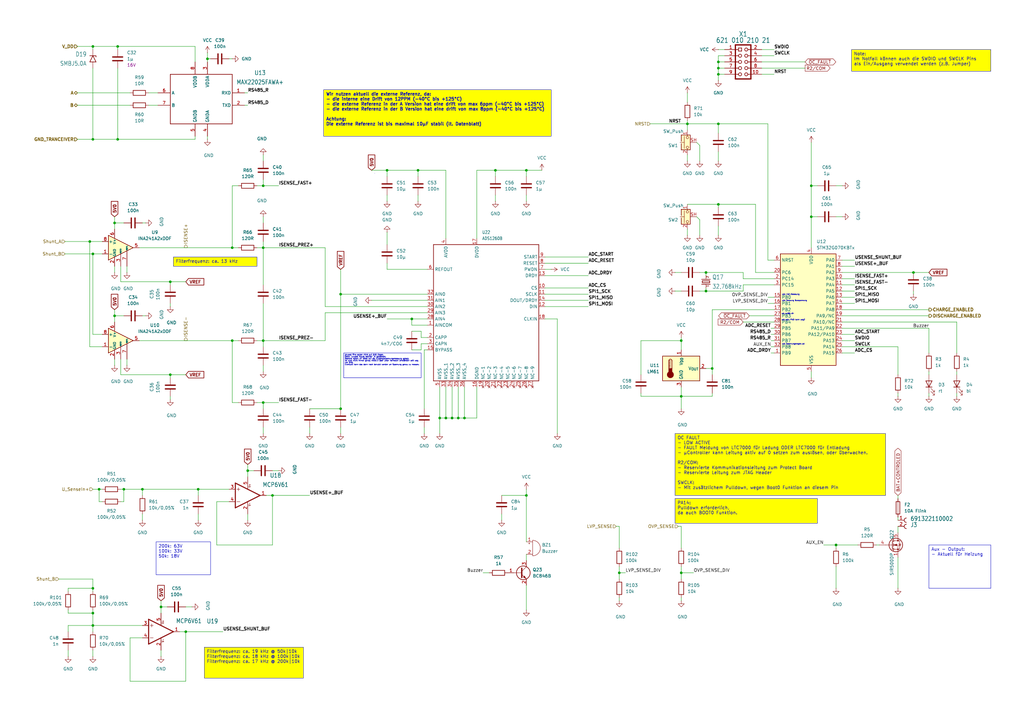
<source format=kicad_sch>
(kicad_sch
	(version 20250114)
	(generator "eeschema")
	(generator_version "9.0")
	(uuid "5f8b4aef-32eb-44a5-ac07-33765c2ecb50")
	(paper "A3")
	(lib_symbols
		(symbol "Amplifier_Current:INA241A2xDDF"
			(pin_names
				(offset 0.127)
			)
			(exclude_from_sim no)
			(in_bom yes)
			(on_board yes)
			(property "Reference" "U"
				(at 3.81 3.81 0)
				(effects
					(font
						(size 1.27 1.27)
					)
					(justify left)
				)
			)
			(property "Value" "INA241A2xDDF"
				(at 3.81 -2.54 0)
				(effects
					(font
						(size 1.27 1.27)
					)
					(justify left)
				)
			)
			(property "Footprint" "Package_TO_SOT_SMD:SOT-23-8"
				(at 0 -16.51 0)
				(effects
					(font
						(size 1.27 1.27)
					)
					(hide yes)
				)
			)
			(property "Datasheet" "https://www.ti.com/lit/ds/symlink/ina241b.pdf"
				(at 3.81 3.81 0)
				(effects
					(font
						(size 1.27 1.27)
					)
					(hide yes)
				)
			)
			(property "Description" "High- and Low-Side, Bidirectional, Zero-Drift, Current-Sense Amplifier With Enhanced PWM Rejection, 20V/V, ±0.01% Gain Accuracy, ±10 μV Offset Voltage, SOT-23-8"
				(at 0 0 0)
				(effects
					(font
						(size 1.27 1.27)
					)
					(hide yes)
				)
			)
			(property "ki_keywords" "current monitor shunt sensor bidirectional high low"
				(at 0 0 0)
				(effects
					(font
						(size 1.27 1.27)
					)
					(hide yes)
				)
			)
			(property "ki_fp_filters" "SOT?23*"
				(at 0 0 0)
				(effects
					(font
						(size 1.27 1.27)
					)
					(hide yes)
				)
			)
			(symbol "INA241A2xDDF_0_1"
				(polyline
					(pts
						(xy 5.08 0) (xy -5.08 5.08) (xy -5.08 -5.08) (xy 5.08 0)
					)
					(stroke
						(width 0.254)
						(type default)
					)
					(fill
						(type background)
					)
				)
			)
			(symbol "INA241A2xDDF_1_1"
				(pin input line
					(at -7.62 2.54 0)
					(length 2.54)
					(name "+"
						(effects
							(font
								(size 1.27 1.27)
							)
						)
					)
					(number "8"
						(effects
							(font
								(size 1.27 1.27)
							)
						)
					)
				)
				(pin input line
					(at -7.62 -2.54 0)
					(length 2.54)
					(name "-"
						(effects
							(font
								(size 1.27 1.27)
							)
						)
					)
					(number "1"
						(effects
							(font
								(size 1.27 1.27)
							)
						)
					)
				)
				(pin power_in line
					(at -2.54 7.62 270)
					(length 3.81)
					(name "V+"
						(effects
							(font
								(size 1.016 1.016)
							)
						)
					)
					(number "6"
						(effects
							(font
								(size 1.27 1.27)
							)
						)
					)
				)
				(pin power_in line
					(at -2.54 -7.62 90)
					(length 3.81)
					(name "GND"
						(effects
							(font
								(size 1.016 1.016)
							)
						)
					)
					(number "2"
						(effects
							(font
								(size 1.27 1.27)
							)
						)
					)
				)
				(pin passive line
					(at -2.54 -7.62 90)
					(length 3.81)
					(hide yes)
					(name "GND"
						(effects
							(font
								(size 1.016 1.016)
							)
						)
					)
					(number "4"
						(effects
							(font
								(size 1.27 1.27)
							)
						)
					)
				)
				(pin passive line
					(at 0 -7.62 90)
					(length 5.08)
					(name "REF2"
						(effects
							(font
								(size 0.508 0.508)
							)
						)
					)
					(number "3"
						(effects
							(font
								(size 1.27 1.27)
							)
						)
					)
				)
				(pin passive line
					(at 2.54 -7.62 90)
					(length 6.35)
					(name "REF1"
						(effects
							(font
								(size 0.508 0.508)
							)
						)
					)
					(number "7"
						(effects
							(font
								(size 1.27 1.27)
							)
						)
					)
				)
				(pin output line
					(at 7.62 0 180)
					(length 2.54)
					(name "~"
						(effects
							(font
								(size 1.27 1.27)
							)
						)
					)
					(number "5"
						(effects
							(font
								(size 1.27 1.27)
							)
						)
					)
				)
			)
			(embedded_fonts no)
		)
		(symbol "Device:Buzzer"
			(pin_names
				(offset 0.0254)
				(hide yes)
			)
			(exclude_from_sim no)
			(in_bom yes)
			(on_board yes)
			(property "Reference" "BZ"
				(at 3.81 1.27 0)
				(effects
					(font
						(size 1.27 1.27)
					)
					(justify left)
				)
			)
			(property "Value" "Buzzer"
				(at 3.81 -1.27 0)
				(effects
					(font
						(size 1.27 1.27)
					)
					(justify left)
				)
			)
			(property "Footprint" ""
				(at -0.635 2.54 90)
				(effects
					(font
						(size 1.27 1.27)
					)
					(hide yes)
				)
			)
			(property "Datasheet" "~"
				(at -0.635 2.54 90)
				(effects
					(font
						(size 1.27 1.27)
					)
					(hide yes)
				)
			)
			(property "Description" "Buzzer, polarized"
				(at 0 0 0)
				(effects
					(font
						(size 1.27 1.27)
					)
					(hide yes)
				)
			)
			(property "ki_keywords" "quartz resonator ceramic"
				(at 0 0 0)
				(effects
					(font
						(size 1.27 1.27)
					)
					(hide yes)
				)
			)
			(property "ki_fp_filters" "*Buzzer*"
				(at 0 0 0)
				(effects
					(font
						(size 1.27 1.27)
					)
					(hide yes)
				)
			)
			(symbol "Buzzer_0_1"
				(polyline
					(pts
						(xy -1.651 1.905) (xy -1.143 1.905)
					)
					(stroke
						(width 0)
						(type default)
					)
					(fill
						(type none)
					)
				)
				(polyline
					(pts
						(xy -1.397 2.159) (xy -1.397 1.651)
					)
					(stroke
						(width 0)
						(type default)
					)
					(fill
						(type none)
					)
				)
				(arc
					(start 0 3.175)
					(mid 3.1612 0)
					(end 0 -3.175)
					(stroke
						(width 0)
						(type default)
					)
					(fill
						(type none)
					)
				)
				(polyline
					(pts
						(xy 0 3.175) (xy 0 -3.175)
					)
					(stroke
						(width 0)
						(type default)
					)
					(fill
						(type none)
					)
				)
			)
			(symbol "Buzzer_1_1"
				(pin passive line
					(at -2.54 2.54 0)
					(length 2.54)
					(name "+"
						(effects
							(font
								(size 1.27 1.27)
							)
						)
					)
					(number "1"
						(effects
							(font
								(size 1.27 1.27)
							)
						)
					)
				)
				(pin passive line
					(at -2.54 -2.54 0)
					(length 2.54)
					(name "-"
						(effects
							(font
								(size 1.27 1.27)
							)
						)
					)
					(number "2"
						(effects
							(font
								(size 1.27 1.27)
							)
						)
					)
				)
			)
			(embedded_fonts no)
		)
		(symbol "Device:C"
			(pin_numbers
				(hide yes)
			)
			(pin_names
				(offset 0.254)
			)
			(exclude_from_sim no)
			(in_bom yes)
			(on_board yes)
			(property "Reference" "C"
				(at 0.635 2.54 0)
				(effects
					(font
						(size 1.27 1.27)
					)
					(justify left)
				)
			)
			(property "Value" "C"
				(at 0.635 -2.54 0)
				(effects
					(font
						(size 1.27 1.27)
					)
					(justify left)
				)
			)
			(property "Footprint" ""
				(at 0.9652 -3.81 0)
				(effects
					(font
						(size 1.27 1.27)
					)
					(hide yes)
				)
			)
			(property "Datasheet" "~"
				(at 0 0 0)
				(effects
					(font
						(size 1.27 1.27)
					)
					(hide yes)
				)
			)
			(property "Description" "Unpolarized capacitor"
				(at 0 0 0)
				(effects
					(font
						(size 1.27 1.27)
					)
					(hide yes)
				)
			)
			(property "ki_keywords" "cap capacitor"
				(at 0 0 0)
				(effects
					(font
						(size 1.27 1.27)
					)
					(hide yes)
				)
			)
			(property "ki_fp_filters" "C_*"
				(at 0 0 0)
				(effects
					(font
						(size 1.27 1.27)
					)
					(hide yes)
				)
			)
			(symbol "C_0_1"
				(polyline
					(pts
						(xy -2.032 0.762) (xy 2.032 0.762)
					)
					(stroke
						(width 0.508)
						(type default)
					)
					(fill
						(type none)
					)
				)
				(polyline
					(pts
						(xy -2.032 -0.762) (xy 2.032 -0.762)
					)
					(stroke
						(width 0.508)
						(type default)
					)
					(fill
						(type none)
					)
				)
			)
			(symbol "C_1_1"
				(pin passive line
					(at 0 3.81 270)
					(length 2.794)
					(name "~"
						(effects
							(font
								(size 1.27 1.27)
							)
						)
					)
					(number "1"
						(effects
							(font
								(size 1.27 1.27)
							)
						)
					)
				)
				(pin passive line
					(at 0 -3.81 90)
					(length 2.794)
					(name "~"
						(effects
							(font
								(size 1.27 1.27)
							)
						)
					)
					(number "2"
						(effects
							(font
								(size 1.27 1.27)
							)
						)
					)
				)
			)
			(embedded_fonts no)
		)
		(symbol "Device:Fuse"
			(pin_numbers
				(hide yes)
			)
			(pin_names
				(offset 0)
			)
			(exclude_from_sim no)
			(in_bom yes)
			(on_board yes)
			(property "Reference" "F"
				(at 2.032 0 90)
				(effects
					(font
						(size 1.27 1.27)
					)
				)
			)
			(property "Value" "Fuse"
				(at -1.905 0 90)
				(effects
					(font
						(size 1.27 1.27)
					)
				)
			)
			(property "Footprint" ""
				(at -1.778 0 90)
				(effects
					(font
						(size 1.27 1.27)
					)
					(hide yes)
				)
			)
			(property "Datasheet" "~"
				(at 0 0 0)
				(effects
					(font
						(size 1.27 1.27)
					)
					(hide yes)
				)
			)
			(property "Description" "Fuse"
				(at 0 0 0)
				(effects
					(font
						(size 1.27 1.27)
					)
					(hide yes)
				)
			)
			(property "ki_keywords" "fuse"
				(at 0 0 0)
				(effects
					(font
						(size 1.27 1.27)
					)
					(hide yes)
				)
			)
			(property "ki_fp_filters" "*Fuse*"
				(at 0 0 0)
				(effects
					(font
						(size 1.27 1.27)
					)
					(hide yes)
				)
			)
			(symbol "Fuse_0_1"
				(rectangle
					(start -0.762 -2.54)
					(end 0.762 2.54)
					(stroke
						(width 0.254)
						(type default)
					)
					(fill
						(type none)
					)
				)
				(polyline
					(pts
						(xy 0 2.54) (xy 0 -2.54)
					)
					(stroke
						(width 0)
						(type default)
					)
					(fill
						(type none)
					)
				)
			)
			(symbol "Fuse_1_1"
				(pin passive line
					(at 0 3.81 270)
					(length 1.27)
					(name "~"
						(effects
							(font
								(size 1.27 1.27)
							)
						)
					)
					(number "1"
						(effects
							(font
								(size 1.27 1.27)
							)
						)
					)
				)
				(pin passive line
					(at 0 -3.81 90)
					(length 1.27)
					(name "~"
						(effects
							(font
								(size 1.27 1.27)
							)
						)
					)
					(number "2"
						(effects
							(font
								(size 1.27 1.27)
							)
						)
					)
				)
			)
			(embedded_fonts no)
		)
		(symbol "Device:LED"
			(pin_numbers
				(hide yes)
			)
			(pin_names
				(offset 1.016)
				(hide yes)
			)
			(exclude_from_sim no)
			(in_bom yes)
			(on_board yes)
			(property "Reference" "D"
				(at 0 2.54 0)
				(effects
					(font
						(size 1.27 1.27)
					)
				)
			)
			(property "Value" "LED"
				(at 0 -2.54 0)
				(effects
					(font
						(size 1.27 1.27)
					)
				)
			)
			(property "Footprint" ""
				(at 0 0 0)
				(effects
					(font
						(size 1.27 1.27)
					)
					(hide yes)
				)
			)
			(property "Datasheet" "~"
				(at 0 0 0)
				(effects
					(font
						(size 1.27 1.27)
					)
					(hide yes)
				)
			)
			(property "Description" "Light emitting diode"
				(at 0 0 0)
				(effects
					(font
						(size 1.27 1.27)
					)
					(hide yes)
				)
			)
			(property "Sim.Pins" "1=K 2=A"
				(at 0 0 0)
				(effects
					(font
						(size 1.27 1.27)
					)
					(hide yes)
				)
			)
			(property "ki_keywords" "LED diode"
				(at 0 0 0)
				(effects
					(font
						(size 1.27 1.27)
					)
					(hide yes)
				)
			)
			(property "ki_fp_filters" "LED* LED_SMD:* LED_THT:*"
				(at 0 0 0)
				(effects
					(font
						(size 1.27 1.27)
					)
					(hide yes)
				)
			)
			(symbol "LED_0_1"
				(polyline
					(pts
						(xy -3.048 -0.762) (xy -4.572 -2.286) (xy -3.81 -2.286) (xy -4.572 -2.286) (xy -4.572 -1.524)
					)
					(stroke
						(width 0)
						(type default)
					)
					(fill
						(type none)
					)
				)
				(polyline
					(pts
						(xy -1.778 -0.762) (xy -3.302 -2.286) (xy -2.54 -2.286) (xy -3.302 -2.286) (xy -3.302 -1.524)
					)
					(stroke
						(width 0)
						(type default)
					)
					(fill
						(type none)
					)
				)
				(polyline
					(pts
						(xy -1.27 0) (xy 1.27 0)
					)
					(stroke
						(width 0)
						(type default)
					)
					(fill
						(type none)
					)
				)
				(polyline
					(pts
						(xy -1.27 -1.27) (xy -1.27 1.27)
					)
					(stroke
						(width 0.254)
						(type default)
					)
					(fill
						(type none)
					)
				)
				(polyline
					(pts
						(xy 1.27 -1.27) (xy 1.27 1.27) (xy -1.27 0) (xy 1.27 -1.27)
					)
					(stroke
						(width 0.254)
						(type default)
					)
					(fill
						(type none)
					)
				)
			)
			(symbol "LED_1_1"
				(pin passive line
					(at -3.81 0 0)
					(length 2.54)
					(name "K"
						(effects
							(font
								(size 1.27 1.27)
							)
						)
					)
					(number "1"
						(effects
							(font
								(size 1.27 1.27)
							)
						)
					)
				)
				(pin passive line
					(at 3.81 0 180)
					(length 2.54)
					(name "A"
						(effects
							(font
								(size 1.27 1.27)
							)
						)
					)
					(number "2"
						(effects
							(font
								(size 1.27 1.27)
							)
						)
					)
				)
			)
			(embedded_fonts no)
		)
		(symbol "Device:R"
			(pin_numbers
				(hide yes)
			)
			(pin_names
				(offset 0)
			)
			(exclude_from_sim no)
			(in_bom yes)
			(on_board yes)
			(property "Reference" "R"
				(at 2.032 0 90)
				(effects
					(font
						(size 1.27 1.27)
					)
				)
			)
			(property "Value" "R"
				(at 0 0 90)
				(effects
					(font
						(size 1.27 1.27)
					)
				)
			)
			(property "Footprint" ""
				(at -1.778 0 90)
				(effects
					(font
						(size 1.27 1.27)
					)
					(hide yes)
				)
			)
			(property "Datasheet" "~"
				(at 0 0 0)
				(effects
					(font
						(size 1.27 1.27)
					)
					(hide yes)
				)
			)
			(property "Description" "Resistor"
				(at 0 0 0)
				(effects
					(font
						(size 1.27 1.27)
					)
					(hide yes)
				)
			)
			(property "ki_keywords" "R res resistor"
				(at 0 0 0)
				(effects
					(font
						(size 1.27 1.27)
					)
					(hide yes)
				)
			)
			(property "ki_fp_filters" "R_*"
				(at 0 0 0)
				(effects
					(font
						(size 1.27 1.27)
					)
					(hide yes)
				)
			)
			(symbol "R_0_1"
				(rectangle
					(start -1.016 -2.54)
					(end 1.016 2.54)
					(stroke
						(width 0.254)
						(type default)
					)
					(fill
						(type none)
					)
				)
			)
			(symbol "R_1_1"
				(pin passive line
					(at 0 3.81 270)
					(length 1.27)
					(name "~"
						(effects
							(font
								(size 1.27 1.27)
							)
						)
					)
					(number "1"
						(effects
							(font
								(size 1.27 1.27)
							)
						)
					)
				)
				(pin passive line
					(at 0 -3.81 90)
					(length 1.27)
					(name "~"
						(effects
							(font
								(size 1.27 1.27)
							)
						)
					)
					(number "2"
						(effects
							(font
								(size 1.27 1.27)
							)
						)
					)
				)
			)
			(embedded_fonts no)
		)
		(symbol "Diode:1.5KExxA"
			(pin_numbers
				(hide yes)
			)
			(pin_names
				(offset 1.016)
				(hide yes)
			)
			(exclude_from_sim no)
			(in_bom yes)
			(on_board yes)
			(property "Reference" "D"
				(at 0 2.54 0)
				(effects
					(font
						(size 1.27 1.27)
					)
				)
			)
			(property "Value" "1.5KExxA"
				(at 0 -2.54 0)
				(effects
					(font
						(size 1.27 1.27)
					)
				)
			)
			(property "Footprint" "Diode_THT:D_DO-201AE_P15.24mm_Horizontal"
				(at 0 -5.08 0)
				(effects
					(font
						(size 1.27 1.27)
					)
					(hide yes)
				)
			)
			(property "Datasheet" "https://www.vishay.com/docs/88301/15ke.pdf"
				(at -1.27 0 0)
				(effects
					(font
						(size 1.27 1.27)
					)
					(hide yes)
				)
			)
			(property "Description" "1500W unidirectional TVS diode, DO-201AE"
				(at 0 0 0)
				(effects
					(font
						(size 1.27 1.27)
					)
					(hide yes)
				)
			)
			(property "ki_keywords" "transient voltage suppressor TRANSZORB®"
				(at 0 0 0)
				(effects
					(font
						(size 1.27 1.27)
					)
					(hide yes)
				)
			)
			(property "ki_fp_filters" "D?DO?201AE*"
				(at 0 0 0)
				(effects
					(font
						(size 1.27 1.27)
					)
					(hide yes)
				)
			)
			(symbol "1.5KExxA_0_1"
				(polyline
					(pts
						(xy -0.762 1.27) (xy -1.27 1.27) (xy -1.27 -1.27)
					)
					(stroke
						(width 0.254)
						(type default)
					)
					(fill
						(type none)
					)
				)
				(polyline
					(pts
						(xy 1.27 1.27) (xy 1.27 -1.27) (xy -1.27 0) (xy 1.27 1.27)
					)
					(stroke
						(width 0.254)
						(type default)
					)
					(fill
						(type none)
					)
				)
			)
			(symbol "1.5KExxA_1_1"
				(pin passive line
					(at -3.81 0 0)
					(length 2.54)
					(name "A1"
						(effects
							(font
								(size 1.27 1.27)
							)
						)
					)
					(number "1"
						(effects
							(font
								(size 1.27 1.27)
							)
						)
					)
				)
				(pin passive line
					(at 3.81 0 180)
					(length 2.54)
					(name "A2"
						(effects
							(font
								(size 1.27 1.27)
							)
						)
					)
					(number "2"
						(effects
							(font
								(size 1.27 1.27)
							)
						)
					)
				)
			)
			(embedded_fonts no)
		)
		(symbol "Sensor_Temperature:MCP9700x-HTT"
			(exclude_from_sim no)
			(in_bom yes)
			(on_board yes)
			(property "Reference" "U"
				(at -6.35 6.35 0)
				(effects
					(font
						(size 1.27 1.27)
					)
				)
			)
			(property "Value" "MCP9700x-HTT"
				(at 1.27 6.35 0)
				(effects
					(font
						(size 1.27 1.27)
					)
					(justify left)
				)
			)
			(property "Footprint" "Package_TO_SOT_SMD:SOT-23"
				(at 0 -10.16 0)
				(effects
					(font
						(size 1.27 1.27)
					)
					(hide yes)
				)
			)
			(property "Datasheet" "http://ww1.microchip.com/downloads/en/devicedoc/20001942g.pdf"
				(at -3.81 6.35 0)
				(effects
					(font
						(size 1.27 1.27)
					)
					(hide yes)
				)
			)
			(property "Description" "Low power, analog thermistor temperature sensor, ±4C accuracy, -40C to +150C, in SOT-23-3"
				(at 0 0 0)
				(effects
					(font
						(size 1.27 1.27)
					)
					(hide yes)
				)
			)
			(property "ki_keywords" "temperature sensor thermistor"
				(at 0 0 0)
				(effects
					(font
						(size 1.27 1.27)
					)
					(hide yes)
				)
			)
			(property "ki_fp_filters" "SOT?23*"
				(at 0 0 0)
				(effects
					(font
						(size 1.27 1.27)
					)
					(hide yes)
				)
			)
			(symbol "MCP9700x-HTT_0_1"
				(rectangle
					(start -7.62 5.08)
					(end 7.62 -5.08)
					(stroke
						(width 0.254)
						(type default)
					)
					(fill
						(type background)
					)
				)
				(polyline
					(pts
						(xy -5.08 3.175) (xy -5.08 0)
					)
					(stroke
						(width 0.254)
						(type default)
					)
					(fill
						(type none)
					)
				)
				(polyline
					(pts
						(xy -5.08 3.175) (xy -4.445 3.175)
					)
					(stroke
						(width 0.254)
						(type default)
					)
					(fill
						(type none)
					)
				)
				(polyline
					(pts
						(xy -5.08 2.54) (xy -4.445 2.54)
					)
					(stroke
						(width 0.254)
						(type default)
					)
					(fill
						(type none)
					)
				)
				(polyline
					(pts
						(xy -5.08 1.905) (xy -4.445 1.905)
					)
					(stroke
						(width 0.254)
						(type default)
					)
					(fill
						(type none)
					)
				)
				(polyline
					(pts
						(xy -5.08 1.27) (xy -4.445 1.27)
					)
					(stroke
						(width 0.254)
						(type default)
					)
					(fill
						(type none)
					)
				)
				(polyline
					(pts
						(xy -5.08 0.635) (xy -4.445 0.635)
					)
					(stroke
						(width 0.254)
						(type default)
					)
					(fill
						(type none)
					)
				)
				(arc
					(start -5.08 3.175)
					(mid -4.445 3.8073)
					(end -3.81 3.175)
					(stroke
						(width 0.254)
						(type default)
					)
					(fill
						(type none)
					)
				)
				(circle
					(center -4.445 -2.54)
					(radius 1.27)
					(stroke
						(width 0.254)
						(type default)
					)
					(fill
						(type outline)
					)
				)
				(polyline
					(pts
						(xy -3.81 3.175) (xy -3.81 0)
					)
					(stroke
						(width 0.254)
						(type default)
					)
					(fill
						(type none)
					)
				)
				(rectangle
					(start -3.81 -1.905)
					(end -5.08 0)
					(stroke
						(width 0.254)
						(type default)
					)
					(fill
						(type outline)
					)
				)
			)
			(symbol "MCP9700x-HTT_1_1"
				(pin power_in line
					(at 0 7.62 270)
					(length 2.54)
					(name "V_{DD}"
						(effects
							(font
								(size 1.27 1.27)
							)
						)
					)
					(number "1"
						(effects
							(font
								(size 1.27 1.27)
							)
						)
					)
				)
				(pin power_in line
					(at 0 -7.62 90)
					(length 2.54)
					(name "GND"
						(effects
							(font
								(size 1.27 1.27)
							)
						)
					)
					(number "3"
						(effects
							(font
								(size 1.27 1.27)
							)
						)
					)
				)
				(pin output line
					(at 10.16 0 180)
					(length 2.54)
					(name "V_{OUT}"
						(effects
							(font
								(size 1.27 1.27)
							)
						)
					)
					(number "2"
						(effects
							(font
								(size 1.27 1.27)
							)
						)
					)
				)
			)
			(embedded_fonts no)
		)
		(symbol "Switch:SW_Push_Shielded"
			(pin_names
				(offset 1.016)
				(hide yes)
			)
			(exclude_from_sim no)
			(in_bom yes)
			(on_board yes)
			(property "Reference" "SW"
				(at 4.318 2.032 0)
				(effects
					(font
						(size 1.27 1.27)
					)
					(justify left)
				)
			)
			(property "Value" "SW_Push_Shielded"
				(at 0 4.572 0)
				(effects
					(font
						(size 1.27 1.27)
					)
				)
			)
			(property "Footprint" ""
				(at 0 5.08 0)
				(effects
					(font
						(size 1.27 1.27)
					)
					(hide yes)
				)
			)
			(property "Datasheet" "~"
				(at 0 5.08 0)
				(effects
					(font
						(size 1.27 1.27)
					)
					(hide yes)
				)
			)
			(property "Description" "Generic push-button switch, two contact pins and shield pin(s)"
				(at 0 0 0)
				(effects
					(font
						(size 1.27 1.27)
					)
					(hide yes)
				)
			)
			(property "ki_keywords" "switch normally-open pushbutton momentary"
				(at 0 0 0)
				(effects
					(font
						(size 1.27 1.27)
					)
					(hide yes)
				)
			)
			(symbol "SW_Push_Shielded_0_1"
				(circle
					(center -2.032 0)
					(radius 0.508)
					(stroke
						(width 0)
						(type default)
					)
					(fill
						(type none)
					)
				)
				(polyline
					(pts
						(xy 0 1.27) (xy 0 3.048)
					)
					(stroke
						(width 0)
						(type default)
					)
					(fill
						(type none)
					)
				)
				(polyline
					(pts
						(xy 0.508 2.54) (xy 3.048 2.54) (xy 3.048 -1.143) (xy -3.048 -1.143) (xy -3.048 2.54) (xy -0.508 2.54)
					)
					(stroke
						(width -0.0254)
						(type default)
					)
					(fill
						(type none)
					)
				)
				(polyline
					(pts
						(xy 0.508 2.54) (xy 3.048 2.54) (xy 3.048 -1.143) (xy -3.048 -1.143) (xy -3.048 2.54) (xy -0.508 2.54)
					)
					(stroke
						(width 0.254)
						(type default)
					)
					(fill
						(type none)
					)
				)
				(circle
					(center 2.032 0)
					(radius 0.508)
					(stroke
						(width 0)
						(type default)
					)
					(fill
						(type none)
					)
				)
				(polyline
					(pts
						(xy 2.54 1.27) (xy -2.54 1.27)
					)
					(stroke
						(width 0)
						(type default)
					)
					(fill
						(type none)
					)
				)
				(pin passive line
					(at -5.08 0 0)
					(length 2.54)
					(name "1"
						(effects
							(font
								(size 1.27 1.27)
							)
						)
					)
					(number "1"
						(effects
							(font
								(size 1.27 1.27)
							)
						)
					)
				)
				(pin passive line
					(at 5.08 0 180)
					(length 2.54)
					(name "2"
						(effects
							(font
								(size 1.27 1.27)
							)
						)
					)
					(number "2"
						(effects
							(font
								(size 1.27 1.27)
							)
						)
					)
				)
			)
			(symbol "SW_Push_Shielded_1_1"
				(rectangle
					(start -3.048 2.54)
					(end 3.048 -1.27)
					(stroke
						(width -0.0254)
						(type default)
					)
					(fill
						(type background)
					)
				)
				(pin passive line
					(at 0 -3.81 90)
					(length 2.54)
					(name "B"
						(effects
							(font
								(size 1.27 1.27)
							)
						)
					)
					(number "SH"
						(effects
							(font
								(size 1.27 1.27)
							)
						)
					)
				)
			)
			(embedded_fonts no)
		)
		(symbol "Transistor_BJT:Q_NPN_BEC"
			(pin_names
				(offset 0)
				(hide yes)
			)
			(exclude_from_sim no)
			(in_bom yes)
			(on_board yes)
			(property "Reference" "Q"
				(at 5.08 1.27 0)
				(effects
					(font
						(size 1.27 1.27)
					)
					(justify left)
				)
			)
			(property "Value" "Q_NPN_BEC"
				(at 5.08 -1.27 0)
				(effects
					(font
						(size 1.27 1.27)
					)
					(justify left)
				)
			)
			(property "Footprint" ""
				(at 5.08 2.54 0)
				(effects
					(font
						(size 1.27 1.27)
					)
					(hide yes)
				)
			)
			(property "Datasheet" "~"
				(at 0 0 0)
				(effects
					(font
						(size 1.27 1.27)
					)
					(hide yes)
				)
			)
			(property "Description" "NPN transistor, base/emitter/collector"
				(at 0 0 0)
				(effects
					(font
						(size 1.27 1.27)
					)
					(hide yes)
				)
			)
			(property "ki_keywords" "BJT"
				(at 0 0 0)
				(effects
					(font
						(size 1.27 1.27)
					)
					(hide yes)
				)
			)
			(symbol "Q_NPN_BEC_0_1"
				(polyline
					(pts
						(xy -2.54 0) (xy 0.635 0)
					)
					(stroke
						(width 0)
						(type default)
					)
					(fill
						(type none)
					)
				)
				(polyline
					(pts
						(xy 0.635 1.905) (xy 0.635 -1.905)
					)
					(stroke
						(width 0.508)
						(type default)
					)
					(fill
						(type none)
					)
				)
				(circle
					(center 1.27 0)
					(radius 2.8194)
					(stroke
						(width 0.254)
						(type default)
					)
					(fill
						(type none)
					)
				)
			)
			(symbol "Q_NPN_BEC_1_1"
				(polyline
					(pts
						(xy 0.635 0.635) (xy 2.54 2.54)
					)
					(stroke
						(width 0)
						(type default)
					)
					(fill
						(type none)
					)
				)
				(polyline
					(pts
						(xy 0.635 -0.635) (xy 2.54 -2.54)
					)
					(stroke
						(width 0)
						(type default)
					)
					(fill
						(type none)
					)
				)
				(polyline
					(pts
						(xy 1.27 -1.778) (xy 1.778 -1.27) (xy 2.286 -2.286) (xy 1.27 -1.778)
					)
					(stroke
						(width 0)
						(type default)
					)
					(fill
						(type outline)
					)
				)
				(pin input line
					(at -5.08 0 0)
					(length 2.54)
					(name "B"
						(effects
							(font
								(size 1.27 1.27)
							)
						)
					)
					(number "1"
						(effects
							(font
								(size 1.27 1.27)
							)
						)
					)
				)
				(pin passive line
					(at 2.54 5.08 270)
					(length 2.54)
					(name "C"
						(effects
							(font
								(size 1.27 1.27)
							)
						)
					)
					(number "3"
						(effects
							(font
								(size 1.27 1.27)
							)
						)
					)
				)
				(pin passive line
					(at 2.54 -5.08 90)
					(length 2.54)
					(name "E"
						(effects
							(font
								(size 1.27 1.27)
							)
						)
					)
					(number "2"
						(effects
							(font
								(size 1.27 1.27)
							)
						)
					)
				)
			)
			(embedded_fonts no)
		)
		(symbol "Transistor_FET:SiR696DP"
			(pin_names
				(hide yes)
			)
			(exclude_from_sim no)
			(in_bom yes)
			(on_board yes)
			(property "Reference" "Q"
				(at 5.08 1.905 0)
				(effects
					(font
						(size 1.27 1.27)
					)
					(justify left)
				)
			)
			(property "Value" "SiR696DP"
				(at 5.08 0 0)
				(effects
					(font
						(size 1.27 1.27)
					)
					(justify left)
				)
			)
			(property "Footprint" "Package_SO:PowerPAK_SO-8_Single"
				(at 5.08 -1.905 0)
				(effects
					(font
						(size 1.27 1.27)
						(italic yes)
					)
					(justify left)
					(hide yes)
				)
			)
			(property "Datasheet" "https://www.vishay.com/docs/65689/sir696dp.pdf"
				(at 5.08 -3.81 0)
				(effects
					(font
						(size 1.27 1.27)
					)
					(justify left)
					(hide yes)
				)
			)
			(property "Description" "60A Id, 125V Vds N-Channel MOSFET, 9.6mOhm Ron, 19.4 nC Qg(typ), PowerPAK-8"
				(at 0 0 0)
				(effects
					(font
						(size 1.27 1.27)
					)
					(hide yes)
				)
			)
			(property "ki_keywords" "NMOS NFET Vishay"
				(at 0 0 0)
				(effects
					(font
						(size 1.27 1.27)
					)
					(hide yes)
				)
			)
			(property "ki_fp_filters" "PowerPAK*SO*Single*"
				(at 0 0 0)
				(effects
					(font
						(size 1.27 1.27)
					)
					(hide yes)
				)
			)
			(symbol "SiR696DP_0_1"
				(polyline
					(pts
						(xy 0.254 1.905) (xy 0.254 -1.905)
					)
					(stroke
						(width 0.254)
						(type default)
					)
					(fill
						(type none)
					)
				)
				(polyline
					(pts
						(xy 0.254 0) (xy -2.54 0)
					)
					(stroke
						(width 0)
						(type default)
					)
					(fill
						(type none)
					)
				)
				(polyline
					(pts
						(xy 0.762 2.286) (xy 0.762 1.27)
					)
					(stroke
						(width 0.254)
						(type default)
					)
					(fill
						(type none)
					)
				)
				(polyline
					(pts
						(xy 0.762 0.508) (xy 0.762 -0.508)
					)
					(stroke
						(width 0.254)
						(type default)
					)
					(fill
						(type none)
					)
				)
				(polyline
					(pts
						(xy 0.762 -1.27) (xy 0.762 -2.286)
					)
					(stroke
						(width 0.254)
						(type default)
					)
					(fill
						(type none)
					)
				)
				(polyline
					(pts
						(xy 0.762 -1.778) (xy 3.302 -1.778) (xy 3.302 1.778) (xy 0.762 1.778)
					)
					(stroke
						(width 0)
						(type default)
					)
					(fill
						(type none)
					)
				)
				(polyline
					(pts
						(xy 1.016 0) (xy 2.032 0.381) (xy 2.032 -0.381) (xy 1.016 0)
					)
					(stroke
						(width 0)
						(type default)
					)
					(fill
						(type outline)
					)
				)
				(circle
					(center 1.651 0)
					(radius 2.794)
					(stroke
						(width 0.254)
						(type default)
					)
					(fill
						(type none)
					)
				)
				(polyline
					(pts
						(xy 2.54 2.54) (xy 2.54 1.778)
					)
					(stroke
						(width 0)
						(type default)
					)
					(fill
						(type none)
					)
				)
				(circle
					(center 2.54 1.778)
					(radius 0.254)
					(stroke
						(width 0)
						(type default)
					)
					(fill
						(type outline)
					)
				)
				(circle
					(center 2.54 -1.778)
					(radius 0.254)
					(stroke
						(width 0)
						(type default)
					)
					(fill
						(type outline)
					)
				)
				(polyline
					(pts
						(xy 2.54 -2.54) (xy 2.54 0) (xy 0.762 0)
					)
					(stroke
						(width 0)
						(type default)
					)
					(fill
						(type none)
					)
				)
				(polyline
					(pts
						(xy 2.794 0.508) (xy 2.921 0.381) (xy 3.683 0.381) (xy 3.81 0.254)
					)
					(stroke
						(width 0)
						(type default)
					)
					(fill
						(type none)
					)
				)
				(polyline
					(pts
						(xy 3.302 0.381) (xy 2.921 -0.254) (xy 3.683 -0.254) (xy 3.302 0.381)
					)
					(stroke
						(width 0)
						(type default)
					)
					(fill
						(type none)
					)
				)
			)
			(symbol "SiR696DP_1_1"
				(pin input line
					(at -5.08 0 0)
					(length 2.54)
					(name "G"
						(effects
							(font
								(size 1.27 1.27)
							)
						)
					)
					(number "4"
						(effects
							(font
								(size 1.27 1.27)
							)
						)
					)
				)
				(pin passive line
					(at 2.54 5.08 270)
					(length 2.54)
					(name "D"
						(effects
							(font
								(size 1.27 1.27)
							)
						)
					)
					(number "5"
						(effects
							(font
								(size 1.27 1.27)
							)
						)
					)
				)
				(pin passive line
					(at 2.54 -5.08 90)
					(length 2.54)
					(name "S"
						(effects
							(font
								(size 1.27 1.27)
							)
						)
					)
					(number "1"
						(effects
							(font
								(size 1.27 1.27)
							)
						)
					)
				)
				(pin passive line
					(at 2.54 -5.08 90)
					(length 2.54)
					(hide yes)
					(name "S"
						(effects
							(font
								(size 1.27 1.27)
							)
						)
					)
					(number "2"
						(effects
							(font
								(size 1.27 1.27)
							)
						)
					)
				)
				(pin passive line
					(at 2.54 -5.08 90)
					(length 2.54)
					(hide yes)
					(name "S"
						(effects
							(font
								(size 1.27 1.27)
							)
						)
					)
					(number "3"
						(effects
							(font
								(size 1.27 1.27)
							)
						)
					)
				)
			)
			(embedded_fonts no)
		)
		(symbol "myADC:ADS1260"
			(exclude_from_sim no)
			(in_bom yes)
			(on_board yes)
			(property "Reference" "U22"
				(at 7.2741 25.4 0)
				(effects
					(font
						(size 1.27 1.0795)
					)
					(justify left)
				)
			)
			(property "Value" "ADS1260B"
				(at 7.2741 22.86 0)
				(effects
					(font
						(size 1.27 1.0795)
					)
					(justify left)
				)
			)
			(property "Footprint" "greenMeter_v3:ADS1260_VQFN-32"
				(at 0 0 0)
				(effects
					(font
						(size 1.27 1.27)
					)
					(hide yes)
				)
			)
			(property "Datasheet" "https://www.ti.com/lit/ds/symlink/ads1260.pdf?ts=1736592347563"
				(at 0 0 0)
				(effects
					(font
						(size 1.27 1.27)
					)
					(hide yes)
				)
			)
			(property "Description" "ADS1260BIRHBT A/D WANDLER 5-CH 24bit 40 kS/s 2.7V to 5.25V VQFN-32 SMD"
				(at 0 0 0)
				(effects
					(font
						(size 1.27 1.27)
					)
					(hide yes)
				)
			)
			(property "ECS Art#" "IC289"
				(at 0 0 0)
				(effects
					(font
						(size 1.27 1.27)
					)
					(hide yes)
				)
			)
			(property "HAN" "ADS1260BIRHBT"
				(at 0 0 0)
				(effects
					(font
						(size 1.27 1.27)
					)
					(hide yes)
				)
			)
			(property "Voltage" ""
				(at 0 0 0)
				(effects
					(font
						(size 1.27 1.27)
					)
					(hide yes)
				)
			)
			(property "Toleranz" ""
				(at 0 0 0)
				(effects
					(font
						(size 1.27 1.27)
					)
					(hide yes)
				)
			)
			(property "Hersteller" "TI"
				(at 0 0 0)
				(effects
					(font
						(size 1.27 1.27)
					)
					(hide yes)
				)
			)
			(property "Field-1" ""
				(at 0 0 0)
				(effects
					(font
						(size 1.27 1.27)
					)
					(hide yes)
				)
			)
			(property "Sim.Device" ""
				(at 0 0 0)
				(effects
					(font
						(size 1.27 1.27)
					)
					(hide yes)
				)
			)
			(property "Sim.Pins" ""
				(at 0 0 0)
				(effects
					(font
						(size 1.27 1.27)
					)
					(hide yes)
				)
			)
			(property "ki_locked" ""
				(at 0 0 0)
				(effects
					(font
						(size 1.27 1.27)
					)
				)
			)
			(symbol "ADS1260_1_0"
				(polyline
					(pts
						(xy -12.7 20.32) (xy -12.7 -35.56)
					)
					(stroke
						(width 0.254)
						(type solid)
					)
					(fill
						(type none)
					)
				)
				(polyline
					(pts
						(xy -12.7 -35.56) (xy 30.48 -35.56)
					)
					(stroke
						(width 0.254)
						(type solid)
					)
					(fill
						(type none)
					)
				)
				(polyline
					(pts
						(xy 30.48 20.32) (xy -12.7 20.32)
					)
					(stroke
						(width 0.254)
						(type solid)
					)
					(fill
						(type none)
					)
				)
				(polyline
					(pts
						(xy 30.48 -35.56) (xy 30.48 20.32)
					)
					(stroke
						(width 0.254)
						(type solid)
					)
					(fill
						(type none)
					)
				)
				(pin power_out line
					(at -15.24 10.16 0)
					(length 2.54)
					(name "REFOUT"
						(effects
							(font
								(size 1.27 1.27)
							)
						)
					)
					(number "6"
						(effects
							(font
								(size 1.27 1.27)
							)
						)
					)
				)
				(pin input line
					(at -15.24 0 0)
					(length 2.54)
					(name "AIN0"
						(effects
							(font
								(size 1.27 1.27)
							)
						)
					)
					(number "32"
						(effects
							(font
								(size 1.27 1.27)
							)
						)
					)
				)
				(pin input line
					(at -15.24 -2.54 0)
					(length 2.54)
					(name "AIN1"
						(effects
							(font
								(size 1.27 1.27)
							)
						)
					)
					(number "31"
						(effects
							(font
								(size 1.27 1.27)
							)
						)
					)
				)
				(pin input line
					(at -15.24 -5.08 0)
					(length 2.54)
					(name "AIN2"
						(effects
							(font
								(size 1.27 1.27)
							)
						)
					)
					(number "30"
						(effects
							(font
								(size 1.27 1.27)
							)
						)
					)
				)
				(pin input line
					(at -15.24 -7.62 0)
					(length 2.54)
					(name "AIN3"
						(effects
							(font
								(size 1.27 1.27)
							)
						)
					)
					(number "29"
						(effects
							(font
								(size 1.27 1.27)
							)
						)
					)
				)
				(pin input line
					(at -15.24 -10.16 0)
					(length 2.54)
					(name "AIN4"
						(effects
							(font
								(size 1.27 1.27)
							)
						)
					)
					(number "28"
						(effects
							(font
								(size 1.27 1.27)
							)
						)
					)
				)
				(pin input line
					(at -15.24 -12.7 0)
					(length 2.54)
					(name "AINCOM"
						(effects
							(font
								(size 1.27 1.27)
							)
						)
					)
					(number "1"
						(effects
							(font
								(size 1.27 1.27)
							)
						)
					)
				)
				(pin passive line
					(at -15.24 -17.78 0)
					(length 2.54)
					(name "CAPP"
						(effects
							(font
								(size 1.27 1.27)
							)
						)
					)
					(number "2"
						(effects
							(font
								(size 1.27 1.27)
							)
						)
					)
				)
				(pin passive line
					(at -15.24 -20.32 0)
					(length 2.54)
					(name "CAPN"
						(effects
							(font
								(size 1.27 1.27)
							)
						)
					)
					(number "3"
						(effects
							(font
								(size 1.27 1.27)
							)
						)
					)
				)
				(pin output line
					(at -15.24 -22.86 0)
					(length 2.54)
					(name "BYPASS"
						(effects
							(font
								(size 1.27 1.27)
							)
						)
					)
					(number "15"
						(effects
							(font
								(size 1.27 1.27)
							)
						)
					)
				)
				(pin power_in line
					(at -10.16 -38.1 90)
					(length 2.54)
					(name "AVSS"
						(effects
							(font
								(size 1.27 1.27)
							)
						)
					)
					(number "5"
						(effects
							(font
								(size 1.27 1.27)
							)
						)
					)
				)
				(pin power_in line
					(at -7.62 22.86 270)
					(length 2.54)
					(name "AVDD"
						(effects
							(font
								(size 1.27 1.27)
							)
						)
					)
					(number "4"
						(effects
							(font
								(size 1.27 1.27)
							)
						)
					)
				)
				(pin power_in line
					(at -7.62 -38.1 90)
					(length 2.54)
					(name "AVSS_1"
						(effects
							(font
								(size 1.27 1.27)
							)
						)
					)
					(number "33"
						(effects
							(font
								(size 1.27 1.27)
							)
						)
					)
				)
				(pin power_in line
					(at -5.08 -38.1 90)
					(length 2.54)
					(name "AVSS_2"
						(effects
							(font
								(size 1.27 1.27)
							)
						)
					)
					(number "34"
						(effects
							(font
								(size 1.27 1.27)
							)
						)
					)
				)
				(pin power_in line
					(at -2.54 -38.1 90)
					(length 2.54)
					(name "AVSS_3"
						(effects
							(font
								(size 1.27 1.27)
							)
						)
					)
					(number "35"
						(effects
							(font
								(size 1.27 1.27)
							)
						)
					)
				)
				(pin power_in line
					(at 0 -38.1 90)
					(length 2.54)
					(name "AVSS_4"
						(effects
							(font
								(size 1.27 1.27)
							)
						)
					)
					(number "36"
						(effects
							(font
								(size 1.27 1.27)
							)
						)
					)
				)
				(pin power_in line
					(at 5.08 22.86 270)
					(length 2.54)
					(name "DVDD"
						(effects
							(font
								(size 1.27 1.27)
							)
						)
					)
					(number "17"
						(effects
							(font
								(size 1.27 1.27)
							)
						)
					)
				)
				(pin power_in line
					(at 5.08 -38.1 90)
					(length 2.54)
					(name "DGND"
						(effects
							(font
								(size 1.27 1.27)
							)
						)
					)
					(number "16"
						(effects
							(font
								(size 1.27 1.27)
							)
						)
					)
				)
				(pin no_connect line
					(at 7.62 -38.1 90)
					(length 2.54)
					(name "NC-1"
						(effects
							(font
								(size 1.27 1.27)
							)
						)
					)
					(number "19"
						(effects
							(font
								(size 1.27 1.27)
							)
						)
					)
				)
				(pin no_connect line
					(at 10.16 -38.1 90)
					(length 2.54)
					(name "NC-2"
						(effects
							(font
								(size 1.27 1.27)
							)
						)
					)
					(number "20"
						(effects
							(font
								(size 1.27 1.27)
							)
						)
					)
				)
				(pin no_connect line
					(at 12.7 -38.1 90)
					(length 2.54)
					(name "NC-3"
						(effects
							(font
								(size 1.27 1.27)
							)
						)
					)
					(number "21"
						(effects
							(font
								(size 1.27 1.27)
							)
						)
					)
				)
				(pin no_connect line
					(at 15.24 -38.1 90)
					(length 2.54)
					(name "NC-4"
						(effects
							(font
								(size 1.27 1.27)
							)
						)
					)
					(number "22"
						(effects
							(font
								(size 1.27 1.27)
							)
						)
					)
				)
				(pin no_connect line
					(at 17.78 -38.1 90)
					(length 2.54)
					(name "NC-5"
						(effects
							(font
								(size 1.27 1.27)
							)
						)
					)
					(number "23"
						(effects
							(font
								(size 1.27 1.27)
							)
						)
					)
				)
				(pin no_connect line
					(at 20.32 -38.1 90)
					(length 2.54)
					(name "NC-6"
						(effects
							(font
								(size 1.27 1.27)
							)
						)
					)
					(number "24"
						(effects
							(font
								(size 1.27 1.27)
							)
						)
					)
				)
				(pin no_connect line
					(at 22.86 -38.1 90)
					(length 2.54)
					(name "NC-7"
						(effects
							(font
								(size 1.27 1.27)
							)
						)
					)
					(number "25"
						(effects
							(font
								(size 1.27 1.27)
							)
						)
					)
				)
				(pin no_connect line
					(at 25.4 -38.1 90)
					(length 2.54)
					(name "NC-8"
						(effects
							(font
								(size 1.27 1.27)
							)
						)
					)
					(number "26"
						(effects
							(font
								(size 1.27 1.27)
							)
						)
					)
				)
				(pin no_connect line
					(at 27.94 -38.1 90)
					(length 2.54)
					(name "NC-9"
						(effects
							(font
								(size 1.27 1.27)
							)
						)
					)
					(number "27"
						(effects
							(font
								(size 1.27 1.27)
							)
						)
					)
				)
				(pin input line
					(at 33.02 15.24 180)
					(length 2.54)
					(name "START"
						(effects
							(font
								(size 1.27 1.27)
							)
						)
					)
					(number "9"
						(effects
							(font
								(size 1.27 1.27)
							)
						)
					)
				)
				(pin input line
					(at 33.02 12.7 180)
					(length 2.54)
					(name "RESET"
						(effects
							(font
								(size 1.27 1.27)
							)
						)
					)
					(number "8"
						(effects
							(font
								(size 1.27 1.27)
							)
						)
					)
				)
				(pin input line
					(at 33.02 10.16 180)
					(length 2.54)
					(name "PWDN"
						(effects
							(font
								(size 1.27 1.27)
							)
						)
					)
					(number "7"
						(effects
							(font
								(size 1.27 1.27)
							)
						)
					)
				)
				(pin output line
					(at 33.02 7.62 180)
					(length 2.54)
					(name "DRDY"
						(effects
							(font
								(size 1.27 1.27)
							)
						)
					)
					(number "13"
						(effects
							(font
								(size 1.27 1.27)
							)
						)
					)
				)
				(pin input line
					(at 33.02 2.54 180)
					(length 2.54)
					(name "CS"
						(effects
							(font
								(size 1.27 1.27)
							)
						)
					)
					(number "10"
						(effects
							(font
								(size 1.27 1.27)
							)
						)
					)
				)
				(pin input line
					(at 33.02 0 180)
					(length 2.54)
					(name "SCLK"
						(effects
							(font
								(size 1.27 1.27)
							)
						)
					)
					(number "11"
						(effects
							(font
								(size 1.27 1.27)
							)
						)
					)
				)
				(pin output line
					(at 33.02 -2.54 180)
					(length 2.54)
					(name "DOUT/DRDY"
						(effects
							(font
								(size 1.27 1.27)
							)
						)
					)
					(number "14"
						(effects
							(font
								(size 1.27 1.27)
							)
						)
					)
				)
				(pin input line
					(at 33.02 -5.08 180)
					(length 2.54)
					(name "DIN"
						(effects
							(font
								(size 1.27 1.27)
							)
						)
					)
					(number "12"
						(effects
							(font
								(size 1.27 1.27)
							)
						)
					)
				)
				(pin input line
					(at 33.02 -10.16 180)
					(length 2.54)
					(name "CLKIN"
						(effects
							(font
								(size 1.27 1.27)
							)
						)
					)
					(number "18"
						(effects
							(font
								(size 1.27 1.27)
							)
						)
					)
				)
			)
			(embedded_fonts no)
		)
		(symbol "myController:STM32G070KBTx"
			(exclude_from_sim no)
			(in_bom yes)
			(on_board yes)
			(property "Reference" "U12"
				(at 4.7341 27.94 0)
				(effects
					(font
						(size 1.27 1.27)
					)
					(justify left)
				)
			)
			(property "Value" "STM32G070KBTx"
				(at 4.7341 25.4 0)
				(effects
					(font
						(size 1.27 1.27)
					)
					(justify left)
				)
			)
			(property "Footprint" "Package_QFP:LQFP-32_7x7mm_P0.8mm"
				(at -10.16 -22.86 0)
				(effects
					(font
						(size 1.27 1.27)
					)
					(justify right)
					(hide yes)
				)
			)
			(property "Datasheet" "https://www.st.com/resource/en/datasheet/stm32g070kb.pdf"
				(at 0 0 0)
				(effects
					(font
						(size 1.27 1.27)
					)
					(hide yes)
				)
			)
			(property "Description" "STMicroelectronics Arm Cortex-M0+ MCU, 128KB flash, 36KB RAM, 64 MHz, 2.0-3.6V, 29 GPIO, LQFP32"
				(at 0 0 0)
				(effects
					(font
						(size 1.27 1.27)
					)
					(hide yes)
				)
			)
			(property "ECS Art#" "IC288"
				(at 0 0 0)
				(effects
					(font
						(size 1.27 1.27)
					)
					(hide yes)
				)
			)
			(property "HAN" "STM32G070KBT6 "
				(at 0 0 0)
				(effects
					(font
						(size 1.27 1.27)
					)
					(hide yes)
				)
			)
			(property "Voltage" ""
				(at 0 0 0)
				(effects
					(font
						(size 1.27 1.27)
					)
					(hide yes)
				)
			)
			(property "Toleranz" ""
				(at 0 0 0)
				(effects
					(font
						(size 1.27 1.27)
					)
					(hide yes)
				)
			)
			(property "Hersteller" "ST"
				(at 0 0 0)
				(effects
					(font
						(size 1.27 1.27)
					)
					(hide yes)
				)
			)
			(property "Sim.Device" ""
				(at 0 0 0)
				(effects
					(font
						(size 1.27 1.27)
					)
					(hide yes)
				)
			)
			(property "Sim.Pins" ""
				(at 0 0 0)
				(effects
					(font
						(size 1.27 1.27)
					)
					(hide yes)
				)
			)
			(property "ki_keywords" "Arm Cortex-M0+ STM32G0 STM32G0x0 Value line"
				(at 0 0 0)
				(effects
					(font
						(size 1.27 1.27)
					)
					(hide yes)
				)
			)
			(property "ki_fp_filters" "LQFP*7x7mm*P0.8mm*"
				(at 0 0 0)
				(effects
					(font
						(size 1.27 1.27)
					)
					(hide yes)
				)
			)
			(symbol "STM32G070KBTx_0_1"
				(rectangle
					(start -10.16 -22.86)
					(end 12.7 22.86)
					(stroke
						(width 0.254)
						(type default)
					)
					(fill
						(type background)
					)
				)
			)
			(symbol "STM32G070KBTx_1_1"
				(pin input line
					(at -12.7 20.32 0)
					(length 2.54)
					(name "NRST"
						(effects
							(font
								(size 1.27 1.27)
							)
						)
					)
					(number "6"
						(effects
							(font
								(size 1.27 1.27)
							)
						)
					)
				)
				(pin bidirectional line
					(at -12.7 15.24 0)
					(length 2.54)
					(name "PC6"
						(effects
							(font
								(size 1.27 1.27)
							)
						)
					)
					(number "20"
						(effects
							(font
								(size 1.27 1.27)
							)
						)
					)
					(alternate "TIM3_CH1" bidirectional line)
				)
				(pin bidirectional line
					(at -12.7 12.7 0)
					(length 2.54)
					(name "PC14"
						(effects
							(font
								(size 1.27 1.27)
							)
						)
					)
					(number "2"
						(effects
							(font
								(size 1.27 1.27)
							)
						)
					)
					(alternate "RCC_OSC32_IN" bidirectional line)
					(alternate "RCC_OSC_IN" bidirectional line)
					(alternate "TIM1_BK2" bidirectional line)
				)
				(pin bidirectional line
					(at -12.7 10.16 0)
					(length 2.54)
					(name "PC15"
						(effects
							(font
								(size 1.27 1.27)
							)
						)
					)
					(number "3"
						(effects
							(font
								(size 1.27 1.27)
							)
						)
					)
					(alternate "RCC_OSC32_EN" bidirectional line)
					(alternate "RCC_OSC32_OUT" bidirectional line)
					(alternate "RCC_OSC_EN" bidirectional line)
					(alternate "TIM15_BK" bidirectional line)
				)
				(pin bidirectional line
					(at -12.7 5.08 0)
					(length 2.54)
					(name "PB0"
						(effects
							(font
								(size 1.27 1.27)
							)
						)
					)
					(number "15"
						(effects
							(font
								(size 1.27 1.27)
							)
						)
					)
					(alternate "ADC1_IN8" bidirectional line)
					(alternate "I2S1_WS" bidirectional line)
					(alternate "SPI1_NSS" bidirectional line)
					(alternate "TIM1_CH2N" bidirectional line)
					(alternate "TIM3_CH3" bidirectional line)
					(alternate "USART3_RX" bidirectional line)
				)
				(pin bidirectional line
					(at -12.7 2.54 0)
					(length 2.54)
					(name "PB1"
						(effects
							(font
								(size 1.27 1.27)
							)
						)
					)
					(number "16"
						(effects
							(font
								(size 1.27 1.27)
							)
						)
					)
					(alternate "ADC1_IN9" bidirectional line)
					(alternate "TIM14_CH1" bidirectional line)
					(alternate "TIM1_CH3N" bidirectional line)
					(alternate "TIM3_CH4" bidirectional line)
					(alternate "USART3_CK" bidirectional line)
					(alternate "USART3_DE" bidirectional line)
					(alternate "USART3_RTS" bidirectional line)
				)
				(pin bidirectional line
					(at -12.7 0 0)
					(length 2.54)
					(name "PB2"
						(effects
							(font
								(size 1.27 1.27)
							)
						)
					)
					(number "17"
						(effects
							(font
								(size 1.27 1.27)
							)
						)
					)
					(alternate "ADC1_IN10" bidirectional line)
					(alternate "SPI2_MISO" bidirectional line)
					(alternate "USART3_TX" bidirectional line)
				)
				(pin bidirectional line
					(at -12.7 -2.54 0)
					(length 2.54)
					(name "PB3"
						(effects
							(font
								(size 1.27 1.27)
							)
						)
					)
					(number "27"
						(effects
							(font
								(size 1.27 1.27)
							)
						)
					)
					(alternate "I2S1_CK" bidirectional line)
					(alternate "SPI1_SCK" bidirectional line)
					(alternate "TIM1_CH2" bidirectional line)
					(alternate "USART1_CK" bidirectional line)
					(alternate "USART1_DE" bidirectional line)
					(alternate "USART1_RTS" bidirectional line)
				)
				(pin bidirectional line
					(at -12.7 -5.08 0)
					(length 2.54)
					(name "PB4"
						(effects
							(font
								(size 1.27 1.27)
							)
						)
					)
					(number "28"
						(effects
							(font
								(size 1.27 1.27)
							)
						)
					)
					(alternate "I2S1_MCK" bidirectional line)
					(alternate "SPI1_MISO" bidirectional line)
					(alternate "TIM17_BK" bidirectional line)
					(alternate "TIM3_CH1" bidirectional line)
					(alternate "USART1_CTS" bidirectional line)
					(alternate "USART1_NSS" bidirectional line)
				)
				(pin bidirectional line
					(at -12.7 -7.62 0)
					(length 2.54)
					(name "PB5"
						(effects
							(font
								(size 1.27 1.27)
							)
						)
					)
					(number "29"
						(effects
							(font
								(size 1.27 1.27)
							)
						)
					)
					(alternate "I2C1_SMBA" bidirectional line)
					(alternate "I2S1_SD" bidirectional line)
					(alternate "SPI1_MOSI" bidirectional line)
					(alternate "SYS_WKUP6" bidirectional line)
					(alternate "TIM16_BK" bidirectional line)
					(alternate "TIM3_CH2" bidirectional line)
				)
				(pin bidirectional line
					(at -12.7 -10.16 0)
					(length 2.54)
					(name "PB6"
						(effects
							(font
								(size 1.27 1.27)
							)
						)
					)
					(number "30"
						(effects
							(font
								(size 1.27 1.27)
							)
						)
					)
					(alternate "I2C1_SCL" bidirectional line)
					(alternate "SPI2_MISO" bidirectional line)
					(alternate "TIM16_CH1N" bidirectional line)
					(alternate "TIM1_CH3" bidirectional line)
					(alternate "USART1_TX" bidirectional line)
				)
				(pin bidirectional line
					(at -12.7 -12.7 0)
					(length 2.54)
					(name "PB7"
						(effects
							(font
								(size 1.27 1.27)
							)
						)
					)
					(number "31"
						(effects
							(font
								(size 1.27 1.27)
							)
						)
					)
					(alternate "I2C1_SDA" bidirectional line)
					(alternate "SPI2_MOSI" bidirectional line)
					(alternate "TIM17_CH1N" bidirectional line)
					(alternate "USART1_RX" bidirectional line)
					(alternate "USART4_CTS" bidirectional line)
					(alternate "USART4_NSS" bidirectional line)
				)
				(pin bidirectional line
					(at -12.7 -15.24 0)
					(length 2.54)
					(name "PB8"
						(effects
							(font
								(size 1.27 1.27)
							)
						)
					)
					(number "32"
						(effects
							(font
								(size 1.27 1.27)
							)
						)
					)
					(alternate "I2C1_SCL" bidirectional line)
					(alternate "SPI2_SCK" bidirectional line)
					(alternate "TIM15_BK" bidirectional line)
					(alternate "TIM16_CH1" bidirectional line)
					(alternate "USART3_TX" bidirectional line)
				)
				(pin bidirectional line
					(at -12.7 -17.78 0)
					(length 2.54)
					(name "PB9"
						(effects
							(font
								(size 1.27 1.27)
							)
						)
					)
					(number "1"
						(effects
							(font
								(size 1.27 1.27)
							)
						)
					)
					(alternate "I2C1_SDA" bidirectional line)
					(alternate "IR_OUT" bidirectional line)
					(alternate "SPI2_NSS" bidirectional line)
					(alternate "TIM17_CH1" bidirectional line)
					(alternate "USART3_RX" bidirectional line)
				)
				(pin power_in line
					(at 2.54 25.4 270)
					(length 2.54)
					(name "VDD"
						(effects
							(font
								(size 1.27 1.27)
							)
						)
					)
					(number "4"
						(effects
							(font
								(size 1.27 1.27)
							)
						)
					)
				)
				(pin power_in line
					(at 2.54 -25.4 90)
					(length 2.54)
					(name "VSS"
						(effects
							(font
								(size 1.27 1.27)
							)
						)
					)
					(number "5"
						(effects
							(font
								(size 1.27 1.27)
							)
						)
					)
				)
				(pin bidirectional line
					(at 15.24 20.32 180)
					(length 2.54)
					(name "PA0"
						(effects
							(font
								(size 1.27 1.27)
							)
						)
					)
					(number "7"
						(effects
							(font
								(size 1.27 1.27)
							)
						)
					)
					(alternate "ADC1_IN0" bidirectional line)
					(alternate "RTC_TAMP_IN2" bidirectional line)
					(alternate "SPI2_SCK" bidirectional line)
					(alternate "SYS_WKUP1" bidirectional line)
					(alternate "USART2_CTS" bidirectional line)
					(alternate "USART2_NSS" bidirectional line)
					(alternate "USART4_TX" bidirectional line)
				)
				(pin bidirectional line
					(at 15.24 17.78 180)
					(length 2.54)
					(name "PA1"
						(effects
							(font
								(size 1.27 1.27)
							)
						)
					)
					(number "8"
						(effects
							(font
								(size 1.27 1.27)
							)
						)
					)
					(alternate "ADC1_IN1" bidirectional line)
					(alternate "I2C1_SMBA" bidirectional line)
					(alternate "I2S1_CK" bidirectional line)
					(alternate "SPI1_SCK" bidirectional line)
					(alternate "TIM15_CH1N" bidirectional line)
					(alternate "USART2_CK" bidirectional line)
					(alternate "USART2_DE" bidirectional line)
					(alternate "USART2_RTS" bidirectional line)
					(alternate "USART4_RX" bidirectional line)
				)
				(pin bidirectional line
					(at 15.24 15.24 180)
					(length 2.54)
					(name "PA2"
						(effects
							(font
								(size 1.27 1.27)
							)
						)
					)
					(number "9"
						(effects
							(font
								(size 1.27 1.27)
							)
						)
					)
					(alternate "ADC1_IN2" bidirectional line)
					(alternate "I2S1_SD" bidirectional line)
					(alternate "RCC_LSCO" bidirectional line)
					(alternate "SPI1_MOSI" bidirectional line)
					(alternate "SYS_WKUP4" bidirectional line)
					(alternate "TIM15_CH1" bidirectional line)
					(alternate "USART2_TX" bidirectional line)
				)
				(pin bidirectional line
					(at 15.24 12.7 180)
					(length 2.54)
					(name "PA3"
						(effects
							(font
								(size 1.27 1.27)
							)
						)
					)
					(number "10"
						(effects
							(font
								(size 1.27 1.27)
							)
						)
					)
					(alternate "ADC1_IN3" bidirectional line)
					(alternate "SPI2_MISO" bidirectional line)
					(alternate "TIM15_CH2" bidirectional line)
					(alternate "USART2_RX" bidirectional line)
				)
				(pin bidirectional line
					(at 15.24 10.16 180)
					(length 2.54)
					(name "PA4"
						(effects
							(font
								(size 1.27 1.27)
							)
						)
					)
					(number "11"
						(effects
							(font
								(size 1.27 1.27)
							)
						)
					)
					(alternate "ADC1_IN4" bidirectional line)
					(alternate "I2S1_WS" bidirectional line)
					(alternate "RTC_OUT_ALARM" bidirectional line)
					(alternate "RTC_OUT_CALIB" bidirectional line)
					(alternate "RTC_TAMP_IN1" bidirectional line)
					(alternate "RTC_TS" bidirectional line)
					(alternate "SPI1_NSS" bidirectional line)
					(alternate "SPI2_MOSI" bidirectional line)
					(alternate "SYS_WKUP2" bidirectional line)
					(alternate "TIM14_CH1" bidirectional line)
				)
				(pin bidirectional line
					(at 15.24 7.62 180)
					(length 2.54)
					(name "PA5"
						(effects
							(font
								(size 1.27 1.27)
							)
						)
					)
					(number "12"
						(effects
							(font
								(size 1.27 1.27)
							)
						)
					)
					(alternate "ADC1_IN5" bidirectional line)
					(alternate "I2S1_CK" bidirectional line)
					(alternate "SPI1_SCK" bidirectional line)
					(alternate "USART3_TX" bidirectional line)
				)
				(pin bidirectional line
					(at 15.24 5.08 180)
					(length 2.54)
					(name "PA6"
						(effects
							(font
								(size 1.27 1.27)
							)
						)
					)
					(number "13"
						(effects
							(font
								(size 1.27 1.27)
							)
						)
					)
					(alternate "ADC1_IN6" bidirectional line)
					(alternate "I2S1_MCK" bidirectional line)
					(alternate "SPI1_MISO" bidirectional line)
					(alternate "TIM16_CH1" bidirectional line)
					(alternate "TIM1_BK" bidirectional line)
					(alternate "TIM3_CH1" bidirectional line)
					(alternate "USART3_CTS" bidirectional line)
					(alternate "USART3_NSS" bidirectional line)
				)
				(pin bidirectional line
					(at 15.24 2.54 180)
					(length 2.54)
					(name "PA7"
						(effects
							(font
								(size 1.27 1.27)
							)
						)
					)
					(number "14"
						(effects
							(font
								(size 1.27 1.27)
							)
						)
					)
					(alternate "ADC1_IN7" bidirectional line)
					(alternate "I2S1_SD" bidirectional line)
					(alternate "SPI1_MOSI" bidirectional line)
					(alternate "TIM14_CH1" bidirectional line)
					(alternate "TIM17_CH1" bidirectional line)
					(alternate "TIM1_CH1N" bidirectional line)
					(alternate "TIM3_CH2" bidirectional line)
				)
				(pin bidirectional line
					(at 15.24 0 180)
					(length 2.54)
					(name "PA8"
						(effects
							(font
								(size 1.27 1.27)
							)
						)
					)
					(number "18"
						(effects
							(font
								(size 1.27 1.27)
							)
						)
					)
					(alternate "RCC_MCO" bidirectional line)
					(alternate "SPI2_NSS" bidirectional line)
					(alternate "TIM1_CH1" bidirectional line)
				)
				(pin bidirectional line
					(at 15.24 -2.54 180)
					(length 2.54)
					(name "PA9/NC"
						(effects
							(font
								(size 1.27 1.27)
							)
						)
					)
					(number "19"
						(effects
							(font
								(size 1.27 1.27)
							)
						)
					)
					(alternate "I2C1_SCL" bidirectional line)
					(alternate "RCC_MCO" bidirectional line)
					(alternate "SPI2_MISO" bidirectional line)
					(alternate "TIM15_BK" bidirectional line)
					(alternate "TIM1_CH2" bidirectional line)
					(alternate "USART1_TX" bidirectional line)
				)
				(pin bidirectional line
					(at 15.24 -5.08 180)
					(length 2.54)
					(name "PA10/NC"
						(effects
							(font
								(size 1.27 1.27)
							)
						)
					)
					(number "21"
						(effects
							(font
								(size 1.27 1.27)
							)
						)
					)
					(alternate "I2C1_SDA" bidirectional line)
					(alternate "SPI2_MOSI" bidirectional line)
					(alternate "TIM17_BK" bidirectional line)
					(alternate "TIM1_CH3" bidirectional line)
					(alternate "USART1_RX" bidirectional line)
				)
				(pin bidirectional line
					(at 15.24 -7.62 180)
					(length 2.54)
					(name "PA11/PA9"
						(effects
							(font
								(size 1.27 1.27)
							)
						)
					)
					(number "22"
						(effects
							(font
								(size 1.27 1.27)
							)
						)
					)
					(alternate "ADC1_EXTI11" bidirectional line)
					(alternate "I2C2_SCL" bidirectional line)
					(alternate "I2S1_MCK" bidirectional line)
					(alternate "SPI1_MISO" bidirectional line)
					(alternate "TIM1_BK2" bidirectional line)
					(alternate "TIM1_CH4" bidirectional line)
					(alternate "USART1_CTS" bidirectional line)
					(alternate "USART1_NSS" bidirectional line)
				)
				(pin bidirectional line
					(at 15.24 -10.16 180)
					(length 2.54)
					(name "PA12/PA10"
						(effects
							(font
								(size 1.27 1.27)
							)
						)
					)
					(number "23"
						(effects
							(font
								(size 1.27 1.27)
							)
						)
					)
					(alternate "I2C2_SDA" bidirectional line)
					(alternate "I2S1_SD" bidirectional line)
					(alternate "I2S_CKIN" bidirectional line)
					(alternate "SPI1_MOSI" bidirectional line)
					(alternate "TIM1_ETR" bidirectional line)
					(alternate "USART1_CK" bidirectional line)
					(alternate "USART1_DE" bidirectional line)
					(alternate "USART1_RTS" bidirectional line)
				)
				(pin bidirectional line
					(at 15.24 -12.7 180)
					(length 2.54)
					(name "PA13"
						(effects
							(font
								(size 1.27 1.27)
							)
						)
					)
					(number "24"
						(effects
							(font
								(size 1.27 1.27)
							)
						)
					)
					(alternate "IR_OUT" bidirectional line)
					(alternate "SYS_SWDIO" bidirectional line)
				)
				(pin bidirectional line
					(at 15.24 -15.24 180)
					(length 2.54)
					(name "PA14"
						(effects
							(font
								(size 1.27 1.27)
							)
						)
					)
					(number "25"
						(effects
							(font
								(size 1.27 1.27)
							)
						)
					)
					(alternate "SYS_SWCLK" bidirectional line)
					(alternate "USART2_TX" bidirectional line)
				)
				(pin bidirectional line
					(at 15.24 -17.78 180)
					(length 2.54)
					(name "PA15"
						(effects
							(font
								(size 1.27 1.27)
							)
						)
					)
					(number "26"
						(effects
							(font
								(size 1.27 1.27)
							)
						)
					)
					(alternate "I2S1_WS" bidirectional line)
					(alternate "SPI1_NSS" bidirectional line)
					(alternate "USART2_RX" bidirectional line)
					(alternate "USART3_CK" bidirectional line)
					(alternate "USART3_DE" bidirectional line)
					(alternate "USART3_RTS" bidirectional line)
					(alternate "USART4_CK" bidirectional line)
					(alternate "USART4_DE" bidirectional line)
					(alternate "USART4_RTS" bidirectional line)
				)
			)
			(embedded_fonts no)
		)
		(symbol "myGreenMeterLibInport:691321100002_EAGLE_WR-TBL_REV19A_691322110002"
			(exclude_from_sim no)
			(in_bom yes)
			(on_board yes)
			(property "Reference" "J"
				(at 1.27 0.238 0)
				(effects
					(font
						(size 1.778 1.5113)
					)
					(justify left bottom)
				)
			)
			(property "Value" ""
				(at 1.27 -2.54 0)
				(effects
					(font
						(size 1.778 1.5113)
					)
					(justify left bottom)
				)
			)
			(property "Footprint" "greenMeter_v3:691321100002_EAGLE_WR-TBL_REV19A_691322110002"
				(at 0 0 0)
				(effects
					(font
						(size 1.27 1.27)
					)
					(hide yes)
				)
			)
			(property "Datasheet" ""
				(at 0 0 0)
				(effects
					(font
						(size 1.27 1.27)
					)
					(hide yes)
				)
			)
			(property "Description" "WR-TBL Serie 3221 - 3.50mm Horizontal PCB Header, 2 Pins=>Code : Con_TBL_Pluggable_3.50_PCB_H_691322110002\n\nhttp://katalog.we-online.de/media/images/eican/Con_TBL_Pluggable_3.50_PCB_H_6913221100xx_pf2.jpg\n\nDetails see: http://katalog.we-online.de/en/em/TBL_3_50_3221_HORIZONTAL_PCB_HEADER_69132211000X http://katalog.we-online.de/en/em/TBL_3_50_3221_HORIZONTAL_PCB_HEADER_69132211000X\n\nCreated 2014-06-18, Karrer Zheng\n2014 (C) Würth Elektronik"
				(at 0 0 0)
				(effects
					(font
						(size 1.27 1.27)
					)
					(hide yes)
				)
			)
			(property "ki_locked" ""
				(at 0 0 0)
				(effects
					(font
						(size 1.27 1.27)
					)
				)
			)
			(symbol "691321100002_EAGLE_WR-TBL_REV19A_691322110002_1_0"
				(arc
					(start -1.651 -0.889)
					(mid -2.54 0)
					(end -1.651 0.889)
					(stroke
						(width 0.254)
						(type solid)
					)
					(fill
						(type none)
					)
				)
				(arc
					(start -1.651 -3.429)
					(mid -2.54 -2.54)
					(end -1.651 -1.651)
					(stroke
						(width 0.254)
						(type solid)
					)
					(fill
						(type none)
					)
				)
				(pin passive line
					(at -5.08 0 0)
					(length 2.54)
					(name "1"
						(effects
							(font
								(size 0 0)
							)
						)
					)
					(number "2"
						(effects
							(font
								(size 1.27 1.27)
							)
						)
					)
				)
				(pin passive line
					(at -5.08 -2.54 0)
					(length 2.54)
					(name "2"
						(effects
							(font
								(size 0 0)
							)
						)
					)
					(number "1"
						(effects
							(font
								(size 1.27 1.27)
							)
						)
					)
				)
			)
			(embedded_fonts no)
		)
		(symbol "myGreenMeterLibInport:ABS07W_ABS07-32.768KHZ-D-2-T"
			(exclude_from_sim no)
			(in_bom yes)
			(on_board yes)
			(property "Reference" "Q"
				(at 2.54 1.016 0)
				(effects
					(font
						(size 1.778 1.5113)
					)
					(justify left bottom)
				)
			)
			(property "Value" ""
				(at 2.54 -2.54 0)
				(effects
					(font
						(size 1.778 1.5113)
					)
					(justify left bottom)
				)
			)
			(property "Footprint" "greenMeter_v3:ABS07W_ABS07W"
				(at 0 0 0)
				(effects
					(font
						(size 1.27 1.27)
					)
					(hide yes)
				)
			)
			(property "Datasheet" ""
				(at 0 0 0)
				(effects
					(font
						(size 1.27 1.27)
					)
					(hide yes)
				)
			)
			(property "Description" "32.768KHZ IoT OPTIMIZED SMD CRYSTAL"
				(at 0 0 0)
				(effects
					(font
						(size 1.27 1.27)
					)
					(hide yes)
				)
			)
			(property "ki_locked" ""
				(at 0 0 0)
				(effects
					(font
						(size 1.27 1.27)
					)
				)
			)
			(symbol "ABS07W_ABS07-32.768KHZ-D-2-T_1_0"
				(polyline
					(pts
						(xy -2.54 0) (xy -1.016 0)
					)
					(stroke
						(width 0.1524)
						(type solid)
					)
					(fill
						(type none)
					)
				)
				(polyline
					(pts
						(xy -1.016 1.778) (xy -1.016 -1.778)
					)
					(stroke
						(width 0.254)
						(type solid)
					)
					(fill
						(type none)
					)
				)
				(polyline
					(pts
						(xy -0.381 1.524) (xy -0.381 -1.524)
					)
					(stroke
						(width 0.254)
						(type solid)
					)
					(fill
						(type none)
					)
				)
				(polyline
					(pts
						(xy -0.381 -1.524) (xy 0.381 -1.524)
					)
					(stroke
						(width 0.254)
						(type solid)
					)
					(fill
						(type none)
					)
				)
				(polyline
					(pts
						(xy 0.381 1.524) (xy -0.381 1.524)
					)
					(stroke
						(width 0.254)
						(type solid)
					)
					(fill
						(type none)
					)
				)
				(polyline
					(pts
						(xy 0.381 -1.524) (xy 0.381 1.524)
					)
					(stroke
						(width 0.254)
						(type solid)
					)
					(fill
						(type none)
					)
				)
				(polyline
					(pts
						(xy 1.016 1.778) (xy 1.016 -1.778)
					)
					(stroke
						(width 0.254)
						(type solid)
					)
					(fill
						(type none)
					)
				)
				(polyline
					(pts
						(xy 1.016 0) (xy 2.54 0)
					)
					(stroke
						(width 0.1524)
						(type solid)
					)
					(fill
						(type none)
					)
				)
				(text "1"
					(at -2.159 -1.143 0)
					(effects
						(font
							(size 0.8636 0.734)
						)
						(justify left bottom)
					)
				)
				(text "2"
					(at 1.524 -1.143 0)
					(effects
						(font
							(size 0.8636 0.734)
						)
						(justify left bottom)
					)
				)
				(pin passive line
					(at -2.54 0 0)
					(length 0)
					(name "1"
						(effects
							(font
								(size 0 0)
							)
						)
					)
					(number "1"
						(effects
							(font
								(size 0 0)
							)
						)
					)
				)
				(pin passive line
					(at 2.54 0 180)
					(length 0)
					(name "2"
						(effects
							(font
								(size 0 0)
							)
						)
					)
					(number "2"
						(effects
							(font
								(size 0 0)
							)
						)
					)
				)
			)
			(embedded_fonts no)
		)
		(symbol "myGreenMeterLibInport:A_CONN_PF2X5SMD1.27MM"
			(exclude_from_sim no)
			(in_bom yes)
			(on_board yes)
			(property "Reference" "X"
				(at -2.54 8.255 0)
				(effects
					(font
						(size 2.032 1.7272)
					)
					(justify left bottom)
				)
			)
			(property "Value" ""
				(at -3.175 -10.16 0)
				(effects
					(font
						(size 2.032 1.7272)
					)
					(justify left bottom)
				)
			)
			(property "Footprint" "greenMeter_v3:A_CONN_PF2X5SMD50MIL"
				(at 0 0 0)
				(effects
					(font
						(size 1.27 1.27)
					)
					(hide yes)
				)
			)
			(property "Datasheet" ""
				(at 0 0 0)
				(effects
					(font
						(size 1.27 1.27)
					)
					(hide yes)
				)
			)
			(property "Description" ""
				(at 0 0 0)
				(effects
					(font
						(size 1.27 1.27)
					)
					(hide yes)
				)
			)
			(property "ki_locked" ""
				(at 0 0 0)
				(effects
					(font
						(size 1.27 1.27)
					)
				)
			)
			(symbol "A_CONN_PF2X5SMD1.27MM_1_0"
				(polyline
					(pts
						(xy -3.175 6.985) (xy 3.175 6.985)
					)
					(stroke
						(width 0.508)
						(type solid)
					)
					(fill
						(type none)
					)
				)
				(polyline
					(pts
						(xy -3.175 -6.985) (xy -3.175 6.985)
					)
					(stroke
						(width 0.508)
						(type solid)
					)
					(fill
						(type none)
					)
				)
				(polyline
					(pts
						(xy -2.54 5.08) (xy -1.905 5.08)
					)
					(stroke
						(width 0.254)
						(type solid)
					)
					(fill
						(type none)
					)
				)
				(polyline
					(pts
						(xy -2.54 2.54) (xy -1.905 2.54)
					)
					(stroke
						(width 0.254)
						(type solid)
					)
					(fill
						(type none)
					)
				)
				(polyline
					(pts
						(xy -2.54 0) (xy -1.905 0)
					)
					(stroke
						(width 0.254)
						(type solid)
					)
					(fill
						(type none)
					)
				)
				(polyline
					(pts
						(xy -2.54 -2.54) (xy -1.905 -2.54)
					)
					(stroke
						(width 0.254)
						(type solid)
					)
					(fill
						(type none)
					)
				)
				(polyline
					(pts
						(xy -2.54 -5.08) (xy -1.905 -5.08)
					)
					(stroke
						(width 0.254)
						(type solid)
					)
					(fill
						(type none)
					)
				)
				(polyline
					(pts
						(xy -1.905 5.715) (xy -0.635 5.715)
					)
					(stroke
						(width 0.254)
						(type solid)
					)
					(fill
						(type none)
					)
				)
				(polyline
					(pts
						(xy -1.905 4.445) (xy -1.905 5.715)
					)
					(stroke
						(width 0.254)
						(type solid)
					)
					(fill
						(type none)
					)
				)
				(circle
					(center -1.27 2.54)
					(radius 0.635)
					(stroke
						(width 0.254)
						(type solid)
					)
					(fill
						(type none)
					)
				)
				(circle
					(center -1.27 0)
					(radius 0.635)
					(stroke
						(width 0.254)
						(type solid)
					)
					(fill
						(type none)
					)
				)
				(circle
					(center -1.27 -2.54)
					(radius 0.635)
					(stroke
						(width 0.254)
						(type solid)
					)
					(fill
						(type none)
					)
				)
				(circle
					(center -1.27 -5.08)
					(radius 0.635)
					(stroke
						(width 0.254)
						(type solid)
					)
					(fill
						(type none)
					)
				)
				(polyline
					(pts
						(xy -0.635 5.715) (xy -0.635 4.445)
					)
					(stroke
						(width 0.254)
						(type solid)
					)
					(fill
						(type none)
					)
				)
				(polyline
					(pts
						(xy -0.635 4.445) (xy -1.905 4.445)
					)
					(stroke
						(width 0.254)
						(type solid)
					)
					(fill
						(type none)
					)
				)
				(circle
					(center 1.27 5.08)
					(radius 0.635)
					(stroke
						(width 0.254)
						(type solid)
					)
					(fill
						(type none)
					)
				)
				(circle
					(center 1.27 2.54)
					(radius 0.635)
					(stroke
						(width 0.254)
						(type solid)
					)
					(fill
						(type none)
					)
				)
				(circle
					(center 1.27 0)
					(radius 0.635)
					(stroke
						(width 0.254)
						(type solid)
					)
					(fill
						(type none)
					)
				)
				(circle
					(center 1.27 -2.54)
					(radius 0.635)
					(stroke
						(width 0.254)
						(type solid)
					)
					(fill
						(type none)
					)
				)
				(circle
					(center 1.27 -5.08)
					(radius 0.635)
					(stroke
						(width 0.254)
						(type solid)
					)
					(fill
						(type none)
					)
				)
				(polyline
					(pts
						(xy 1.905 5.08) (xy 2.54 5.08)
					)
					(stroke
						(width 0.254)
						(type solid)
					)
					(fill
						(type none)
					)
				)
				(polyline
					(pts
						(xy 1.905 2.54) (xy 2.54 2.54)
					)
					(stroke
						(width 0.254)
						(type solid)
					)
					(fill
						(type none)
					)
				)
				(polyline
					(pts
						(xy 1.905 0) (xy 2.54 0)
					)
					(stroke
						(width 0.254)
						(type solid)
					)
					(fill
						(type none)
					)
				)
				(polyline
					(pts
						(xy 1.905 -2.54) (xy 2.54 -2.54)
					)
					(stroke
						(width 0.254)
						(type solid)
					)
					(fill
						(type none)
					)
				)
				(polyline
					(pts
						(xy 1.905 -5.08) (xy 2.54 -5.08)
					)
					(stroke
						(width 0.254)
						(type solid)
					)
					(fill
						(type none)
					)
				)
				(polyline
					(pts
						(xy 3.175 6.985) (xy 3.175 -6.985)
					)
					(stroke
						(width 0.508)
						(type solid)
					)
					(fill
						(type none)
					)
				)
				(polyline
					(pts
						(xy 3.175 -6.985) (xy -3.175 -6.985)
					)
					(stroke
						(width 0.508)
						(type solid)
					)
					(fill
						(type none)
					)
				)
				(pin passive line
					(at -7.62 5.08 0)
					(length 5.08)
					(name "1"
						(effects
							(font
								(size 0 0)
							)
						)
					)
					(number "1"
						(effects
							(font
								(size 1.27 1.27)
							)
						)
					)
				)
				(pin passive line
					(at -7.62 2.54 0)
					(length 5.08)
					(name "3"
						(effects
							(font
								(size 0 0)
							)
						)
					)
					(number "3"
						(effects
							(font
								(size 1.27 1.27)
							)
						)
					)
				)
				(pin passive line
					(at -7.62 0 0)
					(length 5.08)
					(name "5"
						(effects
							(font
								(size 0 0)
							)
						)
					)
					(number "5"
						(effects
							(font
								(size 1.27 1.27)
							)
						)
					)
				)
				(pin passive line
					(at -7.62 -2.54 0)
					(length 5.08)
					(name "7"
						(effects
							(font
								(size 0 0)
							)
						)
					)
					(number "7"
						(effects
							(font
								(size 1.27 1.27)
							)
						)
					)
				)
				(pin passive line
					(at -7.62 -5.08 0)
					(length 5.08)
					(name "9"
						(effects
							(font
								(size 0 0)
							)
						)
					)
					(number "9"
						(effects
							(font
								(size 1.27 1.27)
							)
						)
					)
				)
				(pin passive line
					(at 7.62 5.08 180)
					(length 5.08)
					(name "2"
						(effects
							(font
								(size 0 0)
							)
						)
					)
					(number "2"
						(effects
							(font
								(size 1.27 1.27)
							)
						)
					)
				)
				(pin passive line
					(at 7.62 2.54 180)
					(length 5.08)
					(name "4"
						(effects
							(font
								(size 0 0)
							)
						)
					)
					(number "4"
						(effects
							(font
								(size 1.27 1.27)
							)
						)
					)
				)
				(pin passive line
					(at 7.62 0 180)
					(length 5.08)
					(name "6"
						(effects
							(font
								(size 0 0)
							)
						)
					)
					(number "6"
						(effects
							(font
								(size 1.27 1.27)
							)
						)
					)
				)
				(pin passive line
					(at 7.62 -2.54 180)
					(length 5.08)
					(name "8"
						(effects
							(font
								(size 0 0)
							)
						)
					)
					(number "8"
						(effects
							(font
								(size 1.27 1.27)
							)
						)
					)
				)
				(pin passive line
					(at 7.62 -5.08 180)
					(length 5.08)
					(name "10"
						(effects
							(font
								(size 0 0)
							)
						)
					)
					(number "10"
						(effects
							(font
								(size 1.27 1.27)
							)
						)
					)
				)
			)
			(embedded_fonts no)
		)
		(symbol "myGreenMeterLibInport:MAXIM_MAX22025"
			(exclude_from_sim no)
			(in_bom yes)
			(on_board yes)
			(property "Reference" "IC"
				(at 7.62 15.24 0)
				(effects
					(font
						(size 1.778 1.5113)
					)
					(justify left bottom)
				)
			)
			(property "Value" ""
				(at 7.62 12.7 0)
				(effects
					(font
						(size 1.778 1.5113)
					)
					(justify left bottom)
				)
			)
			(property "Footprint" "greenMeter_v3:MAXIM_SO08-208"
				(at 0 0 0)
				(effects
					(font
						(size 1.27 1.27)
					)
					(hide yes)
				)
			)
			(property "Datasheet" ""
				(at 0 0 0)
				(effects
					(font
						(size 1.27 1.27)
					)
					(hide yes)
				)
			)
			(property "Description" "Compact, Isolated, Half-Duplex RS-485/RS-422 Transceivers with AutoDirection Control"
				(at 0 0 0)
				(effects
					(font
						(size 1.27 1.27)
					)
					(hide yes)
				)
			)
			(property "ki_locked" ""
				(at 0 0 0)
				(effects
					(font
						(size 1.27 1.27)
					)
				)
			)
			(symbol "MAXIM_MAX22025_1_0"
				(polyline
					(pts
						(xy -12.7 10.16) (xy 12.7 10.16)
					)
					(stroke
						(width 0.254)
						(type solid)
					)
					(fill
						(type none)
					)
				)
				(polyline
					(pts
						(xy -12.7 -10.16) (xy -12.7 10.16)
					)
					(stroke
						(width 0.254)
						(type solid)
					)
					(fill
						(type none)
					)
				)
				(polyline
					(pts
						(xy 12.7 10.16) (xy 12.7 -10.16)
					)
					(stroke
						(width 0.254)
						(type solid)
					)
					(fill
						(type none)
					)
				)
				(polyline
					(pts
						(xy 12.7 -10.16) (xy -12.7 -10.16)
					)
					(stroke
						(width 0.254)
						(type solid)
					)
					(fill
						(type none)
					)
				)
				(pin output line
					(at -17.78 2.54 0)
					(length 5.08)
					(name "RXD"
						(effects
							(font
								(size 1.27 1.27)
							)
						)
					)
					(number "1"
						(effects
							(font
								(size 1.27 1.27)
							)
						)
					)
				)
				(pin input line
					(at -17.78 -2.54 0)
					(length 5.08)
					(name "TXD"
						(effects
							(font
								(size 1.27 1.27)
							)
						)
					)
					(number "2"
						(effects
							(font
								(size 1.27 1.27)
							)
						)
					)
				)
				(pin power_in line
					(at -2.54 15.24 270)
					(length 5.08)
					(name "VDDA"
						(effects
							(font
								(size 1.27 1.27)
							)
						)
					)
					(number "3"
						(effects
							(font
								(size 1.27 1.27)
							)
						)
					)
				)
				(pin power_in line
					(at -2.54 -15.24 90)
					(length 5.08)
					(name "GNDA"
						(effects
							(font
								(size 1.27 1.27)
							)
						)
					)
					(number "4"
						(effects
							(font
								(size 1.27 1.27)
							)
						)
					)
				)
				(pin power_in line
					(at 2.54 15.24 270)
					(length 5.08)
					(name "VDDB"
						(effects
							(font
								(size 1.27 1.27)
							)
						)
					)
					(number "8"
						(effects
							(font
								(size 1.27 1.27)
							)
						)
					)
				)
				(pin power_in line
					(at 2.54 -15.24 90)
					(length 5.08)
					(name "GNDB"
						(effects
							(font
								(size 1.27 1.27)
							)
						)
					)
					(number "5"
						(effects
							(font
								(size 1.27 1.27)
							)
						)
					)
				)
				(pin bidirectional line
					(at 17.78 2.54 180)
					(length 5.08)
					(name "A"
						(effects
							(font
								(size 1.27 1.27)
							)
						)
					)
					(number "6"
						(effects
							(font
								(size 1.27 1.27)
							)
						)
					)
				)
				(pin bidirectional line
					(at 17.78 -2.54 180)
					(length 5.08)
					(name "B"
						(effects
							(font
								(size 1.27 1.27)
							)
						)
					)
					(number "7"
						(effects
							(font
								(size 1.27 1.27)
							)
						)
					)
				)
			)
			(embedded_fonts no)
		)
		(symbol "myGreenMeterLibInport:S08_MCP601OT"
			(exclude_from_sim no)
			(in_bom yes)
			(on_board yes)
			(property "Reference" "IC"
				(at 2.54 3.175 0)
				(effects
					(font
						(size 1.778 1.5113)
					)
					(justify left bottom)
				)
			)
			(property "Value" ""
				(at 2.54 -5.08 0)
				(effects
					(font
						(size 1.778 1.5113)
					)
					(justify left bottom)
				)
			)
			(property "Footprint" "greenMeter_v3:S08_SOT23-5"
				(at 0 0 0)
				(effects
					(font
						(size 1.27 1.27)
					)
					(hide yes)
				)
			)
			(property "Datasheet" ""
				(at 0 0 0)
				(effects
					(font
						(size 1.27 1.27)
					)
					(hide yes)
				)
			)
			(property "Description" "Single Op Amp 2.7V to 6.0V Single Supply CMOS\n\nSource: http://ww1.microchip.com/downloads/en/DeviceDoc/21314g.pdf"
				(at 0 0 0)
				(effects
					(font
						(size 1.27 1.27)
					)
					(hide yes)
				)
			)
			(property "ki_locked" ""
				(at 0 0 0)
				(effects
					(font
						(size 1.27 1.27)
					)
				)
			)
			(symbol "S08_MCP601OT_1_0"
				(polyline
					(pts
						(xy -5.08 5.08) (xy -5.08 -5.08)
					)
					(stroke
						(width 0.4064)
						(type solid)
					)
					(fill
						(type none)
					)
				)
				(polyline
					(pts
						(xy -5.08 -5.08) (xy 5.08 0)
					)
					(stroke
						(width 0.4064)
						(type solid)
					)
					(fill
						(type none)
					)
				)
				(polyline
					(pts
						(xy -4.445 2.54) (xy -3.175 2.54)
					)
					(stroke
						(width 0.1524)
						(type solid)
					)
					(fill
						(type none)
					)
				)
				(polyline
					(pts
						(xy -4.445 -2.54) (xy -3.175 -2.54)
					)
					(stroke
						(width 0.1524)
						(type solid)
					)
					(fill
						(type none)
					)
				)
				(polyline
					(pts
						(xy -3.81 3.175) (xy -3.81 1.905)
					)
					(stroke
						(width 0.1524)
						(type solid)
					)
					(fill
						(type none)
					)
				)
				(polyline
					(pts
						(xy 5.08 0) (xy -5.08 5.08)
					)
					(stroke
						(width 0.4064)
						(type solid)
					)
					(fill
						(type none)
					)
				)
				(text "V+"
					(at 1.27 3.175 900)
					(effects
						(font
							(size 0.8128 0.6908)
						)
						(justify left bottom)
					)
				)
				(text "V-"
					(at 1.27 -4.445 900)
					(effects
						(font
							(size 0.8128 0.6908)
						)
						(justify left bottom)
					)
				)
				(pin input line
					(at -7.62 2.54 0)
					(length 2.54)
					(name "+IN"
						(effects
							(font
								(size 0 0)
							)
						)
					)
					(number "3"
						(effects
							(font
								(size 1.27 1.27)
							)
						)
					)
				)
				(pin input line
					(at -7.62 -2.54 0)
					(length 2.54)
					(name "-IN"
						(effects
							(font
								(size 0 0)
							)
						)
					)
					(number "4"
						(effects
							(font
								(size 1.27 1.27)
							)
						)
					)
				)
				(pin power_in line
					(at 0 7.62 270)
					(length 5.08)
					(name "V+"
						(effects
							(font
								(size 0 0)
							)
						)
					)
					(number "5"
						(effects
							(font
								(size 1.27 1.27)
							)
						)
					)
				)
				(pin power_in line
					(at 0 -7.62 90)
					(length 5.08)
					(name "V-"
						(effects
							(font
								(size 0 0)
							)
						)
					)
					(number "2"
						(effects
							(font
								(size 1.27 1.27)
							)
						)
					)
				)
				(pin output line
					(at 7.62 0 180)
					(length 2.54)
					(name "OUT"
						(effects
							(font
								(size 0 0)
							)
						)
					)
					(number "1"
						(effects
							(font
								(size 1.27 1.27)
							)
						)
					)
				)
			)
			(embedded_fonts no)
		)
		(symbol "power:GND"
			(power)
			(pin_numbers
				(hide yes)
			)
			(pin_names
				(offset 0)
				(hide yes)
			)
			(exclude_from_sim no)
			(in_bom yes)
			(on_board yes)
			(property "Reference" "#PWR"
				(at 0 -6.35 0)
				(effects
					(font
						(size 1.27 1.27)
					)
					(hide yes)
				)
			)
			(property "Value" "GND"
				(at 0 -3.81 0)
				(effects
					(font
						(size 1.27 1.27)
					)
				)
			)
			(property "Footprint" ""
				(at 0 0 0)
				(effects
					(font
						(size 1.27 1.27)
					)
					(hide yes)
				)
			)
			(property "Datasheet" ""
				(at 0 0 0)
				(effects
					(font
						(size 1.27 1.27)
					)
					(hide yes)
				)
			)
			(property "Description" "Power symbol creates a global label with name \"GND\" , ground"
				(at 0 0 0)
				(effects
					(font
						(size 1.27 1.27)
					)
					(hide yes)
				)
			)
			(property "ki_keywords" "global power"
				(at 0 0 0)
				(effects
					(font
						(size 1.27 1.27)
					)
					(hide yes)
				)
			)
			(symbol "GND_0_1"
				(polyline
					(pts
						(xy 0 0) (xy 0 -1.27) (xy 1.27 -1.27) (xy 0 -2.54) (xy -1.27 -1.27) (xy 0 -1.27)
					)
					(stroke
						(width 0)
						(type default)
					)
					(fill
						(type none)
					)
				)
			)
			(symbol "GND_1_1"
				(pin power_in line
					(at 0 0 270)
					(length 0)
					(name "~"
						(effects
							(font
								(size 1.27 1.27)
							)
						)
					)
					(number "1"
						(effects
							(font
								(size 1.27 1.27)
							)
						)
					)
				)
			)
			(embedded_fonts no)
		)
		(symbol "power:VCC"
			(power)
			(pin_numbers
				(hide yes)
			)
			(pin_names
				(offset 0)
				(hide yes)
			)
			(exclude_from_sim no)
			(in_bom yes)
			(on_board yes)
			(property "Reference" "#PWR"
				(at 0 -3.81 0)
				(effects
					(font
						(size 1.27 1.27)
					)
					(hide yes)
				)
			)
			(property "Value" "VCC"
				(at 0 3.556 0)
				(effects
					(font
						(size 1.27 1.27)
					)
				)
			)
			(property "Footprint" ""
				(at 0 0 0)
				(effects
					(font
						(size 1.27 1.27)
					)
					(hide yes)
				)
			)
			(property "Datasheet" ""
				(at 0 0 0)
				(effects
					(font
						(size 1.27 1.27)
					)
					(hide yes)
				)
			)
			(property "Description" "Power symbol creates a global label with name \"VCC\""
				(at 0 0 0)
				(effects
					(font
						(size 1.27 1.27)
					)
					(hide yes)
				)
			)
			(property "ki_keywords" "global power"
				(at 0 0 0)
				(effects
					(font
						(size 1.27 1.27)
					)
					(hide yes)
				)
			)
			(symbol "VCC_0_1"
				(polyline
					(pts
						(xy -0.762 1.27) (xy 0 2.54)
					)
					(stroke
						(width 0)
						(type default)
					)
					(fill
						(type none)
					)
				)
				(polyline
					(pts
						(xy 0 2.54) (xy 0.762 1.27)
					)
					(stroke
						(width 0)
						(type default)
					)
					(fill
						(type none)
					)
				)
				(polyline
					(pts
						(xy 0 0) (xy 0 2.54)
					)
					(stroke
						(width 0)
						(type default)
					)
					(fill
						(type none)
					)
				)
			)
			(symbol "VCC_1_1"
				(pin power_in line
					(at 0 0 90)
					(length 0)
					(name "~"
						(effects
							(font
								(size 1.27 1.27)
							)
						)
					)
					(number "1"
						(effects
							(font
								(size 1.27 1.27)
							)
						)
					)
				)
			)
			(embedded_fonts no)
		)
	)
	(text "alt: Spannungsregler_sd\n"
		(exclude_from_sim no)
		(at 325.374 141.224 0)
		(effects
			(font
				(size 0.5 0.5)
				(thickness 0.254)
				(bold yes)
			)
		)
		(uuid "1f1a5a72-a756-4b14-9a7f-92891a747ca9")
	)
	(text "alt: Messung Busspannung"
		(exclude_from_sim no)
		(at 325.882 123.444 0)
		(effects
			(font
				(size 0.5 0.5)
			)
		)
		(uuid "7b28297e-91fc-4327-ac6c-24a24138507d")
	)
	(text "alt: Vref_Messsung"
		(exclude_from_sim no)
		(at 324.358 120.904 0)
		(effects
			(font
				(size 0.5 0.5)
			)
		)
		(uuid "c4e113c3-e711-478e-a18b-282663f8f38a")
	)
	(text "alt: adc-PWD kann weg?"
		(exclude_from_sim no)
		(at 325.374 131.318 0)
		(effects
			(font
				(size 0.5 0.5)
				(thickness 0.254)
				(bold yes)
			)
		)
		(uuid "f83bd702-ce0b-4ce4-a106-150bcec2bcc1")
	)
	(text "alt_rs485 dir"
		(exclude_from_sim no)
		(at 323.088 128.778 0)
		(effects
			(font
				(size 0.5 0.5)
				(thickness 0.254)
				(bold yes)
			)
		)
		(uuid "fdc329bd-3683-44fb-9fcc-b75bf2f3af44")
	)
	(text_box "OC FAULT\n- LOW ACTIVE\n- FAULT Meldung von LTC7000 für Ladung ODER LTC7000 für Entladung\n- µController kann Leitung aktiv auf 0 setzen zum auslösen, oder überwachen.\n\nR2/COM:\n- Reservierte Kommunikationsleitung zum Protect Board\n- Reservierte Leitung zum JTAG Header\n\nSWCLK:\n- Mit zusätzlichem Pulldown, wegen Boot0 Funktion an diesem Pin"
		(exclude_from_sim no)
		(at 276.86 177.8 0)
		(size 86.36 25.4)
		(margins 0.9525 0.9525 0.9525 0.9525)
		(stroke
			(width 0)
			(type solid)
		)
		(fill
			(type color)
			(color 255 255 0 1)
		)
		(effects
			(font
				(size 1.27 1.27)
			)
			(justify left top)
		)
		(uuid "03c50df0-7d71-4bcf-87e2-bfcc82480a73")
	)
	(text_box "PA14:\nPulldown erforderlich,\nda auch BOOT0 Funktion."
		(exclude_from_sim no)
		(at 276.86 204.47 0)
		(size 58.42 10.16)
		(margins 0.9525 0.9525 0.9525 0.9525)
		(stroke
			(width 0)
			(type default)
		)
		(fill
			(type color)
			(color 255 255 0 1)
		)
		(effects
			(font
				(size 1.27 1.27)
			)
			(justify left top)
		)
		(uuid "0458b51a-6cdf-4165-be64-5bf800bb1d06")
	)
	(text_box "Note:\nIm Notfall können auch die SWDIO und SWCLK Pins\nals Ein/Ausgang verwendet werden (z.B. Jumper)"
		(exclude_from_sim no)
		(at 349.25 20.32 0)
		(size 57.15 8.89)
		(margins 0.9525 0.9525 0.9525 0.9525)
		(stroke
			(width 0)
			(type default)
		)
		(fill
			(type color)
			(color 255 255 0 1)
		)
		(effects
			(font
				(size 1.27 1.27)
			)
			(justify left top)
		)
		(uuid "361f39d2-157c-4352-94ee-632225d27de7")
	)
	(text_box "Unused Pins sollen nicht auf GND liegen.\nSiehe \"unused inputs section\" in datasheet.\nDeshalb haben wir diese auf die Eingangsspannungsmessung gelegt.\nIst zwar nicht immer genau AVDD/2 aber unter normalen Umständen weit weg von GND.\nEventuell kann das dann noch benutzt werden um Spannung genau zu messen."
		(exclude_from_sim no)
		(at 140.97 144.78 0)
		(size 31.75 10.16)
		(margins 0.375 0.375 0.375 0.375)
		(stroke
			(width 0)
			(type default)
		)
		(fill
			(type none)
		)
		(effects
			(font
				(size 0.5 0.5)
			)
			(justify left top)
		)
		(uuid "695baf66-ef1e-4858-9f17-005b5e68f604")
	)
	(text_box "200k: 63V\n100k: 33V\n50k: 18V"
		(exclude_from_sim no)
		(at 64.008 222.25 0)
		(size 22.352 13.462)
		(margins 0.9525 0.9525 0.9525 0.9525)
		(stroke
			(width 0)
			(type default)
		)
		(fill
			(type none)
		)
		(effects
			(font
				(size 1.27 1.27)
			)
			(justify left top)
		)
		(uuid "7c3ffd9d-3794-46ab-89e2-59a3f515c1c3")
	)
	(text_box ""
		(exclude_from_sim no)
		(at 153.67 71.12 0)
		(size 0 0)
		(margins 0.9525 0.9525 0.9525 0.9525)
		(stroke
			(width 0)
			(type default)
		)
		(fill
			(type color)
			(color 255 255 0 1)
		)
		(effects
			(font
				(size 1.27 1.27)
				(thickness 0.254)
				(bold yes)
			)
			(justify left top)
		)
		(uuid "b683364e-d3ce-476d-969e-13e68356c6bb")
	)
	(text_box "Wir nutzen aktuell die externe Referenz, da:\n- die interne eine Drift von 12PPM (-40°C bis +125°C)\n- die externe Referenz in der A Version hat eine drift von max 6ppm (-40°C bis +125°C)\n- die externe Referenz in der B Version hat eine drift von max 8ppm (-40°C bis +125°C)\n\nAchtung:\nDie externe Referenz ist bis maximal 10µF stabil (lt. Datenblatt) "
		(exclude_from_sim no)
		(at 132.715 36.83 0)
		(size 93.345 19.05)
		(margins 0.9525 0.9525 0.9525 0.9525)
		(stroke
			(width 0)
			(type default)
		)
		(fill
			(type color)
			(color 255 255 0 1)
		)
		(effects
			(font
				(size 1.27 1.27)
				(thickness 0.254)
				(bold yes)
			)
			(justify left top)
		)
		(uuid "ccd27898-107f-4271-af35-64d2416e2574")
	)
	(text_box "Aux - Output:\n- Aktuell für Heizung"
		(exclude_from_sim no)
		(at 381 223.52 0)
		(size 25.4 17.78)
		(margins 0.9525 0.9525 0.9525 0.9525)
		(stroke
			(width 0)
			(type default)
		)
		(fill
			(type none)
		)
		(effects
			(font
				(size 1.27 1.27)
			)
			(justify left top)
		)
		(uuid "dacda769-d75d-4353-ae6b-970600c2e60c")
	)
	(text_box "Filterfrequenz: ca. 13 kHz\n"
		(exclude_from_sim no)
		(at 71.12 105.41 0)
		(size 34.29 3.81)
		(margins 0.9525 0.9525 0.9525 0.9525)
		(stroke
			(width 0)
			(type default)
		)
		(fill
			(type color)
			(color 255 255 0 1)
		)
		(effects
			(font
				(size 1.27 1.27)
			)
			(justify left top)
		)
		(uuid "de5f2c51-24ef-4cf1-9dd2-6b6ad2d2864e")
	)
	(text_box "Filterfrequenz: ca. 19 kHz @ 50k|10k\nFilterfrequenz: ca. 18 kHz @ 100k|10k\nFilterfrequenz: ca. 17 kHz @ 200k|10k\n"
		(exclude_from_sim no)
		(at 83.82 265.43 0)
		(size 40.64 12.7)
		(margins 0.9525 0.9525 0.9525 0.9525)
		(stroke
			(width 0)
			(type default)
		)
		(fill
			(type color)
			(color 255 255 0 1)
		)
		(effects
			(font
				(size 1.27 1.27)
			)
			(justify left top)
		)
		(uuid "fdaac1a2-a98c-4e70-8e89-2ad0d78e8387")
	)
	(junction
		(at 292.1 151.13)
		(diameter 0)
		(color 0 0 0 0)
		(uuid "0141fa5a-4d9d-455c-8e3c-5f6f0e75dd02")
	)
	(junction
		(at 215.9 69.85)
		(diameter 0)
		(color 0 0 0 0)
		(uuid "06493a85-45c1-4afa-a764-380188a4a623")
	)
	(junction
		(at 294.64 25.4)
		(diameter 0)
		(color 0 0 0 0)
		(uuid "0a6ab167-ce11-49d7-b3ac-d1c6ae6215ad")
	)
	(junction
		(at 279.4 162.56)
		(diameter 0)
		(color 0 0 0 0)
		(uuid "14c7c91d-b2f5-4cd5-a4f4-e1583e36775d")
	)
	(junction
		(at 36.83 99.06)
		(diameter 0)
		(color 0 0 0 0)
		(uuid "198212c6-364a-4a92-b64f-e0e6c93a07e6")
	)
	(junction
		(at 185.42 171.45)
		(diameter 0)
		(color 0 0 0 0)
		(uuid "1a85895b-8b43-4d62-8c97-639311303cbd")
	)
	(junction
		(at 180.34 171.45)
		(diameter 0)
		(color 0 0 0 0)
		(uuid "1d6fcd1d-ad84-4b57-97df-36099cdf419b")
	)
	(junction
		(at 254 234.95)
		(diameter 0)
		(color 0 0 0 0)
		(uuid "1de5a4b8-cb71-48e6-82a8-cdf4ed71b08f")
	)
	(junction
		(at 40.64 200.66)
		(diameter 0)
		(color 0 0 0 0)
		(uuid "208d45bb-c6ea-474c-a7b3-0458f579b30d")
	)
	(junction
		(at 95.25 139.7)
		(diameter 0)
		(color 0 0 0 0)
		(uuid "223349d8-fb32-4a42-8d3b-4ad897251c4e")
	)
	(junction
		(at 81.28 200.66)
		(diameter 0)
		(color 0 0 0 0)
		(uuid "28f3f1dc-d674-411b-bcc3-73a7e335387f")
	)
	(junction
		(at 38.1 57.15)
		(diameter 0)
		(color 0 0 0 0)
		(uuid "30f496ef-7bc5-4d2c-b7b3-b695d131fc10")
	)
	(junction
		(at 332.74 76.2)
		(diameter 0)
		(color 0 0 0 0)
		(uuid "3e73f2a3-5cc9-4452-a9e2-308484b36f34")
	)
	(junction
		(at 294.64 30.48)
		(diameter 0)
		(color 0 0 0 0)
		(uuid "44999461-867c-413c-a2d4-ab80a7971c04")
	)
	(junction
		(at 107.95 101.6)
		(diameter 0)
		(color 0 0 0 0)
		(uuid "467a74ca-80d1-40c4-bdf3-5bc07fb3676e")
	)
	(junction
		(at 182.88 171.45)
		(diameter 0)
		(color 0 0 0 0)
		(uuid "4960ae4b-d1c9-44ee-9e07-2a9046df9aa2")
	)
	(junction
		(at 107.95 165.1)
		(diameter 0)
		(color 0 0 0 0)
		(uuid "4c31585d-2360-465f-9b8d-bbe2129e4d0a")
	)
	(junction
		(at 58.42 200.66)
		(diameter 0)
		(color 0 0 0 0)
		(uuid "56e7f568-7440-450d-9d82-11dbc48e1f59")
	)
	(junction
		(at 111.76 203.2)
		(diameter 0)
		(color 0 0 0 0)
		(uuid "58c86668-e784-4bb2-a81e-0e91b68dbb09")
	)
	(junction
		(at 215.9 203.2)
		(diameter 0)
		(color 0 0 0 0)
		(uuid "601bf209-7253-489c-8a45-14801c151ef3")
	)
	(junction
		(at 38.1 104.14)
		(diameter 0)
		(color 0 0 0 0)
		(uuid "61700dde-7caf-4766-9228-9038035e9206")
	)
	(junction
		(at 38.1 19.05)
		(diameter 0)
		(color 0 0 0 0)
		(uuid "62dc78c3-1eca-483d-92c0-a64ffaf8f8e2")
	)
	(junction
		(at 203.2 69.85)
		(diameter 0)
		(color 0 0 0 0)
		(uuid "649c44ca-3af9-4951-ba43-fb412f222a64")
	)
	(junction
		(at 69.85 115.57)
		(diameter 0)
		(color 0 0 0 0)
		(uuid "6718a875-0335-45de-b6e8-68bde15f9ebe")
	)
	(junction
		(at 101.6 193.04)
		(diameter 0)
		(color 0 0 0 0)
		(uuid "6cb38d43-0955-4717-9698-ea83c90f6f62")
	)
	(junction
		(at 38.1 251.46)
		(diameter 0)
		(color 0 0 0 0)
		(uuid "702e030a-9014-4e42-8b53-0c970d35e774")
	)
	(junction
		(at 289.56 111.76)
		(diameter 0)
		(color 0 0 0 0)
		(uuid "733fdf81-18fa-4143-a9d0-a12e175213d5")
	)
	(junction
		(at 85.09 24.13)
		(diameter 0)
		(color 0 0 0 0)
		(uuid "78aa97a4-7e03-4135-93aa-d9ec30701063")
	)
	(junction
		(at 139.7 167.64)
		(diameter 0)
		(color 0 0 0 0)
		(uuid "7e5a2dc4-1035-47a9-b553-14a94cf170b7")
	)
	(junction
		(at 48.26 19.05)
		(diameter 0)
		(color 0 0 0 0)
		(uuid "8adce716-8dcd-4a40-b683-020168b33db6")
	)
	(junction
		(at 332.74 88.9)
		(diameter 0)
		(color 0 0 0 0)
		(uuid "8e260c89-8f08-4c84-a9b7-36f5d15e8d26")
	)
	(junction
		(at 294.64 27.94)
		(diameter 0)
		(color 0 0 0 0)
		(uuid "97edc120-4010-4d1c-a244-d9e5f81a8850")
	)
	(junction
		(at 38.1 256.54)
		(diameter 0)
		(color 0 0 0 0)
		(uuid "9ce07d18-9eb0-495e-8a09-06790ce192bd")
	)
	(junction
		(at 289.56 119.38)
		(diameter 0)
		(color 0 0 0 0)
		(uuid "a01cd704-8269-4f0e-b256-0dc8d740adb2")
	)
	(junction
		(at 107.95 139.7)
		(diameter 0)
		(color 0 0 0 0)
		(uuid "a2a477d7-d500-478d-bd92-dbe1ded7610e")
	)
	(junction
		(at 48.26 57.15)
		(diameter 0)
		(color 0 0 0 0)
		(uuid "a50f3989-38bd-4660-8c9e-1629ef971c14")
	)
	(junction
		(at 374.65 111.76)
		(diameter 0)
		(color 0 0 0 0)
		(uuid "a85cb35a-a72e-40b0-9f37-7da786331653")
	)
	(junction
		(at 168.91 130.81)
		(diameter 0)
		(color 0 0 0 0)
		(uuid "b1482e92-8387-463c-81f6-d6255e8caf1e")
	)
	(junction
		(at 46.99 129.54)
		(diameter 0)
		(color 0 0 0 0)
		(uuid "b577b76f-28bf-41b9-b509-425e144c5f21")
	)
	(junction
		(at 279.4 139.7)
		(diameter 0)
		(color 0 0 0 0)
		(uuid "b83752a8-b18f-45af-8e1c-42b471e8df8d")
	)
	(junction
		(at 95.25 101.6)
		(diameter 0)
		(color 0 0 0 0)
		(uuid "b8f08c7e-80c6-47a3-afb2-39323c02afe6")
	)
	(junction
		(at 69.85 153.67)
		(diameter 0)
		(color 0 0 0 0)
		(uuid "ba5b7ff5-5a50-42e1-9175-b09139c9754a")
	)
	(junction
		(at 281.94 50.8)
		(diameter 0)
		(color 0 0 0 0)
		(uuid "baaaa768-6e6b-458b-baa3-3207183d9301")
	)
	(junction
		(at 171.45 69.85)
		(diameter 0)
		(color 0 0 0 0)
		(uuid "c017cff5-9933-4269-9f8f-6f7cd4f62627")
	)
	(junction
		(at 76.2 259.08)
		(diameter 0)
		(color 0 0 0 0)
		(uuid "c23ff039-3881-45f8-a3c7-6ea7700d8627")
	)
	(junction
		(at 50.8 200.66)
		(diameter 0)
		(color 0 0 0 0)
		(uuid "c31a1fd5-ba1b-4674-97e3-ea9e0415845c")
	)
	(junction
		(at 158.75 69.85)
		(diameter 0)
		(color 0 0 0 0)
		(uuid "cbed7b61-5f71-4fa1-a0a0-031824d48348")
	)
	(junction
		(at 294.64 83.82)
		(diameter 0)
		(color 0 0 0 0)
		(uuid "cd11c8f9-8439-49b6-8c22-127fd468f782")
	)
	(junction
		(at 342.9 223.52)
		(diameter 0)
		(color 0 0 0 0)
		(uuid "d00bbf30-1b09-4834-8d18-dffc4f55b839")
	)
	(junction
		(at 38.1 241.3)
		(diameter 0)
		(color 0 0 0 0)
		(uuid "d0541f0c-0826-4d30-b086-ba260f7dda29")
	)
	(junction
		(at 107.95 76.2)
		(diameter 0)
		(color 0 0 0 0)
		(uuid "d5ddfa6a-1979-407e-8421-a4cc7ca89795")
	)
	(junction
		(at 46.99 91.44)
		(diameter 0)
		(color 0 0 0 0)
		(uuid "dd28b4bb-4205-4ade-9967-19f48e7fbd96")
	)
	(junction
		(at 294.64 50.8)
		(diameter 0)
		(color 0 0 0 0)
		(uuid "e82eefcc-aeae-463f-9a0b-82cb388efaa1")
	)
	(junction
		(at 279.4 234.95)
		(diameter 0)
		(color 0 0 0 0)
		(uuid "e8598206-e8d3-4651-a5b8-999129ffeffb")
	)
	(junction
		(at 139.7 120.65)
		(diameter 0)
		(color 0 0 0 0)
		(uuid "eb15a046-5d27-49a2-af01-8b4702a481ca")
	)
	(junction
		(at 66.04 248.92)
		(diameter 0)
		(color 0 0 0 0)
		(uuid "f0b845a2-2740-4db7-85da-7dc5488f3740")
	)
	(junction
		(at 187.96 171.45)
		(diameter 0)
		(color 0 0 0 0)
		(uuid "f331d7cf-761c-4f13-a53d-d23063622ab1")
	)
	(junction
		(at 190.5 171.45)
		(diameter 0)
		(color 0 0 0 0)
		(uuid "f683121e-f094-4ffa-b328-cfcff103201b")
	)
	(wire
		(pts
			(xy 107.95 99.06) (xy 107.95 101.6)
		)
		(stroke
			(width 0)
			(type default)
		)
		(uuid "0154077b-f2af-4f75-bfc9-f426d2f485db")
	)
	(wire
		(pts
			(xy 254 234.95) (xy 254 237.49)
		)
		(stroke
			(width 0)
			(type default)
		)
		(uuid "05b7976b-5792-4a63-83a7-55ae5feced52")
	)
	(wire
		(pts
			(xy 190.5 158.75) (xy 190.5 171.45)
		)
		(stroke
			(width 0)
			(type default)
		)
		(uuid "05e89d3d-04e3-4686-a173-8ab69b6c6524")
	)
	(wire
		(pts
			(xy 279.4 162.56) (xy 292.1 162.56)
		)
		(stroke
			(width 0)
			(type default)
		)
		(uuid "06204578-1ebe-4de2-8198-02c5288526e5")
	)
	(wire
		(pts
			(xy 304.8 114.3) (xy 304.8 111.76)
		)
		(stroke
			(width 0)
			(type default)
		)
		(uuid "06b2f663-1b30-459e-8bcc-c8c6c87a8315")
	)
	(wire
		(pts
			(xy 81.28 210.82) (xy 81.28 213.36)
		)
		(stroke
			(width 0)
			(type default)
		)
		(uuid "07e7479a-38b5-44a2-9b40-1b15983d8752")
	)
	(wire
		(pts
			(xy 38.1 256.54) (xy 58.42 256.54)
		)
		(stroke
			(width 0)
			(type default)
		)
		(uuid "0964c950-d82d-4fae-bace-7414dc75f1f0")
	)
	(wire
		(pts
			(xy 171.45 69.85) (xy 171.45 72.39)
		)
		(stroke
			(width 0)
			(type default)
		)
		(uuid "09fd2f95-c9ca-4074-98ff-da82fae50511")
	)
	(wire
		(pts
			(xy 345.44 144.78) (xy 350.52 144.78)
		)
		(stroke
			(width 0)
			(type default)
		)
		(uuid "0cd7cbe8-d5eb-4927-8799-c9f26ce9dc06")
	)
	(wire
		(pts
			(xy 262.89 162.56) (xy 279.4 162.56)
		)
		(stroke
			(width 0)
			(type default)
		)
		(uuid "0d451ca6-c8a3-4596-b71c-53cc5c4c5c37")
	)
	(wire
		(pts
			(xy 36.83 142.24) (xy 41.91 142.24)
		)
		(stroke
			(width 0)
			(type default)
		)
		(uuid "0fb4a833-ded6-4782-8e2b-19edf786bbe1")
	)
	(wire
		(pts
			(xy 101.6 193.04) (xy 101.6 195.58)
		)
		(stroke
			(width 0)
			(type default)
		)
		(uuid "0ff050eb-0354-4c7d-8aae-e251adb65994")
	)
	(wire
		(pts
			(xy 281.94 50.8) (xy 281.94 53.34)
		)
		(stroke
			(width 0)
			(type default)
		)
		(uuid "10092342-6ccd-4f9a-8da3-57f50cfd66c7")
	)
	(wire
		(pts
			(xy 182.88 158.75) (xy 182.88 171.45)
		)
		(stroke
			(width 0)
			(type default)
		)
		(uuid "104f328a-05be-41c3-be31-8186b0eb1ebc")
	)
	(wire
		(pts
			(xy 48.26 57.15) (xy 80.01 57.15)
		)
		(stroke
			(width 0)
			(type default)
		)
		(uuid "10aabad7-6557-44a4-bbe5-0aef3edc38d1")
	)
	(wire
		(pts
			(xy 262.89 161.29) (xy 262.89 162.56)
		)
		(stroke
			(width 0)
			(type default)
		)
		(uuid "1122cbeb-0606-405e-8b70-84c4fd3b0023")
	)
	(wire
		(pts
			(xy 48.26 19.05) (xy 48.26 20.32)
		)
		(stroke
			(width 0)
			(type default)
		)
		(uuid "11420d62-7722-45f1-b950-cd31f44990c2")
	)
	(wire
		(pts
			(xy 200.66 234.95) (xy 198.12 234.95)
		)
		(stroke
			(width 0)
			(type default)
		)
		(uuid "1391fff0-0963-4a93-b21d-da3fb140ecb8")
	)
	(wire
		(pts
			(xy 127 175.26) (xy 127 177.8)
		)
		(stroke
			(width 0)
			(type default)
		)
		(uuid "13f61d63-40fc-439e-9f4d-1c7106dcb8c1")
	)
	(wire
		(pts
			(xy 38.1 137.16) (xy 41.91 137.16)
		)
		(stroke
			(width 0)
			(type default)
		)
		(uuid "13f69aa1-7b4e-4b8f-9d5b-236e966b3837")
	)
	(wire
		(pts
			(xy 172.72 140.97) (xy 175.26 140.97)
		)
		(stroke
			(width 0)
			(type default)
		)
		(uuid "143c5181-18d3-4124-9f70-3fb0cfe0ed96")
	)
	(wire
		(pts
			(xy 215.9 69.85) (xy 215.9 72.39)
		)
		(stroke
			(width 0)
			(type default)
		)
		(uuid "174e1d75-4661-497e-ad9c-ffff72e35fe1")
	)
	(wire
		(pts
			(xy 332.74 58.42) (xy 332.74 76.2)
		)
		(stroke
			(width 0)
			(type default)
		)
		(uuid "177b1b9f-e9cb-43e9-98ae-9a55328fc4dc")
	)
	(wire
		(pts
			(xy 57.15 101.6) (xy 95.25 101.6)
		)
		(stroke
			(width 0)
			(type default)
		)
		(uuid "18b4aa3d-30e5-41be-ae3e-1962c42f3c0d")
	)
	(wire
		(pts
			(xy 368.3 215.9) (xy 368.3 218.44)
		)
		(stroke
			(width 0)
			(type default)
		)
		(uuid "190ee8d0-390e-4cb5-a04a-06eef73d4ce3")
	)
	(wire
		(pts
			(xy 69.85 162.56) (xy 69.85 163.83)
		)
		(stroke
			(width 0)
			(type default)
		)
		(uuid "1a75c86e-0bfc-4449-ada7-3e512cb7a9d5")
	)
	(wire
		(pts
			(xy 276.86 119.38) (xy 279.4 119.38)
		)
		(stroke
			(width 0)
			(type default)
		)
		(uuid "1c85cbb1-4204-48ad-a3f9-a59cf84b9919")
	)
	(wire
		(pts
			(xy 203.2 69.85) (xy 215.9 69.85)
		)
		(stroke
			(width 0)
			(type default)
		)
		(uuid "1c8708d5-a0cf-4536-98d3-2027a5929986")
	)
	(wire
		(pts
			(xy 158.75 72.39) (xy 158.75 69.85)
		)
		(stroke
			(width 0)
			(type default)
		)
		(uuid "1c974779-dafe-46ca-b055-2f302afdcf24")
	)
	(wire
		(pts
			(xy 345.44 109.22) (xy 350.52 109.22)
		)
		(stroke
			(width 0)
			(type default)
		)
		(uuid "1d2e9a35-fe85-4990-a72c-3df2407773fc")
	)
	(wire
		(pts
			(xy 185.42 158.75) (xy 185.42 171.45)
		)
		(stroke
			(width 0)
			(type default)
		)
		(uuid "1ee3c049-16ce-41d1-a555-569162aa8165")
	)
	(wire
		(pts
			(xy 105.41 165.1) (xy 107.95 165.1)
		)
		(stroke
			(width 0)
			(type default)
		)
		(uuid "1f3a66a4-f037-4e86-b7bf-28761f7c7298")
	)
	(wire
		(pts
			(xy 381 134.62) (xy 381 144.78)
		)
		(stroke
			(width 0)
			(type default)
		)
		(uuid "20aaa543-b489-43d3-9a69-86b58d6c453f")
	)
	(wire
		(pts
			(xy 49.53 205.74) (xy 50.8 205.74)
		)
		(stroke
			(width 0)
			(type default)
		)
		(uuid "21fa7033-d7d9-4ab4-b6de-48e21cd69aba")
	)
	(wire
		(pts
			(xy 100.33 43.18) (xy 101.6 43.18)
		)
		(stroke
			(width 0)
			(type default)
		)
		(uuid "22020b9b-7d12-4841-ad42-3a16ef3fe922")
	)
	(wire
		(pts
			(xy 332.74 152.4) (xy 332.74 154.94)
		)
		(stroke
			(width 0)
			(type default)
		)
		(uuid "2244f72a-5df1-415b-a633-3efc0b4c8781")
	)
	(wire
		(pts
			(xy 182.88 69.85) (xy 182.88 97.79)
		)
		(stroke
			(width 0)
			(type default)
		)
		(uuid "234636ba-bf7e-422a-aa10-b2c0ea9cbbc3")
	)
	(wire
		(pts
			(xy 223.52 113.03) (xy 241.3 113.03)
		)
		(stroke
			(width 0)
			(type default)
		)
		(uuid "23efa952-b676-489e-87cf-8b17fc6ea19c")
	)
	(wire
		(pts
			(xy 107.95 165.1) (xy 114.3 165.1)
		)
		(stroke
			(width 0)
			(type default)
		)
		(uuid "24ebde4e-78a9-4461-a538-bbce584f7e18")
	)
	(wire
		(pts
			(xy 49.53 153.67) (xy 69.85 153.67)
		)
		(stroke
			(width 0)
			(type default)
		)
		(uuid "26b1b28a-9c38-4c7c-82c8-87d8ff0eb67d")
	)
	(wire
		(pts
			(xy 287.02 111.76) (xy 289.56 111.76)
		)
		(stroke
			(width 0)
			(type default)
		)
		(uuid "279ecb04-bc37-4e25-a3f1-23518ef7f8c3")
	)
	(wire
		(pts
			(xy 294.64 83.82) (xy 309.88 83.82)
		)
		(stroke
			(width 0)
			(type default)
		)
		(uuid "27fdd323-da88-4494-9367-f01bdd8bdefc")
	)
	(wire
		(pts
			(xy 314.96 106.68) (xy 314.96 50.8)
		)
		(stroke
			(width 0)
			(type default)
		)
		(uuid "2814b649-c9dc-41ea-ad27-e3ff9c1db018")
	)
	(wire
		(pts
			(xy 203.2 80.01) (xy 203.2 82.55)
		)
		(stroke
			(width 0)
			(type default)
		)
		(uuid "282bfb7f-6b36-40d1-bafa-9308b236eb26")
	)
	(wire
		(pts
			(xy 279.4 245.11) (xy 279.4 246.38)
		)
		(stroke
			(width 0)
			(type default)
		)
		(uuid "29291dbc-56c5-4915-93c4-d16b032531b4")
	)
	(wire
		(pts
			(xy 38.1 250.19) (xy 38.1 251.46)
		)
		(stroke
			(width 0)
			(type default)
		)
		(uuid "292c570b-434f-49ef-9f00-6e1add093ef2")
	)
	(wire
		(pts
			(xy 368.3 203.2) (xy 368.3 204.47)
		)
		(stroke
			(width 0)
			(type default)
		)
		(uuid "2a4052bc-868f-47c2-a034-9129071599ec")
	)
	(wire
		(pts
			(xy 27.94 241.3) (xy 38.1 241.3)
		)
		(stroke
			(width 0)
			(type default)
		)
		(uuid "2ba1b0a7-20b3-42fb-9b8e-dd833ab5221b")
	)
	(wire
		(pts
			(xy 190.5 171.45) (xy 187.96 171.45)
		)
		(stroke
			(width 0)
			(type default)
		)
		(uuid "2d488174-daf4-4c4b-9ceb-a74bd9b27b92")
	)
	(wire
		(pts
			(xy 168.91 143.51) (xy 172.72 143.51)
		)
		(stroke
			(width 0)
			(type default)
		)
		(uuid "2e79987f-f2ba-4b2d-bca9-b002bc80191f")
	)
	(wire
		(pts
			(xy 38.1 266.7) (xy 38.1 269.24)
		)
		(stroke
			(width 0)
			(type default)
		)
		(uuid "2e95ff50-c1e5-45c9-a93b-d3870479f849")
	)
	(wire
		(pts
			(xy 111.76 203.2) (xy 127 203.2)
		)
		(stroke
			(width 0)
			(type default)
		)
		(uuid "2f6fdec9-d2f1-44cf-b151-36aa1715a0cf")
	)
	(wire
		(pts
			(xy 381 161.29) (xy 381 162.56)
		)
		(stroke
			(width 0)
			(type default)
		)
		(uuid "30b9e168-0369-4ec9-a8a2-9d68760327c8")
	)
	(wire
		(pts
			(xy 342.9 88.9) (xy 345.44 88.9)
		)
		(stroke
			(width 0)
			(type default)
		)
		(uuid "312c6f79-cbe3-4d7e-b8a0-b58a6e2abb8c")
	)
	(wire
		(pts
			(xy 107.95 73.66) (xy 107.95 76.2)
		)
		(stroke
			(width 0)
			(type default)
		)
		(uuid "3175d539-cf69-4045-8e07-f177bb31d389")
	)
	(wire
		(pts
			(xy 69.85 124.46) (xy 69.85 125.73)
		)
		(stroke
			(width 0)
			(type default)
		)
		(uuid "31845fd2-df12-445b-9dd4-fa85dcd7dfba")
	)
	(wire
		(pts
			(xy 46.99 91.44) (xy 50.8 91.44)
		)
		(stroke
			(width 0)
			(type default)
		)
		(uuid "32455aa8-451c-4903-9695-a5500506af1d")
	)
	(wire
		(pts
			(xy 26.67 99.06) (xy 36.83 99.06)
		)
		(stroke
			(width 0)
			(type default)
		)
		(uuid "328d90a3-a624-4f09-8004-b842d3d05e59")
	)
	(wire
		(pts
			(xy 105.41 101.6) (xy 107.95 101.6)
		)
		(stroke
			(width 0)
			(type default)
		)
		(uuid "32f9d3c0-d0cf-4405-afe9-101e1d277db8")
	)
	(wire
		(pts
			(xy 215.9 69.85) (xy 222.25 69.85)
		)
		(stroke
			(width 0)
			(type default)
		)
		(uuid "333c0e72-5b01-4374-bc6c-83fc811702aa")
	)
	(wire
		(pts
			(xy 368.3 228.6) (xy 368.3 241.3)
		)
		(stroke
			(width 0)
			(type default)
		)
		(uuid "34893ae5-95af-4ac3-9c0f-dfe43cd32f9a")
	)
	(wire
		(pts
			(xy 294.64 30.48) (xy 297.18 30.48)
		)
		(stroke
			(width 0)
			(type default)
		)
		(uuid "34cca5bb-b948-4de7-8a0a-8b8226b6b0d3")
	)
	(wire
		(pts
			(xy 46.99 109.22) (xy 46.99 111.76)
		)
		(stroke
			(width 0)
			(type default)
		)
		(uuid "352f8348-1ada-43c4-9915-5d1fb3db49fa")
	)
	(wire
		(pts
			(xy 195.58 69.85) (xy 203.2 69.85)
		)
		(stroke
			(width 0)
			(type default)
		)
		(uuid "35cade15-5972-4f85-a578-1bf5eea627a7")
	)
	(wire
		(pts
			(xy 139.7 120.65) (xy 175.26 120.65)
		)
		(stroke
			(width 0)
			(type default)
		)
		(uuid "373bf6bc-ddb8-4a39-a3af-f951bf0d30c7")
	)
	(wire
		(pts
			(xy 289.56 111.76) (xy 289.56 113.03)
		)
		(stroke
			(width 0)
			(type default)
		)
		(uuid "37f57d31-a345-476f-a07b-b052c0822dd8")
	)
	(wire
		(pts
			(xy 107.95 63.5) (xy 107.95 66.04)
		)
		(stroke
			(width 0)
			(type default)
		)
		(uuid "3cd1b7af-8ab7-4df3-a17d-9bdf73dd6244")
	)
	(wire
		(pts
			(xy 50.8 205.74) (xy 50.8 200.66)
		)
		(stroke
			(width 0)
			(type default)
		)
		(uuid "3cded14f-2878-4239-b085-6d2219013a47")
	)
	(wire
		(pts
			(xy 107.95 139.7) (xy 107.95 142.24)
		)
		(stroke
			(width 0)
			(type default)
		)
		(uuid "3d94b066-5058-4965-9215-7d02ec68f4af")
	)
	(wire
		(pts
			(xy 279.4 232.41) (xy 279.4 234.95)
		)
		(stroke
			(width 0)
			(type default)
		)
		(uuid "3e7b1f10-fb8c-4572-82da-64f3c373081e")
	)
	(wire
		(pts
			(xy 345.44 139.7) (xy 350.52 139.7)
		)
		(stroke
			(width 0)
			(type default)
		)
		(uuid "3ee7fe8e-d4aa-4712-a41e-348e73cf9f18")
	)
	(wire
		(pts
			(xy 172.72 143.51) (xy 172.72 140.97)
		)
		(stroke
			(width 0)
			(type default)
		)
		(uuid "3fdccae0-9691-4659-b7fa-e381788e22ad")
	)
	(wire
		(pts
			(xy 173.99 175.26) (xy 173.99 177.8)
		)
		(stroke
			(width 0)
			(type default)
		)
		(uuid "4027cb60-2f2b-41a8-9ff7-60f269da3fcc")
	)
	(wire
		(pts
			(xy 317.5 111.76) (xy 309.88 111.76)
		)
		(stroke
			(width 0)
			(type default)
		)
		(uuid "40d4584f-e19b-4ae8-930c-0ccc2939c5e4")
	)
	(wire
		(pts
			(xy 168.91 135.89) (xy 172.72 135.89)
		)
		(stroke
			(width 0)
			(type default)
		)
		(uuid "4249d812-fe23-42ca-aea9-0fe9687a1d70")
	)
	(wire
		(pts
			(xy 76.2 259.08) (xy 91.44 259.08)
		)
		(stroke
			(width 0)
			(type default)
		)
		(uuid "43939b15-443e-4beb-b3e2-5ea54c541a52")
	)
	(wire
		(pts
			(xy 345.44 106.68) (xy 350.52 106.68)
		)
		(stroke
			(width 0)
			(type default)
		)
		(uuid "43ef9be0-e441-4908-8082-2ca257c6bee4")
	)
	(wire
		(pts
			(xy 40.64 205.74) (xy 40.64 200.66)
		)
		(stroke
			(width 0)
			(type default)
		)
		(uuid "440d9101-8726-47f0-a110-131cfae2a222")
	)
	(wire
		(pts
			(xy 215.9 227.33) (xy 215.9 229.87)
		)
		(stroke
			(width 0)
			(type default)
		)
		(uuid "44119a89-1c45-469d-975f-18c72e21ced0")
	)
	(wire
		(pts
			(xy 95.25 101.6) (xy 97.79 101.6)
		)
		(stroke
			(width 0)
			(type default)
		)
		(uuid "455490a4-abda-43fb-acb2-28e880f23f78")
	)
	(wire
		(pts
			(xy 312.42 30.48) (xy 317.5 30.48)
		)
		(stroke
			(width 0)
			(type default)
		)
		(uuid "45b7a38b-3e92-48d9-9597-936f1fa9f185")
	)
	(wire
		(pts
			(xy 171.45 69.85) (xy 182.88 69.85)
		)
		(stroke
			(width 0)
			(type default)
		)
		(uuid "461eec94-8dd7-47df-bf8e-f064f5516b78")
	)
	(wire
		(pts
			(xy 180.34 158.75) (xy 180.34 171.45)
		)
		(stroke
			(width 0)
			(type default)
		)
		(uuid "4649eda0-a334-47ef-85d1-15b897a96a3e")
	)
	(wire
		(pts
			(xy 27.94 250.19) (xy 27.94 251.46)
		)
		(stroke
			(width 0)
			(type default)
		)
		(uuid "48275783-91cc-415d-bde4-4351815d9483")
	)
	(wire
		(pts
			(xy 133.35 128.27) (xy 133.35 139.7)
		)
		(stroke
			(width 0)
			(type default)
		)
		(uuid "4885f6f3-c272-431f-9e71-285c19fb36e1")
	)
	(wire
		(pts
			(xy 294.64 22.86) (xy 294.64 25.4)
		)
		(stroke
			(width 0)
			(type default)
		)
		(uuid "49e92356-4c11-429e-96b8-22dd393d27e1")
	)
	(wire
		(pts
			(xy 281.94 49.53) (xy 281.94 50.8)
		)
		(stroke
			(width 0)
			(type default)
		)
		(uuid "4ae3e08c-7ca3-4aa9-8b76-ff62df334253")
	)
	(wire
		(pts
			(xy 38.1 57.15) (xy 48.26 57.15)
		)
		(stroke
			(width 0)
			(type default)
		)
		(uuid "4b8de967-f3cc-430d-b7ef-034cc64d8d7c")
	)
	(wire
		(pts
			(xy 342.9 223.52) (xy 351.79 223.52)
		)
		(stroke
			(width 0)
			(type default)
		)
		(uuid "4bc6e220-a5e6-487e-9870-0f6e8cd12395")
	)
	(wire
		(pts
			(xy 312.42 20.32) (xy 317.5 20.32)
		)
		(stroke
			(width 0)
			(type default)
		)
		(uuid "4be975bb-2261-437b-8741-ae1bb986049a")
	)
	(wire
		(pts
			(xy 332.74 88.9) (xy 332.74 101.6)
		)
		(stroke
			(width 0)
			(type default)
		)
		(uuid "4cca9285-9bc1-4ad3-ae01-28176a3c269c")
	)
	(wire
		(pts
			(xy 41.91 205.74) (xy 40.64 205.74)
		)
		(stroke
			(width 0)
			(type default)
		)
		(uuid "4cdee2ad-ebab-4fc3-bf07-03b91d325bca")
	)
	(wire
		(pts
			(xy 69.85 115.57) (xy 76.2 115.57)
		)
		(stroke
			(width 0)
			(type default)
		)
		(uuid "4eda6f8c-f808-44b3-bfd1-a72b79fb78b0")
	)
	(wire
		(pts
			(xy 304.8 132.08) (xy 317.5 132.08)
		)
		(stroke
			(width 0)
			(type default)
		)
		(uuid "4edeab6b-4fc3-4473-84a3-296a9f6d54c4")
	)
	(wire
		(pts
			(xy 172.72 138.43) (xy 175.26 138.43)
		)
		(stroke
			(width 0)
			(type default)
		)
		(uuid "5061f076-a6fc-42de-8647-44cbd6d42736")
	)
	(wire
		(pts
			(xy 345.44 134.62) (xy 381 134.62)
		)
		(stroke
			(width 0)
			(type default)
		)
		(uuid "506e4c11-cb03-41ca-929c-b72c8a0f5b2d")
	)
	(wire
		(pts
			(xy 88.9 205.74) (xy 88.9 223.52)
		)
		(stroke
			(width 0)
			(type default)
		)
		(uuid "5197c034-eed3-454e-b7ab-ee7275a4d051")
	)
	(wire
		(pts
			(xy 289.56 151.13) (xy 292.1 151.13)
		)
		(stroke
			(width 0)
			(type default)
		)
		(uuid "52232a11-3595-4760-a1bb-6941e822c0f5")
	)
	(wire
		(pts
			(xy 281.94 38.1) (xy 281.94 41.91)
		)
		(stroke
			(width 0)
			(type default)
		)
		(uuid "529057e1-710c-4cb7-a76f-c30a29bebc24")
	)
	(wire
		(pts
			(xy 175.26 125.73) (xy 133.35 125.73)
		)
		(stroke
			(width 0)
			(type default)
		)
		(uuid "564ed716-c352-451e-bedd-908510524bf9")
	)
	(wire
		(pts
			(xy 52.07 109.22) (xy 52.07 111.76)
		)
		(stroke
			(width 0)
			(type default)
		)
		(uuid "57a0be3d-e7e9-438f-82e6-cace4937d89e")
	)
	(wire
		(pts
			(xy 36.83 99.06) (xy 41.91 99.06)
		)
		(stroke
			(width 0)
			(type default)
		)
		(uuid "57c31841-3b63-4f72-b9b2-a021433add6a")
	)
	(wire
		(pts
			(xy 195.58 97.79) (xy 195.58 69.85)
		)
		(stroke
			(width 0)
			(type default)
		)
		(uuid "57d731ac-3cb8-434f-a221-e99775476299")
	)
	(wire
		(pts
			(xy 95.25 76.2) (xy 95.25 101.6)
		)
		(stroke
			(width 0)
			(type default)
		)
		(uuid "595316ef-0e1f-4261-8808-76aaac669234")
	)
	(wire
		(pts
			(xy 223.52 105.41) (xy 241.3 105.41)
		)
		(stroke
			(width 0)
			(type default)
		)
		(uuid "5a3bb54d-a6a8-4e15-8505-855863fec42d")
	)
	(wire
		(pts
			(xy 345.44 121.92) (xy 350.52 121.92)
		)
		(stroke
			(width 0)
			(type default)
		)
		(uuid "5a408287-67d1-47dc-82f4-d28d80f97514")
	)
	(wire
		(pts
			(xy 139.7 120.65) (xy 139.7 167.64)
		)
		(stroke
			(width 0)
			(type default)
		)
		(uuid "5c7396cd-d521-4af3-9e87-77f09fcb8434")
	)
	(wire
		(pts
			(xy 49.53 147.32) (xy 49.53 153.67)
		)
		(stroke
			(width 0)
			(type default)
		)
		(uuid "5d41b64c-0e1f-4cf2-9235-f887f44c16ad")
	)
	(wire
		(pts
			(xy 289.56 119.38) (xy 289.56 118.11)
		)
		(stroke
			(width 0)
			(type default)
		)
		(uuid "5d98d5c1-4eed-4e5a-bb9f-ceddbcc7de1c")
	)
	(wire
		(pts
			(xy 316.23 134.62) (xy 317.5 134.62)
		)
		(stroke
			(width 0)
			(type default)
		)
		(uuid "5e5dae50-81b2-4799-8ef7-639263095398")
	)
	(wire
		(pts
			(xy 95.25 165.1) (xy 95.25 139.7)
		)
		(stroke
			(width 0)
			(type default)
		)
		(uuid "5ed238c6-8ebc-445e-a1f7-d44f33a03155")
	)
	(wire
		(pts
			(xy 345.44 114.3) (xy 350.52 114.3)
		)
		(stroke
			(width 0)
			(type default)
		)
		(uuid "5f785cbf-1341-4c88-9a18-b62925cde8b4")
	)
	(wire
		(pts
			(xy 205.74 203.2) (xy 215.9 203.2)
		)
		(stroke
			(width 0)
			(type default)
		)
		(uuid "5f8406e7-9c1c-4de5-98e0-e29c14854b38")
	)
	(wire
		(pts
			(xy 281.94 83.82) (xy 294.64 83.82)
		)
		(stroke
			(width 0)
			(type default)
		)
		(uuid "5fe38772-31a6-45c6-abce-531f7dd67795")
	)
	(wire
		(pts
			(xy 93.98 205.74) (xy 88.9 205.74)
		)
		(stroke
			(width 0)
			(type default)
		)
		(uuid "60416f25-ba8c-429d-8691-6e3cb0029e3b")
	)
	(wire
		(pts
			(xy 111.76 193.04) (xy 114.3 193.04)
		)
		(stroke
			(width 0)
			(type default)
		)
		(uuid "60a8a09d-b174-4a68-9fa5-372d7260b749")
	)
	(wire
		(pts
			(xy 374.65 111.76) (xy 381 111.76)
		)
		(stroke
			(width 0)
			(type default)
		)
		(uuid "60e6b869-124e-4abf-a2be-2d2cf79338cb")
	)
	(wire
		(pts
			(xy 27.94 241.3) (xy 27.94 242.57)
		)
		(stroke
			(width 0)
			(type default)
		)
		(uuid "610dc4c7-9c20-4784-b7dc-a9168b63fdb8")
	)
	(wire
		(pts
			(xy 31.75 38.1) (xy 53.34 38.1)
		)
		(stroke
			(width 0)
			(type default)
		)
		(uuid "62a30c77-a8b0-4579-b2bb-a13fb080f819")
	)
	(wire
		(pts
			(xy 342.9 223.52) (xy 342.9 224.79)
		)
		(stroke
			(width 0)
			(type default)
		)
		(uuid "640c1953-7a90-4756-8452-5ef22bd3139f")
	)
	(wire
		(pts
			(xy 312.42 27.94) (xy 330.2 27.94)
		)
		(stroke
			(width 0)
			(type default)
		)
		(uuid "648cca90-56cf-4b8c-9b9b-6ed7ea615033")
	)
	(wire
		(pts
			(xy 294.64 20.32) (xy 297.18 20.32)
		)
		(stroke
			(width 0)
			(type default)
		)
		(uuid "6529d514-1606-43e9-9d38-ff423e41f32e")
	)
	(wire
		(pts
			(xy 381 152.4) (xy 381 153.67)
		)
		(stroke
			(width 0)
			(type default)
		)
		(uuid "6535be50-4fea-4528-bb27-c20ea9dd86a8")
	)
	(wire
		(pts
			(xy 57.15 139.7) (xy 95.25 139.7)
		)
		(stroke
			(width 0)
			(type default)
		)
		(uuid "655111a7-b774-41fa-a63d-473eb2a190f7")
	)
	(wire
		(pts
			(xy 105.41 76.2) (xy 107.95 76.2)
		)
		(stroke
			(width 0)
			(type default)
		)
		(uuid "65c8ba84-8a48-4420-bb02-68b7fba22d4a")
	)
	(wire
		(pts
			(xy 279.4 234.95) (xy 279.4 237.49)
		)
		(stroke
			(width 0)
			(type default)
		)
		(uuid "65d34ea6-8e1a-4847-ba2a-373c94794ed5")
	)
	(wire
		(pts
			(xy 38.1 200.66) (xy 40.64 200.66)
		)
		(stroke
			(width 0)
			(type default)
		)
		(uuid "66981c2f-2879-49d3-a1c5-3766d3bde650")
	)
	(wire
		(pts
			(xy 294.64 62.23) (xy 294.64 66.04)
		)
		(stroke
			(width 0)
			(type default)
		)
		(uuid "66c58994-5701-464f-9e97-d20b7f56bb72")
	)
	(wire
		(pts
			(xy 53.34 261.62) (xy 53.34 279.4)
		)
		(stroke
			(width 0)
			(type default)
		)
		(uuid "676035e5-dc67-465a-8e59-c1d4a1832bf8")
	)
	(wire
		(pts
			(xy 31.75 43.18) (xy 53.34 43.18)
		)
		(stroke
			(width 0)
			(type default)
		)
		(uuid "677417c2-77f5-42de-a373-e86f3eb12f5c")
	)
	(wire
		(pts
			(xy 27.94 266.7) (xy 27.94 269.24)
		)
		(stroke
			(width 0)
			(type default)
		)
		(uuid "678b2317-b673-46d6-94d6-c0a5f49155ba")
	)
	(wire
		(pts
			(xy 278.13 215.9) (xy 279.4 215.9)
		)
		(stroke
			(width 0)
			(type default)
		)
		(uuid "699cc158-9fe3-4047-80c2-8e837bfc6bd2")
	)
	(wire
		(pts
			(xy 107.95 88.9) (xy 107.95 91.44)
		)
		(stroke
			(width 0)
			(type default)
		)
		(uuid "6a2aa5b7-8409-408f-ae93-e7546f92b668")
	)
	(wire
		(pts
			(xy 168.91 130.81) (xy 175.26 130.81)
		)
		(stroke
			(width 0)
			(type default)
		)
		(uuid "6a5e0bec-ce8e-4611-be33-d29efa3f9afb")
	)
	(wire
		(pts
			(xy 281.94 63.5) (xy 281.94 66.04)
		)
		(stroke
			(width 0)
			(type default)
		)
		(uuid "6b5e6bcb-b243-4af0-ad29-994f3aa70c98")
	)
	(wire
		(pts
			(xy 58.42 200.66) (xy 58.42 203.2)
		)
		(stroke
			(width 0)
			(type default)
		)
		(uuid "6b6a582e-df2c-4e0d-9e67-2d96f5108620")
	)
	(wire
		(pts
			(xy 294.64 50.8) (xy 294.64 54.61)
		)
		(stroke
			(width 0)
			(type default)
		)
		(uuid "6e1e93e7-e130-429e-bf25-a35e9a0836a5")
	)
	(wire
		(pts
			(xy 294.64 30.48) (xy 294.64 27.94)
		)
		(stroke
			(width 0)
			(type default)
		)
		(uuid "6e87415b-63e7-49ba-a475-588688d820b2")
	)
	(wire
		(pts
			(xy 48.26 27.94) (xy 48.26 57.15)
		)
		(stroke
			(width 0)
			(type default)
		)
		(uuid "6ec359cb-3bef-4b4c-82cb-485e2cc2442a")
	)
	(wire
		(pts
			(xy 205.74 210.82) (xy 205.74 213.36)
		)
		(stroke
			(width 0)
			(type default)
		)
		(uuid "6edc87e3-1227-4d42-bbff-7d24ff06958e")
	)
	(wire
		(pts
			(xy 195.58 158.75) (xy 195.58 171.45)
		)
		(stroke
			(width 0)
			(type default)
		)
		(uuid "6f4f87a3-5b83-492b-a853-2f4353a40721")
	)
	(wire
		(pts
			(xy 223.52 110.49) (xy 226.06 110.49)
		)
		(stroke
			(width 0)
			(type default)
		)
		(uuid "6f88fff6-24e3-4759-a78b-8fd57bcc3c19")
	)
	(wire
		(pts
			(xy 368.3 142.24) (xy 368.3 153.67)
		)
		(stroke
			(width 0)
			(type default)
		)
		(uuid "6fbf074b-a5bb-4c06-af40-310718da5186")
	)
	(wire
		(pts
			(xy 317.5 106.68) (xy 314.96 106.68)
		)
		(stroke
			(width 0)
			(type default)
		)
		(uuid "6fd69749-1a89-4b79-b0a9-e080bbde7404")
	)
	(wire
		(pts
			(xy 317.5 114.3) (xy 304.8 114.3)
		)
		(stroke
			(width 0)
			(type default)
		)
		(uuid "6fdb308e-5244-48cc-8b09-feb6b6fa5909")
	)
	(wire
		(pts
			(xy 262.89 153.67) (xy 262.89 139.7)
		)
		(stroke
			(width 0)
			(type default)
		)
		(uuid "70346c06-a4d5-457d-a264-2bea7f112409")
	)
	(wire
		(pts
			(xy 58.42 129.54) (xy 59.69 129.54)
		)
		(stroke
			(width 0)
			(type default)
		)
		(uuid "70aaf8bb-e07d-47b6-8e1f-eccb319580ad")
	)
	(wire
		(pts
			(xy 215.9 200.66) (xy 215.9 203.2)
		)
		(stroke
			(width 0)
			(type default)
		)
		(uuid "7258daea-7bb6-4841-8245-bb0da97311c0")
	)
	(wire
		(pts
			(xy 215.9 240.03) (xy 215.9 250.19)
		)
		(stroke
			(width 0)
			(type default)
		)
		(uuid "72e16921-df24-4960-8d80-d0353bd0ad34")
	)
	(wire
		(pts
			(xy 38.1 256.54) (xy 38.1 259.08)
		)
		(stroke
			(width 0)
			(type default)
		)
		(uuid "732c6666-92de-48ba-8d6f-1f93731781eb")
	)
	(wire
		(pts
			(xy 100.33 38.1) (xy 101.6 38.1)
		)
		(stroke
			(width 0)
			(type default)
		)
		(uuid "75a0195e-5211-4aae-b6e7-d1038929d0ac")
	)
	(wire
		(pts
			(xy 292.1 151.13) (xy 292.1 127)
		)
		(stroke
			(width 0)
			(type default)
		)
		(uuid "75d80edd-46d9-471f-a74d-6ab6bf4db0fd")
	)
	(wire
		(pts
			(xy 314.96 50.8) (xy 294.64 50.8)
		)
		(stroke
			(width 0)
			(type default)
		)
		(uuid "761be8ea-ef6a-4ae6-9901-d597abbc5c55")
	)
	(wire
		(pts
			(xy 139.7 110.49) (xy 139.7 120.65)
		)
		(stroke
			(width 0)
			(type default)
		)
		(uuid "76b10ec8-4704-4fbc-9d96-3070172e56bf")
	)
	(wire
		(pts
			(xy 88.9 223.52) (xy 111.76 223.52)
		)
		(stroke
			(width 0)
			(type default)
		)
		(uuid "783b0be3-9ec3-43ba-8a8e-0538c1549284")
	)
	(wire
		(pts
			(xy 287.02 96.52) (xy 287.02 90.17)
		)
		(stroke
			(width 0)
			(type default)
		)
		(uuid "788b1484-30e3-4baa-b060-7eb8b1e9628b")
	)
	(wire
		(pts
			(xy 107.95 139.7) (xy 133.35 139.7)
		)
		(stroke
			(width 0)
			(type default)
		)
		(uuid "7895605c-1541-413b-b6fb-53ad15b7e617")
	)
	(wire
		(pts
			(xy 317.5 116.84) (xy 304.8 116.84)
		)
		(stroke
			(width 0)
			(type default)
		)
		(uuid "78e5bc76-48d3-4f17-9bb7-a29df6bf86f7")
	)
	(wire
		(pts
			(xy 68.58 248.92) (xy 66.04 248.92)
		)
		(stroke
			(width 0)
			(type default)
		)
		(uuid "79e534d3-ff8d-4d47-97fe-a40785d20357")
	)
	(wire
		(pts
			(xy 101.6 193.04) (xy 104.14 193.04)
		)
		(stroke
			(width 0)
			(type default)
		)
		(uuid "7a75708f-c153-45b0-aa6a-d41e54e8e9e3")
	)
	(wire
		(pts
			(xy 316.23 137.16) (xy 317.5 137.16)
		)
		(stroke
			(width 0)
			(type default)
		)
		(uuid "7b41af39-b847-40af-9744-df332a3aae31")
	)
	(wire
		(pts
			(xy 203.2 69.85) (xy 203.2 72.39)
		)
		(stroke
			(width 0)
			(type default)
		)
		(uuid "7c8dd1c2-a6a1-4ab6-af30-1a6c571cc081")
	)
	(wire
		(pts
			(xy 60.96 38.1) (xy 64.77 38.1)
		)
		(stroke
			(width 0)
			(type default)
		)
		(uuid "7d9829de-0c69-470c-93f7-51a570e8c1b4")
	)
	(wire
		(pts
			(xy 345.44 119.38) (xy 350.52 119.38)
		)
		(stroke
			(width 0)
			(type default)
		)
		(uuid "7dcaef26-f904-4bb7-a523-36df6a493ac4")
	)
	(wire
		(pts
			(xy 69.85 153.67) (xy 76.2 153.67)
		)
		(stroke
			(width 0)
			(type default)
		)
		(uuid "7e7959e9-4482-41db-b1c2-3133dfbc7581")
	)
	(wire
		(pts
			(xy 279.4 139.7) (xy 279.4 143.51)
		)
		(stroke
			(width 0)
			(type default)
		)
		(uuid "7eb0a1e0-bc3a-4539-b16f-402edb30c018")
	)
	(wire
		(pts
			(xy 345.44 137.16) (xy 350.52 137.16)
		)
		(stroke
			(width 0)
			(type default)
		)
		(uuid "7eb668c8-60a1-4012-a56b-c812a8d129a0")
	)
	(wire
		(pts
			(xy 312.42 25.4) (xy 330.2 25.4)
		)
		(stroke
			(width 0)
			(type default)
		)
		(uuid "7f06c05e-26d5-44de-99fd-88ce55500c72")
	)
	(wire
		(pts
			(xy 180.34 171.45) (xy 180.34 177.8)
		)
		(stroke
			(width 0)
			(type default)
		)
		(uuid "7ff06618-569b-4a56-ad92-25892ac576f1")
	)
	(wire
		(pts
			(xy 105.41 139.7) (xy 107.95 139.7)
		)
		(stroke
			(width 0)
			(type default)
		)
		(uuid "800f235c-1032-4e7a-be61-ca7b7bb16a3a")
	)
	(wire
		(pts
			(xy 40.64 200.66) (xy 41.91 200.66)
		)
		(stroke
			(width 0)
			(type default)
		)
		(uuid "80b12a7c-178e-437c-bddd-ac94ca80c9bf")
	)
	(wire
		(pts
			(xy 107.95 165.1) (xy 107.95 167.64)
		)
		(stroke
			(width 0)
			(type default)
		)
		(uuid "81fc967e-d56c-4db8-bb72-78b3190d0dc4")
	)
	(wire
		(pts
			(xy 279.4 215.9) (xy 279.4 224.79)
		)
		(stroke
			(width 0)
			(type default)
		)
		(uuid "82231261-4712-4bd4-94c5-fd86b75ed87b")
	)
	(wire
		(pts
			(xy 76.2 259.08) (xy 73.66 259.08)
		)
		(stroke
			(width 0)
			(type default)
		)
		(uuid "824ee7f8-a428-4e3b-81e5-52539d7a01b0")
	)
	(wire
		(pts
			(xy 58.42 91.44) (xy 59.69 91.44)
		)
		(stroke
			(width 0)
			(type default)
		)
		(uuid "834ce4ca-09d7-47fd-9922-e4e2859ca92b")
	)
	(wire
		(pts
			(xy 80.01 25.4) (xy 80.01 19.05)
		)
		(stroke
			(width 0)
			(type default)
		)
		(uuid "83b4e65b-6a9e-4e87-90e2-adf992d8e6e4")
	)
	(wire
		(pts
			(xy 97.79 76.2) (xy 95.25 76.2)
		)
		(stroke
			(width 0)
			(type default)
		)
		(uuid "846f615d-248e-43c4-91cd-bc0d3899808a")
	)
	(wire
		(pts
			(xy 187.96 158.75) (xy 187.96 171.45)
		)
		(stroke
			(width 0)
			(type default)
		)
		(uuid "8511e977-7719-4de1-bae6-c78ee9a12631")
	)
	(wire
		(pts
			(xy 368.3 212.09) (xy 368.3 213.36)
		)
		(stroke
			(width 0)
			(type default)
		)
		(uuid "854111f1-3f91-4b2c-8de0-5893a5e23082")
	)
	(wire
		(pts
			(xy 342.9 76.2) (xy 345.44 76.2)
		)
		(stroke
			(width 0)
			(type default)
		)
		(uuid "856ab9cb-67a2-4904-9b7f-819bc5884229")
	)
	(wire
		(pts
			(xy 316.23 142.24) (xy 317.5 142.24)
		)
		(stroke
			(width 0)
			(type default)
		)
		(uuid "8673dc61-f283-4a7a-88c9-aa03e61da4c8")
	)
	(wire
		(pts
			(xy 101.6 210.82) (xy 101.6 213.36)
		)
		(stroke
			(width 0)
			(type default)
		)
		(uuid "867c43ef-9d25-4f41-8783-e3d4c55e8650")
	)
	(wire
		(pts
			(xy 58.42 200.66) (xy 81.28 200.66)
		)
		(stroke
			(width 0)
			(type default)
		)
		(uuid "86893e1d-c2e3-4654-83f1-53832d5b556a")
	)
	(wire
		(pts
			(xy 223.52 130.81) (xy 228.6 130.81)
		)
		(stroke
			(width 0)
			(type default)
		)
		(uuid "8721d89e-0850-4331-9250-c90b9da191a5")
	)
	(wire
		(pts
			(xy 46.99 129.54) (xy 50.8 129.54)
		)
		(stroke
			(width 0)
			(type default)
		)
		(uuid "8a69bbb9-6aa1-4e7b-bd93-8948042ebb1c")
	)
	(wire
		(pts
			(xy 279.4 234.95) (xy 284.48 234.95)
		)
		(stroke
			(width 0)
			(type default)
		)
		(uuid "8a98edd6-8272-43fa-b911-ade91ad759f0")
	)
	(wire
		(pts
			(xy 80.01 55.88) (xy 80.01 57.15)
		)
		(stroke
			(width 0)
			(type default)
		)
		(uuid "8aad4cc9-fe7a-4828-9f58-68dc17ba0f23")
	)
	(wire
		(pts
			(xy 287.02 119.38) (xy 289.56 119.38)
		)
		(stroke
			(width 0)
			(type default)
		)
		(uuid "8b42dda1-33ef-4a9e-8835-5780940efd9a")
	)
	(wire
		(pts
			(xy 175.26 123.19) (xy 152.4 123.19)
		)
		(stroke
			(width 0)
			(type default)
		)
		(uuid "8bfd5bdc-a8cc-4562-8369-34c970dc0a39")
	)
	(wire
		(pts
			(xy 38.1 104.14) (xy 38.1 137.16)
		)
		(stroke
			(width 0)
			(type default)
		)
		(uuid "8c9682d5-125e-499e-9d39-5685aa46d0ba")
	)
	(wire
		(pts
			(xy 48.26 19.05) (xy 80.01 19.05)
		)
		(stroke
			(width 0)
			(type default)
		)
		(uuid "8e06f6bb-93b0-430c-be28-59c83a2cc5cd")
	)
	(wire
		(pts
			(xy 46.99 129.54) (xy 46.99 132.08)
		)
		(stroke
			(width 0)
			(type default)
		)
		(uuid "8fc01de9-1d45-4961-ba2c-885d3dc4b15b")
	)
	(wire
		(pts
			(xy 76.2 279.4) (xy 76.2 259.08)
		)
		(stroke
			(width 0)
			(type default)
		)
		(uuid "9075e164-9993-4fed-b18a-5455f3a708a4")
	)
	(wire
		(pts
			(xy 252.73 215.9) (xy 254 215.9)
		)
		(stroke
			(width 0)
			(type default)
		)
		(uuid "90fff63b-1d0d-4d72-a827-fa642775de3f")
	)
	(wire
		(pts
			(xy 152.4 69.85) (xy 158.75 69.85)
		)
		(stroke
			(width 0)
			(type default)
		)
		(uuid "948f9934-f0fe-4a8e-9049-4c496ddb8895")
	)
	(wire
		(pts
			(xy 223.52 120.65) (xy 241.3 120.65)
		)
		(stroke
			(width 0)
			(type default)
		)
		(uuid "94a177ec-0c26-4107-9321-7113b191b677")
	)
	(wire
		(pts
			(xy 304.8 116.84) (xy 304.8 119.38)
		)
		(stroke
			(width 0)
			(type default)
		)
		(uuid "95a87de2-52bd-45f8-bd25-f1643d563bb9")
	)
	(wire
		(pts
			(xy 107.95 101.6) (xy 133.35 101.6)
		)
		(stroke
			(width 0)
			(type default)
		)
		(uuid "95cb5306-1b60-488f-9d5a-16f4a6fb437b")
	)
	(wire
		(pts
			(xy 139.7 167.64) (xy 127 167.64)
		)
		(stroke
			(width 0)
			(type default)
		)
		(uuid "95ec877d-2d2c-4537-934f-7dd68c37d09c")
	)
	(wire
		(pts
			(xy 342.9 232.41) (xy 342.9 241.3)
		)
		(stroke
			(width 0)
			(type default)
		)
		(uuid "96a6b53a-3f34-49c0-96e4-8fb6defe8860")
	)
	(wire
		(pts
			(xy 27.94 259.08) (xy 27.94 256.54)
		)
		(stroke
			(width 0)
			(type default)
		)
		(uuid "96af2534-df46-4ff3-9da3-db2ded5fb3c6")
	)
	(wire
		(pts
			(xy 316.23 144.78) (xy 317.5 144.78)
		)
		(stroke
			(width 0)
			(type default)
		)
		(uuid "976d5c2e-fd55-4803-83ee-8924b05a514d")
	)
	(wire
		(pts
			(xy 368.3 161.29) (xy 368.3 162.56)
		)
		(stroke
			(width 0)
			(type default)
		)
		(uuid "982c1332-cf32-471c-8aee-e9139ee57af2")
	)
	(wire
		(pts
			(xy 66.04 266.7) (xy 66.04 269.24)
		)
		(stroke
			(width 0)
			(type default)
		)
		(uuid "99e67778-5233-4a2b-af66-7bec93845b0e")
	)
	(wire
		(pts
			(xy 38.1 19.05) (xy 38.1 20.32)
		)
		(stroke
			(width 0)
			(type default)
		)
		(uuid "9af3e7dd-902d-4a32-b998-3b8f9c0b2995")
	)
	(wire
		(pts
			(xy 392.43 132.08) (xy 392.43 144.78)
		)
		(stroke
			(width 0)
			(type default)
		)
		(uuid "9b31ab61-6007-4029-b4dc-cd023846999c")
	)
	(wire
		(pts
			(xy 24.13 237.49) (xy 38.1 237.49)
		)
		(stroke
			(width 0)
			(type default)
		)
		(uuid "9b89c58e-0639-4266-9a4d-59cffe05277f")
	)
	(wire
		(pts
			(xy 345.44 127) (xy 381 127)
		)
		(stroke
			(width 0)
			(type default)
		)
		(uuid "9bf34426-f3e4-4fa9-b72d-2d759b5ef3d1")
	)
	(wire
		(pts
			(xy 158.75 69.85) (xy 171.45 69.85)
		)
		(stroke
			(width 0)
			(type default)
		)
		(uuid "9c880919-50f6-4f49-8056-74926df11692")
	)
	(wire
		(pts
			(xy 279.4 162.56) (xy 279.4 167.64)
		)
		(stroke
			(width 0)
			(type default)
		)
		(uuid "9d346047-9197-4cd8-9f79-ae7c71e806e8")
	)
	(wire
		(pts
			(xy 168.91 130.81) (xy 168.91 133.35)
		)
		(stroke
			(width 0)
			(type default)
		)
		(uuid "9eb98639-557d-49c1-b13d-878667f2c415")
	)
	(wire
		(pts
			(xy 158.75 95.25) (xy 158.75 100.33)
		)
		(stroke
			(width 0)
			(type default)
		)
		(uuid "9ecec135-4b70-4f59-ba88-4cebfea8cecf")
	)
	(wire
		(pts
			(xy 314.96 121.92) (xy 317.5 121.92)
		)
		(stroke
			(width 0)
			(type default)
		)
		(uuid "a0cfe683-4a8b-4b62-944c-d6e3e1040113")
	)
	(wire
		(pts
			(xy 50.8 200.66) (xy 58.42 200.66)
		)
		(stroke
			(width 0)
			(type default)
		)
		(uuid "a18a0ac4-301d-44b1-93d7-dba085960597")
	)
	(wire
		(pts
			(xy 38.1 104.14) (xy 41.91 104.14)
		)
		(stroke
			(width 0)
			(type default)
		)
		(uuid "a2b320da-496d-4e62-903a-1f1859c9a86f")
	)
	(wire
		(pts
			(xy 332.74 88.9) (xy 335.28 88.9)
		)
		(stroke
			(width 0)
			(type default)
		)
		(uuid "a2cb0485-bcfe-4685-969b-708c68c87f1d")
	)
	(wire
		(pts
			(xy 304.8 111.76) (xy 289.56 111.76)
		)
		(stroke
			(width 0)
			(type default)
		)
		(uuid "a36db153-e119-4629-bd24-c1223a77f4aa")
	)
	(wire
		(pts
			(xy 332.74 76.2) (xy 335.28 76.2)
		)
		(stroke
			(width 0)
			(type default)
		)
		(uuid "a3b5f705-ebd4-4099-bea6-886cc326d90c")
	)
	(wire
		(pts
			(xy 97.79 165.1) (xy 95.25 165.1)
		)
		(stroke
			(width 0)
			(type default)
		)
		(uuid "a3d39812-b4fa-4724-99cd-dc79e1e601ba")
	)
	(wire
		(pts
			(xy 314.96 124.46) (xy 317.5 124.46)
		)
		(stroke
			(width 0)
			(type default)
		)
		(uuid "a549d8c7-542d-4261-8c9e-5f247ec74bb0")
	)
	(wire
		(pts
			(xy 101.6 190.5) (xy 101.6 193.04)
		)
		(stroke
			(width 0)
			(type default)
		)
		(uuid "a6c5317e-9550-41c4-9c63-abbfccf10c5d")
	)
	(wire
		(pts
			(xy 31.75 19.05) (xy 38.1 19.05)
		)
		(stroke
			(width 0)
			(type default)
		)
		(uuid "a6ca01cd-2773-4078-b2ca-50e81558c5a3")
	)
	(wire
		(pts
			(xy 85.09 25.4) (xy 85.09 24.13)
		)
		(stroke
			(width 0)
			(type default)
		)
		(uuid "a793bca0-8e69-47eb-8214-653a1254df38")
	)
	(wire
		(pts
			(xy 133.35 125.73) (xy 133.35 101.6)
		)
		(stroke
			(width 0)
			(type default)
		)
		(uuid "a7e64edf-52a9-4efc-9e3f-9f45a63f869d")
	)
	(wire
		(pts
			(xy 85.09 21.59) (xy 85.09 24.13)
		)
		(stroke
			(width 0)
			(type default)
		)
		(uuid "a8783a00-c1a4-4376-9287-3f643e76be69")
	)
	(wire
		(pts
			(xy 38.1 251.46) (xy 38.1 256.54)
		)
		(stroke
			(width 0)
			(type default)
		)
		(uuid "a89da82f-0373-4c02-acc1-8684e0eddb45")
	)
	(wire
		(pts
			(xy 297.18 22.86) (xy 294.64 22.86)
		)
		(stroke
			(width 0)
			(type default)
		)
		(uuid "a9717ace-a3f4-4d35-98cc-35c974a4c678")
	)
	(wire
		(pts
			(xy 58.42 210.82) (xy 58.42 213.36)
		)
		(stroke
			(width 0)
			(type default)
		)
		(uuid "a980b574-4279-4ef7-9d98-45d7dd22bc14")
	)
	(wire
		(pts
			(xy 345.44 129.54) (xy 381 129.54)
		)
		(stroke
			(width 0)
			(type default)
		)
		(uuid "a9df7915-5bbb-4d27-b7e1-a54c2301712b")
	)
	(wire
		(pts
			(xy 158.75 107.95) (xy 158.75 110.49)
		)
		(stroke
			(width 0)
			(type default)
		)
		(uuid "aaeccaf8-bf05-4bf5-a467-6caba1ede520")
	)
	(wire
		(pts
			(xy 223.52 125.73) (xy 241.3 125.73)
		)
		(stroke
			(width 0)
			(type default)
		)
		(uuid "ab71cd2c-9e51-4fac-ad40-46a2775cff9a")
	)
	(wire
		(pts
			(xy 93.98 24.13) (xy 95.25 24.13)
		)
		(stroke
			(width 0)
			(type default)
		)
		(uuid "abe228a8-8f35-4dc3-8c71-a40245a117c5")
	)
	(wire
		(pts
			(xy 158.75 80.01) (xy 158.75 82.55)
		)
		(stroke
			(width 0)
			(type default)
		)
		(uuid "abf56244-142e-4e23-a0f5-a5a8030f0424")
	)
	(wire
		(pts
			(xy 345.44 142.24) (xy 368.3 142.24)
		)
		(stroke
			(width 0)
			(type default)
		)
		(uuid "ae726156-1ed6-4646-aa9e-3d671cb769fa")
	)
	(wire
		(pts
			(xy 49.53 109.22) (xy 49.53 115.57)
		)
		(stroke
			(width 0)
			(type default)
		)
		(uuid "aee60c9a-4386-4de9-a43d-57ae6f52b0ec")
	)
	(wire
		(pts
			(xy 107.95 175.26) (xy 107.95 177.8)
		)
		(stroke
			(width 0)
			(type default)
		)
		(uuid "b155c159-7975-49db-9163-af313822cd54")
	)
	(wire
		(pts
			(xy 292.1 161.29) (xy 292.1 162.56)
		)
		(stroke
			(width 0)
			(type default)
		)
		(uuid "b1bdf1d4-5ff3-46d3-b2d6-bd34c2b5e244")
	)
	(wire
		(pts
			(xy 312.42 22.86) (xy 317.5 22.86)
		)
		(stroke
			(width 0)
			(type default)
		)
		(uuid "b2788d16-3222-4e41-9b32-da1d8619cd99")
	)
	(wire
		(pts
			(xy 46.99 147.32) (xy 46.99 149.86)
		)
		(stroke
			(width 0)
			(type default)
		)
		(uuid "b2ec67e7-d766-4307-a805-be934033a139")
	)
	(wire
		(pts
			(xy 345.44 111.76) (xy 374.65 111.76)
		)
		(stroke
			(width 0)
			(type default)
		)
		(uuid "b3e9cf7e-0813-418d-99bc-fd4901a155eb")
	)
	(wire
		(pts
			(xy 66.04 246.38) (xy 66.04 248.92)
		)
		(stroke
			(width 0)
			(type default)
		)
		(uuid "b46b256f-92b4-40dc-8cbb-c3395e2bc506")
	)
	(wire
		(pts
			(xy 175.26 143.51) (xy 173.99 143.51)
		)
		(stroke
			(width 0)
			(type default)
		)
		(uuid "b46f915a-c108-40c6-affd-a1adb32c7ad5")
	)
	(wire
		(pts
			(xy 287.02 59.69) (xy 285.75 58.42)
		)
		(stroke
			(width 0)
			(type default)
		)
		(uuid "b503cab1-233e-4e56-8b92-6f698f7f17f8")
	)
	(wire
		(pts
			(xy 95.25 139.7) (xy 97.79 139.7)
		)
		(stroke
			(width 0)
			(type default)
		)
		(uuid "b53f06cf-87fa-40a6-a0f0-340ef82cfb4c")
	)
	(wire
		(pts
			(xy 66.04 248.92) (xy 66.04 251.46)
		)
		(stroke
			(width 0)
			(type default)
		)
		(uuid "b5a1def1-6aca-4991-b263-a95cf3d38168")
	)
	(wire
		(pts
			(xy 86.36 24.13) (xy 85.09 24.13)
		)
		(stroke
			(width 0)
			(type default)
		)
		(uuid "b5a5a3bc-eeee-4e65-811a-23a31bd20e49")
	)
	(wire
		(pts
			(xy 58.42 261.62) (xy 53.34 261.62)
		)
		(stroke
			(width 0)
			(type default)
		)
		(uuid "b5b05f06-f036-44eb-90b4-8335facea453")
	)
	(wire
		(pts
			(xy 316.23 139.7) (xy 317.5 139.7)
		)
		(stroke
			(width 0)
			(type default)
		)
		(uuid "b78f4718-4e9e-4872-a31d-af861c494a5d")
	)
	(wire
		(pts
			(xy 279.4 138.43) (xy 279.4 139.7)
		)
		(stroke
			(width 0)
			(type default)
		)
		(uuid "b7c71885-363b-4824-a4e0-50fed6928097")
	)
	(wire
		(pts
			(xy 38.1 19.05) (xy 48.26 19.05)
		)
		(stroke
			(width 0)
			(type default)
		)
		(uuid "b7e1b749-b090-4c5c-b446-4ac5a4b2f60a")
	)
	(wire
		(pts
			(xy 187.96 171.45) (xy 185.42 171.45)
		)
		(stroke
			(width 0)
			(type default)
		)
		(uuid "babc0f99-c31f-45c8-affd-f429c4b48472")
	)
	(wire
		(pts
			(xy 266.7 50.8) (xy 281.94 50.8)
		)
		(stroke
			(width 0)
			(type default)
		)
		(uuid "bbbc98b8-f2ea-42c7-8690-343031b3e004")
	)
	(wire
		(pts
			(xy 254 215.9) (xy 254 224.79)
		)
		(stroke
			(width 0)
			(type default)
		)
		(uuid "bdc118f7-d764-4b43-8d66-211e59d85b70")
	)
	(wire
		(pts
			(xy 107.95 124.46) (xy 107.95 139.7)
		)
		(stroke
			(width 0)
			(type default)
		)
		(uuid "c09dd0c7-48a5-4162-9244-32a42a6e53ba")
	)
	(wire
		(pts
			(xy 294.64 50.8) (xy 281.94 50.8)
		)
		(stroke
			(width 0)
			(type default)
		)
		(uuid "c0d2f0d5-bcd5-4396-921a-fbfdaec1c111")
	)
	(wire
		(pts
			(xy 158.75 130.81) (xy 168.91 130.81)
		)
		(stroke
			(width 0)
			(type default)
		)
		(uuid "c171e22f-c392-4a24-bb38-d63b7b8dce7b")
	)
	(wire
		(pts
			(xy 172.72 135.89) (xy 172.72 138.43)
		)
		(stroke
			(width 0)
			(type default)
		)
		(uuid "c18b8eb9-9423-46d9-8132-2cf0339748ef")
	)
	(wire
		(pts
			(xy 69.85 115.57) (xy 69.85 116.84)
		)
		(stroke
			(width 0)
			(type default)
		)
		(uuid "c1e853aa-ad59-4f2e-9fd2-e9689039bfa1")
	)
	(wire
		(pts
			(xy 46.99 91.44) (xy 46.99 93.98)
		)
		(stroke
			(width 0)
			(type default)
		)
		(uuid "c1ee0fe5-e175-41d2-a86c-80fcd4595c90")
	)
	(wire
		(pts
			(xy 111.76 203.2) (xy 109.22 203.2)
		)
		(stroke
			(width 0)
			(type default)
		)
		(uuid "c2387ca8-b9d3-4a03-bdb9-1134931c385a")
	)
	(wire
		(pts
			(xy 254 232.41) (xy 254 234.95)
		)
		(stroke
			(width 0)
			(type default)
		)
		(uuid "c5506d2f-a0d6-4608-9710-6815c1f46cc9")
	)
	(wire
		(pts
			(xy 374.65 119.38) (xy 374.65 120.65)
		)
		(stroke
			(width 0)
			(type default)
		)
		(uuid "c56fafcf-b730-4dff-af91-a91a4c5c9841")
	)
	(wire
		(pts
			(xy 223.52 107.95) (xy 241.3 107.95)
		)
		(stroke
			(width 0)
			(type default)
		)
		(uuid "c5bbdbdd-3ef7-4ec0-a3b7-ba083302ab5c")
	)
	(wire
		(pts
			(xy 27.94 251.46) (xy 38.1 251.46)
		)
		(stroke
			(width 0)
			(type default)
		)
		(uuid "c5c893f8-da0e-4bbc-aa9a-16d03ce8d0f5")
	)
	(wire
		(pts
			(xy 359.41 223.52) (xy 360.68 223.52)
		)
		(stroke
			(width 0)
			(type default)
		)
		(uuid "c684df8e-ff10-43b4-9db7-4a2b8f5d0e2b")
	)
	(wire
		(pts
			(xy 304.8 119.38) (xy 289.56 119.38)
		)
		(stroke
			(width 0)
			(type default)
		)
		(uuid "c73d2e57-2de9-4f69-ae66-a2c147855445")
	)
	(wire
		(pts
			(xy 345.44 132.08) (xy 392.43 132.08)
		)
		(stroke
			(width 0)
			(type default)
		)
		(uuid "c789811b-8b44-427a-b850-30f2f87ff820")
	)
	(wire
		(pts
			(xy 46.99 88.9) (xy 46.99 91.44)
		)
		(stroke
			(width 0)
			(type default)
		)
		(uuid "c8699eb1-bad8-444b-9890-5cb763a4a761")
	)
	(wire
		(pts
			(xy 345.44 116.84) (xy 350.52 116.84)
		)
		(stroke
			(width 0)
			(type default)
		)
		(uuid "c86bb376-046b-4ac4-a4a4-ba7f5dde6577")
	)
	(wire
		(pts
			(xy 38.1 237.49) (xy 38.1 241.3)
		)
		(stroke
			(width 0)
			(type default)
		)
		(uuid "cb7c798e-d703-4470-88af-48fddcb059d6")
	)
	(wire
		(pts
			(xy 173.99 143.51) (xy 173.99 167.64)
		)
		(stroke
			(width 0)
			(type default)
		)
		(uuid "ccc8f380-bca0-40db-a6ef-a07b209bf88a")
	)
	(wire
		(pts
			(xy 294.64 83.82) (xy 294.64 85.09)
		)
		(stroke
			(width 0)
			(type default)
		)
		(uuid "cd38aed2-7053-4715-bcb4-86996cc57dc3")
	)
	(wire
		(pts
			(xy 76.2 248.92) (xy 78.74 248.92)
		)
		(stroke
			(width 0)
			(type default)
		)
		(uuid "ce160ae2-d1c2-4b11-8836-1ab7f31e5f5f")
	)
	(wire
		(pts
			(xy 139.7 175.26) (xy 139.7 177.8)
		)
		(stroke
			(width 0)
			(type default)
		)
		(uuid "ce3dca9c-30c2-4a4e-93e0-a2d06d874122")
	)
	(wire
		(pts
			(xy 175.26 128.27) (xy 133.35 128.27)
		)
		(stroke
			(width 0)
			(type default)
		)
		(uuid "ce919623-cc8a-4beb-b796-160bb98dbf2f")
	)
	(wire
		(pts
			(xy 215.9 80.01) (xy 215.9 82.55)
		)
		(stroke
			(width 0)
			(type default)
		)
		(uuid "cfbda89a-1f00-4a07-9057-cf22d492cf31")
	)
	(wire
		(pts
			(xy 309.88 83.82) (xy 309.88 111.76)
		)
		(stroke
			(width 0)
			(type default)
		)
		(uuid "d061a28e-1334-4cfa-bb2c-7d1040edd904")
	)
	(wire
		(pts
			(xy 52.07 147.32) (xy 52.07 149.86)
		)
		(stroke
			(width 0)
			(type default)
		)
		(uuid "d32f5a43-7628-48a8-8b48-039365ae3080")
	)
	(wire
		(pts
			(xy 180.34 171.45) (xy 182.88 171.45)
		)
		(stroke
			(width 0)
			(type default)
		)
		(uuid "d3338916-76a9-4590-ab9c-375ecac62dda")
	)
	(wire
		(pts
			(xy 228.6 130.81) (xy 228.6 177.8)
		)
		(stroke
			(width 0)
			(type default)
		)
		(uuid "d50b6e39-6052-49e3-a968-4d014b84ea90")
	)
	(wire
		(pts
			(xy 294.64 25.4) (xy 294.64 27.94)
		)
		(stroke
			(width 0)
			(type default)
		)
		(uuid "d6312047-c21a-4184-a644-00f6f521f3ce")
	)
	(wire
		(pts
			(xy 49.53 200.66) (xy 50.8 200.66)
		)
		(stroke
			(width 0)
			(type default)
		)
		(uuid "d68d1ea1-e500-4a97-8bf6-45a0a834ea8a")
	)
	(wire
		(pts
			(xy 81.28 200.66) (xy 81.28 203.2)
		)
		(stroke
			(width 0)
			(type default)
		)
		(uuid "d6d7b6ff-7802-4ef8-9855-f41c30fb3dda")
	)
	(wire
		(pts
			(xy 168.91 133.35) (xy 175.26 133.35)
		)
		(stroke
			(width 0)
			(type default)
		)
		(uuid "d6eb5ef7-698a-4c5c-82cd-478b3e221cc6")
	)
	(wire
		(pts
			(xy 281.94 93.98) (xy 281.94 96.52)
		)
		(stroke
			(width 0)
			(type default)
		)
		(uuid "d6f3cd6c-12ec-46a9-bd6c-98cc6d5c58df")
	)
	(wire
		(pts
			(xy 107.95 149.86) (xy 107.95 152.4)
		)
		(stroke
			(width 0)
			(type default)
		)
		(uuid "d71d945e-495c-4ee9-b851-5486ee001070")
	)
	(wire
		(pts
			(xy 26.67 104.14) (xy 38.1 104.14)
		)
		(stroke
			(width 0)
			(type default)
		)
		(uuid "d7579a77-52c1-423a-8eaa-5930329e4256")
	)
	(wire
		(pts
			(xy 111.76 223.52) (xy 111.76 203.2)
		)
		(stroke
			(width 0)
			(type default)
		)
		(uuid "d7bc3cd1-ed03-47d7-b37c-d2b05ad5c270")
	)
	(wire
		(pts
			(xy 276.86 111.76) (xy 279.4 111.76)
		)
		(stroke
			(width 0)
			(type default)
		)
		(uuid "d80f1161-8bcd-4ace-bfc1-ad7963d9cc39")
	)
	(wire
		(pts
			(xy 49.53 115.57) (xy 69.85 115.57)
		)
		(stroke
			(width 0)
			(type default)
		)
		(uuid "d8694ed6-25e4-43ac-8567-ed77f5f7cfd2")
	)
	(wire
		(pts
			(xy 307.34 129.54) (xy 317.5 129.54)
		)
		(stroke
			(width 0)
			(type default)
		)
		(uuid "d8f5a0e7-81d6-4880-983e-4ce74623911d")
	)
	(wire
		(pts
			(xy 279.4 162.56) (xy 279.4 158.75)
		)
		(stroke
			(width 0)
			(type default)
		)
		(uuid "da394665-4eba-47e7-bb3a-406bfbc88622")
	)
	(wire
		(pts
			(xy 36.83 99.06) (xy 36.83 142.24)
		)
		(stroke
			(width 0)
			(type default)
		)
		(uuid "dac65257-b3cd-4094-ab6a-6793b4a8919f")
	)
	(wire
		(pts
			(xy 294.64 27.94) (xy 297.18 27.94)
		)
		(stroke
			(width 0)
			(type default)
		)
		(uuid "db9c71b0-e7f4-4082-a68d-62ad820c37f2")
	)
	(wire
		(pts
			(xy 69.85 154.94) (xy 69.85 153.67)
		)
		(stroke
			(width 0)
			(type default)
		)
		(uuid "df0dc244-ef7f-4ffd-99e9-b9d4e1b70837")
	)
	(wire
		(pts
			(xy 81.28 200.66) (xy 93.98 200.66)
		)
		(stroke
			(width 0)
			(type default)
		)
		(uuid "df24cc05-37ef-4946-8f64-63d5cfb4d74d")
	)
	(wire
		(pts
			(xy 85.09 55.88) (xy 85.09 57.15)
		)
		(stroke
			(width 0)
			(type default)
		)
		(uuid "df71c57e-c38b-4388-9c2e-4a2ffe9790b2")
	)
	(wire
		(pts
			(xy 332.74 76.2) (xy 332.74 88.9)
		)
		(stroke
			(width 0)
			(type default)
		)
		(uuid "e10a161a-90a1-4ff4-9016-8766dc006044")
	)
	(wire
		(pts
			(xy 223.52 123.19) (xy 241.3 123.19)
		)
		(stroke
			(width 0)
			(type default)
		)
		(uuid "e25d7d35-189a-40cf-b5aa-69633bd7f00f")
	)
	(wire
		(pts
			(xy 337.82 223.52) (xy 342.9 223.52)
		)
		(stroke
			(width 0)
			(type default)
		)
		(uuid "e28d7c44-7d2a-4e84-b189-e8c5367143b2")
	)
	(wire
		(pts
			(xy 53.34 279.4) (xy 76.2 279.4)
		)
		(stroke
			(width 0)
			(type default)
		)
		(uuid "e3438940-33ca-44f4-8641-f0bbc7f6858e")
	)
	(wire
		(pts
			(xy 175.26 110.49) (xy 158.75 110.49)
		)
		(stroke
			(width 0)
			(type default)
		)
		(uuid "e346499b-24e4-4220-acde-44e5e2c482a1")
	)
	(wire
		(pts
			(xy 292.1 151.13) (xy 292.1 153.67)
		)
		(stroke
			(width 0)
			(type default)
		)
		(uuid "e4006cef-c8a8-4229-9b02-c0a15f163e9f")
	)
	(wire
		(pts
			(xy 38.1 241.3) (xy 38.1 242.57)
		)
		(stroke
			(width 0)
			(type default)
		)
		(uuid "e4bf4118-1e8c-4e81-9162-bd18755b17fb")
	)
	(wire
		(pts
			(xy 185.42 171.45) (xy 182.88 171.45)
		)
		(stroke
			(width 0)
			(type default)
		)
		(uuid "e4c72dbd-dfb2-4e6e-a3a2-d327b2a94870")
	)
	(wire
		(pts
			(xy 107.95 76.2) (xy 114.3 76.2)
		)
		(stroke
			(width 0)
			(type default)
		)
		(uuid "e5846557-1c34-4a28-8ca7-8da666f94634")
	)
	(wire
		(pts
			(xy 27.94 256.54) (xy 38.1 256.54)
		)
		(stroke
			(width 0)
			(type default)
		)
		(uuid "e5b974c5-9689-4c8f-ab1c-07ded5a9b1f0")
	)
	(wire
		(pts
			(xy 345.44 124.46) (xy 350.52 124.46)
		)
		(stroke
			(width 0)
			(type default)
		)
		(uuid "e5c23f12-c47f-4bae-a90f-c57d64787c65")
	)
	(wire
		(pts
			(xy 287.02 66.04) (xy 287.02 59.69)
		)
		(stroke
			(width 0)
			(type default)
		)
		(uuid "e6209949-a0b2-4c4b-88e8-39ae9dfcd511")
	)
	(wire
		(pts
			(xy 195.58 171.45) (xy 190.5 171.45)
		)
		(stroke
			(width 0)
			(type default)
		)
		(uuid "e69a4112-9f73-4b54-abf7-383626a1b29e")
	)
	(wire
		(pts
			(xy 46.99 127) (xy 46.99 129.54)
		)
		(stroke
			(width 0)
			(type default)
		)
		(uuid "e6d4b483-12f5-41ed-a41c-5271b3740006")
	)
	(wire
		(pts
			(xy 254 245.11) (xy 254 246.38)
		)
		(stroke
			(width 0)
			(type default)
		)
		(uuid "e735f1cc-a0db-43e2-8778-e0628845f99b")
	)
	(wire
		(pts
			(xy 223.52 118.11) (xy 241.3 118.11)
		)
		(stroke
			(width 0)
			(type default)
		)
		(uuid "e76bd674-40b0-4aa6-8cff-1fcccbc411fd")
	)
	(wire
		(pts
			(xy 294.64 33.02) (xy 294.64 30.48)
		)
		(stroke
			(width 0)
			(type default)
		)
		(uuid "ea16a891-de11-4362-8cc5-f422fa095c1b")
	)
	(wire
		(pts
			(xy 292.1 127) (xy 317.5 127)
		)
		(stroke
			(width 0)
			(type default)
		)
		(uuid "ea966641-bef4-4d9c-aac9-3d77806115db")
	)
	(wire
		(pts
			(xy 297.18 25.4) (xy 294.64 25.4)
		)
		(stroke
			(width 0)
			(type default)
		)
		(uuid "ef8a925a-de4a-4e3f-be9b-24e4d4d20bee")
	)
	(wire
		(pts
			(xy 107.95 101.6) (xy 107.95 116.84)
		)
		(stroke
			(width 0)
			(type default)
		)
		(uuid "f03f3d6d-cfed-4a4c-bb38-4baeb92c5424")
	)
	(wire
		(pts
			(xy 31.75 57.15) (xy 38.1 57.15)
		)
		(stroke
			(width 0)
			(type default)
		)
		(uuid "f04b6268-9d91-429e-a9fa-6b2bba4b438f")
	)
	(wire
		(pts
			(xy 171.45 80.01) (xy 171.45 82.55)
		)
		(stroke
			(width 0)
			(type default)
		)
		(uuid "f37e8e82-9758-4859-9a03-574a9c8322f9")
	)
	(wire
		(pts
			(xy 294.64 92.71) (xy 294.64 96.52)
		)
		(stroke
			(width 0)
			(type default)
		)
		(uuid "f398c893-d386-492d-84b0-d7b262274200")
	)
	(wire
		(pts
			(xy 287.02 90.17) (xy 285.75 88.9)
		)
		(stroke
			(width 0)
			(type default)
		)
		(uuid "f66d95ef-402b-42cf-b751-7235aa8b99c4")
	)
	(wire
		(pts
			(xy 392.43 152.4) (xy 392.43 153.67)
		)
		(stroke
			(width 0)
			(type default)
		)
		(uuid "f8b3a484-30a9-4baf-9538-99a65c454f8f")
	)
	(wire
		(pts
			(xy 392.43 161.29) (xy 392.43 162.56)
		)
		(stroke
			(width 0)
			(type default)
		)
		(uuid "fb21113e-0608-40a1-991e-963157e7e9de")
	)
	(wire
		(pts
			(xy 254 234.95) (xy 256.54 234.95)
		)
		(stroke
			(width 0)
			(type default)
		)
		(uuid "fd616cfe-9286-4558-8eca-238c52a571c5")
	)
	(wire
		(pts
			(xy 215.9 203.2) (xy 215.9 222.25)
		)
		(stroke
			(width 0)
			(type default)
		)
		(uuid "fe39f0e8-af3a-4c40-a2cd-f768a8045f1a")
	)
	(wire
		(pts
			(xy 38.1 27.94) (xy 38.1 57.15)
		)
		(stroke
			(width 0)
			(type default)
		)
		(uuid "fe8d4c47-e62c-4554-b8d7-9aad10e85cd4")
	)
	(wire
		(pts
			(xy 60.96 43.18) (xy 64.77 43.18)
		)
		(stroke
			(width 0)
			(type default)
		)
		(uuid "fef09ab5-75ce-4ead-95a2-b836522d7cdd")
	)
	(wire
		(pts
			(xy 262.89 139.7) (xy 279.4 139.7)
		)
		(stroke
			(width 0)
			(type default)
		)
		(uuid "ff7f4edf-5f8b-46dc-b888-16e619f78647")
	)
	(label "SWCLK"
		(at 317.5 22.86 0)
		(effects
			(font
				(size 1.27 1.27)
				(thickness 0.254)
				(bold yes)
			)
			(justify left bottom)
		)
		(uuid "08ac2025-d3cc-4e21-8927-12828357f949")
	)
	(label "SWDIO"
		(at 317.5 20.32 0)
		(effects
			(font
				(size 1.27 1.27)
				(thickness 0.254)
				(bold yes)
			)
			(justify left bottom)
		)
		(uuid "101a2252-8f9a-4831-b26f-ca097e16f8b2")
	)
	(label "Buzzer"
		(at 198.12 234.95 180)
		(effects
			(font
				(size 1.27 1.27)
			)
			(justify right bottom)
		)
		(uuid "15c33944-98a4-4455-81e5-731def5b38cf")
	)
	(label "USENSE+_BUF"
		(at 127 203.2 0)
		(effects
			(font
				(size 1.27 1.27)
				(thickness 0.254)
				(bold yes)
			)
			(justify left bottom)
		)
		(uuid "1a13d324-40d9-49d6-92de-4d7d1394de04")
	)
	(label "SPI1_MISO"
		(at 241.3 123.19 0)
		(effects
			(font
				(size 1.27 1.27)
				(thickness 0.254)
				(bold yes)
			)
			(justify left bottom)
		)
		(uuid "1caf99e8-3ca5-4d90-ac31-4c1de77b6107")
	)
	(label "USENSE_SHUNT_BUF"
		(at 91.44 259.08 0)
		(effects
			(font
				(size 1.27 1.27)
				(thickness 0.254)
				(bold yes)
			)
			(justify left bottom)
		)
		(uuid "2cabee39-fb6a-437d-8164-1a61441b6c23")
	)
	(label "LVP_SENSE_DIV"
		(at 256.54 234.95 0)
		(effects
			(font
				(size 1.27 1.27)
			)
			(justify left bottom)
		)
		(uuid "2e8af873-5c10-4ce5-86ca-458d520f04f3")
	)
	(label "USENSE+_BUF"
		(at 350.52 109.22 0)
		(effects
			(font
				(size 1.27 1.27)
				(thickness 0.254)
				(bold yes)
			)
			(justify left bottom)
		)
		(uuid "2eb70141-33be-4fb4-ba32-f8a66fac12b4")
	)
	(label "AUX_EN"
		(at 316.23 142.24 180)
		(effects
			(font
				(size 1.27 1.27)
			)
			(justify right bottom)
		)
		(uuid "3211a4a0-f94e-410c-a9a6-2cabe08ad66e")
	)
	(label "ADC_START"
		(at 350.52 137.16 0)
		(effects
			(font
				(size 1.27 1.27)
				(thickness 0.254)
				(bold yes)
			)
			(justify left bottom)
		)
		(uuid "385e3973-42f0-46d6-8d24-ffd2cefb6797")
	)
	(label "SPI1_MOSI"
		(at 241.3 125.73 0)
		(effects
			(font
				(size 1.27 1.27)
				(thickness 0.254)
				(bold yes)
			)
			(justify left bottom)
		)
		(uuid "3b95e7e8-a376-434b-b1d4-5cd200f98ff3")
	)
	(label "ADC_RESET"
		(at 316.23 134.62 180)
		(effects
			(font
				(size 1.27 1.27)
				(thickness 0.254)
				(bold yes)
			)
			(justify right bottom)
		)
		(uuid "43cd11a6-192e-4b3d-a78e-b202c46433a1")
	)
	(label "RS485_R"
		(at 316.23 139.7 180)
		(effects
			(font
				(size 1.27 1.27)
				(thickness 0.254)
				(bold yes)
			)
			(justify right bottom)
		)
		(uuid "48388972-a241-46f0-a129-11892b3836f4")
	)
	(label "SPI1_MISO"
		(at 350.52 121.92 0)
		(effects
			(font
				(size 1.27 1.27)
				(thickness 0.254)
				(bold yes)
			)
			(justify left bottom)
		)
		(uuid "4e16b8a3-6b0e-4b73-b71a-9dd9d6651f4d")
	)
	(label "ISENSE_FAST+"
		(at 350.52 114.3 0)
		(effects
			(font
				(size 1.27 1.27)
				(thickness 0.254)
				(bold yes)
			)
			(justify left bottom)
		)
		(uuid "4edf84cd-0693-4aa7-a083-2c1b7eb0b32f")
	)
	(label "Buzzer"
		(at 381 134.62 180)
		(effects
			(font
				(size 1.27 1.27)
			)
			(justify right bottom)
		)
		(uuid "55f337b0-1595-4fe0-ad96-843cf8245147")
	)
	(label "ADC_START"
		(at 241.3 105.41 0)
		(effects
			(font
				(size 1.27 1.27)
				(thickness 0.254)
				(bold yes)
			)
			(justify left bottom)
		)
		(uuid "56178092-ab4e-403d-b8b2-b3879100c2f7")
	)
	(label "SPI1_SCK"
		(at 350.52 119.38 0)
		(effects
			(font
				(size 1.27 1.27)
				(thickness 0.254)
				(bold yes)
			)
			(justify left bottom)
		)
		(uuid "58ac0f6d-aa5d-4f12-8c06-d91a8aafe20f")
	)
	(label "ADC_CS"
		(at 241.3 118.11 0)
		(effects
			(font
				(size 1.27 1.27)
				(thickness 0.254)
				(bold yes)
			)
			(justify left bottom)
		)
		(uuid "6dbbd9fd-6d80-4951-9974-acfdda17d691")
	)
	(label "SPI1_MOSI"
		(at 350.52 124.46 0)
		(effects
			(font
				(size 1.27 1.27)
				(thickness 0.254)
				(bold yes)
			)
			(justify left bottom)
		)
		(uuid "6ebf2c0f-fa2e-412f-abff-bceace53893b")
	)
	(label "RS485_D"
		(at 316.23 137.16 180)
		(effects
			(font
				(size 1.27 1.27)
				(thickness 0.254)
				(bold yes)
			)
			(justify right bottom)
		)
		(uuid "7182ad6f-6dee-440c-9592-c55b4768c99c")
	)
	(label "ADC_DRDY"
		(at 241.3 113.03 0)
		(effects
			(font
				(size 1.27 1.27)
				(thickness 0.254)
				(bold yes)
			)
			(justify left bottom)
		)
		(uuid "72f805d9-d176-4511-a6bc-a0b10ee3b1f9")
	)
	(label "NRST"
		(at 279.4 50.8 180)
		(effects
			(font
				(size 1.27 1.27)
				(thickness 0.254)
				(bold yes)
			)
			(justify right bottom)
		)
		(uuid "76a44c35-e8d4-4f19-9dda-300c7bbbae7b")
	)
	(label "ISENSE_FAST-"
		(at 114.3 165.1 0)
		(effects
			(font
				(size 1.27 1.27)
				(thickness 0.254)
				(bold yes)
			)
			(justify left bottom)
		)
		(uuid "7962c1e0-eac7-4f5f-92ea-b1db6e58f534")
	)
	(label "ISENSE_FAST-"
		(at 350.52 116.84 0)
		(effects
			(font
				(size 1.27 1.27)
				(thickness 0.254)
				(bold yes)
			)
			(justify left bottom)
		)
		(uuid "8d26105c-bc11-42dc-ac63-c9116c38d323")
	)
	(label "SWDIO"
		(at 350.52 139.7 0)
		(effects
			(font
				(size 1.27 1.27)
				(thickness 0.254)
				(bold yes)
			)
			(justify left bottom)
		)
		(uuid "94e068eb-f5d7-4239-8827-f26b2460d102")
	)
	(label "OVP_SENSE_DIV"
		(at 314.96 121.92 180)
		(effects
			(font
				(size 1.27 1.27)
			)
			(justify right bottom)
		)
		(uuid "9ec68b90-c5a3-4c4c-9fe5-c0de6c2078fa")
	)
	(label "SPI1_SCK"
		(at 241.3 120.65 0)
		(effects
			(font
				(size 1.27 1.27)
				(thickness 0.254)
				(bold yes)
			)
			(justify left bottom)
		)
		(uuid "ab0956ee-3831-480b-8a2e-9c4ce1acf025")
	)
	(label "ISENSE_PREZ+"
		(at 114.3 101.6 0)
		(effects
			(font
				(size 1.27 1.27)
				(thickness 0.254)
				(bold yes)
			)
			(justify left bottom)
		)
		(uuid "aec08170-a848-4473-9d18-bfe0adab570a")
	)
	(label "NRST"
		(at 317.5 30.48 0)
		(effects
			(font
				(size 1.27 1.27)
				(thickness 0.254)
				(bold yes)
			)
			(justify left bottom)
		)
		(uuid "ba3bf8f5-e96a-49f9-914b-2c29ba529ba3")
	)
	(label "ADC_DRDY"
		(at 316.23 144.78 180)
		(effects
			(font
				(size 1.27 1.27)
				(thickness 0.254)
				(bold yes)
			)
			(justify right bottom)
		)
		(uuid "bdbf986b-e895-430f-be53-bcd9a21c7556")
	)
	(label "ISENSE_PREZ-"
		(at 114.3 139.7 0)
		(effects
			(font
				(size 1.27 1.27)
				(thickness 0.254)
				(bold yes)
			)
			(justify left bottom)
		)
		(uuid "c1592995-b7f8-4185-9af5-3eed6177a7b8")
	)
	(label "USENSE+_BUF"
		(at 158.75 130.81 180)
		(effects
			(font
				(size 1.27 1.27)
				(thickness 0.254)
				(bold yes)
			)
			(justify right bottom)
		)
		(uuid "c3d46c46-4e6f-4f88-9d81-5ecf8c03420a")
	)
	(label "USENSE_SHUNT_BUF"
		(at 350.52 106.68 0)
		(effects
			(font
				(size 1.27 1.27)
				(thickness 0.254)
				(bold yes)
			)
			(justify left bottom)
		)
		(uuid "c5331265-e235-4707-b654-d1f4ec2a9f2d")
	)
	(label "LVP_SENSE_DIV"
		(at 314.96 124.46 180)
		(effects
			(font
				(size 1.27 1.27)
			)
			(justify right bottom)
		)
		(uuid "c7b86943-996a-4e46-9b53-3e0d6c232690")
	)
	(label "AUX_EN"
		(at 337.82 223.52 180)
		(effects
			(font
				(size 1.27 1.27)
			)
			(justify right bottom)
		)
		(uuid "debd8b37-f929-4896-8fd7-4cbe8645880f")
	)
	(label "RS485_D"
		(at 101.6 43.18 0)
		(effects
			(font
				(size 1.27 1.27)
				(thickness 0.254)
				(bold yes)
			)
			(justify left bottom)
		)
		(uuid "e1b1dbbc-d37a-40a9-a547-e0afcf1901b4")
	)
	(label "ADC_CS"
		(at 350.52 144.78 0)
		(effects
			(font
				(size 1.27 1.27)
				(thickness 0.254)
				(bold yes)
			)
			(justify left bottom)
		)
		(uuid "e2e24b2e-67c0-4f1b-9cf4-e95a4da8e7fd")
	)
	(label "ADC_RESET"
		(at 241.3 107.95 0)
		(effects
			(font
				(size 1.27 1.27)
				(thickness 0.254)
				(bold yes)
			)
			(justify left bottom)
		)
		(uuid "e4288292-2765-404a-b60c-9ee4f71fb684")
	)
	(label "ISENSE_FAST+"
		(at 114.3 76.2 0)
		(effects
			(font
				(size 1.27 1.27)
				(thickness 0.254)
				(bold yes)
			)
			(justify left bottom)
		)
		(uuid "e5f5a607-4966-44fe-8b43-f6b9091b2ff9")
	)
	(label "OVP_SENSE_DIV"
		(at 284.48 234.95 0)
		(effects
			(font
				(size 1.27 1.27)
			)
			(justify left bottom)
		)
		(uuid "eb789318-c5a9-41ce-b43e-38c62c50b3d2")
	)
	(label "RS485_R"
		(at 101.6 38.1 0)
		(effects
			(font
				(size 1.27 1.27)
				(thickness 0.254)
				(bold yes)
			)
			(justify left bottom)
		)
		(uuid "f77b69cb-38df-4362-8172-f7cd39d0ff46")
	)
	(label "SWCLK"
		(at 350.52 142.24 0)
		(effects
			(font
				(size 1.27 1.27)
				(thickness 0.254)
				(bold yes)
			)
			(justify left bottom)
		)
		(uuid "fe0a491f-1e25-4889-85b6-60475c935c6d")
	)
	(global_label "5V0"
		(shape input)
		(at 46.99 127 90)
		(fields_autoplaced yes)
		(effects
			(font
				(size 1.27 1.27)
				(thickness 0.254)
				(bold yes)
			)
			(justify left)
		)
		(uuid "4b9e150d-7e1f-4753-9126-7a86a75dee97")
		(property "Intersheetrefs" "${INTERSHEET_REFS}"
			(at 46.99 120.0312 90)
			(effects
				(font
					(size 1.27 1.27)
				)
				(justify left)
				(hide yes)
			)
		)
	)
	(global_label "VREF"
		(shape input)
		(at 139.7 110.49 90)
		(fields_autoplaced yes)
		(effects
			(font
				(size 1.27 1.27)
				(thickness 0.254)
				(bold yes)
			)
			(justify left)
		)
		(uuid "509c8b2c-5956-4eb5-8a99-afe56a8433de")
		(property "Intersheetrefs" "${INTERSHEET_REFS}"
			(at 139.7 102.4326 90)
			(effects
				(font
					(size 1.27 1.27)
				)
				(justify left)
				(hide yes)
			)
		)
	)
	(global_label "5V0"
		(shape input)
		(at 46.99 88.9 90)
		(fields_autoplaced yes)
		(effects
			(font
				(size 1.27 1.27)
				(thickness 0.254)
				(bold yes)
			)
			(justify left)
		)
		(uuid "5dbaf1be-462b-4e1e-83c5-376636e325bc")
		(property "Intersheetrefs" "${INTERSHEET_REFS}"
			(at 46.99 81.9312 90)
			(effects
				(font
					(size 1.27 1.27)
				)
				(justify left)
				(hide yes)
			)
		)
	)
	(global_label "5V0"
		(shape input)
		(at 66.04 246.38 90)
		(fields_autoplaced yes)
		(effects
			(font
				(size 1.27 1.27)
				(thickness 0.254)
				(bold yes)
			)
			(justify left)
		)
		(uuid "674c5bd3-2ac2-4319-8ecf-f4d5c18e94dc")
		(property "Intersheetrefs" "${INTERSHEET_REFS}"
			(at 66.04 239.4112 90)
			(effects
				(font
					(size 1.27 1.27)
				)
				(justify left)
				(hide yes)
			)
		)
	)
	(global_label "5V0"
		(shape input)
		(at 152.4 69.85 90)
		(fields_autoplaced yes)
		(effects
			(font
				(size 1.27 1.27)
				(thickness 0.254)
				(bold yes)
			)
			(justify left)
		)
		(uuid "80a0dc73-34c1-4f83-8901-259702dac9a7")
		(property "Intersheetrefs" "${INTERSHEET_REFS}"
			(at 152.4 62.8812 90)
			(effects
				(font
					(size 1.27 1.27)
				)
				(justify left)
				(hide yes)
			)
		)
	)
	(global_label "~{OC_FAULT}"
		(shape bidirectional)
		(at 330.2 25.4 0)
		(fields_autoplaced yes)
		(effects
			(font
				(size 1.27 1.27)
			)
			(justify left)
		)
		(uuid "8818438d-28b5-4c8a-9ab1-3f9d2c6f78b7")
		(property "Intersheetrefs" "${INTERSHEET_REFS}"
			(at 343.368 25.4 0)
			(effects
				(font
					(size 1.27 1.27)
				)
				(justify left)
				(hide yes)
			)
		)
	)
	(global_label "R2{slash}COM"
		(shape input)
		(at 304.8 132.08 180)
		(fields_autoplaced yes)
		(effects
			(font
				(size 1.27 1.27)
			)
			(justify right)
		)
		(uuid "a3cf844d-7139-4a9b-8139-95653299d4ce")
		(property "Intersheetrefs" "${INTERSHEET_REFS}"
			(at 293.9529 132.08 0)
			(effects
				(font
					(size 1.27 1.27)
				)
				(justify right)
				(hide yes)
			)
		)
	)
	(global_label "VREF"
		(shape input)
		(at 76.2 115.57 0)
		(fields_autoplaced yes)
		(effects
			(font
				(size 1.27 1.27)
				(thickness 0.254)
				(bold yes)
			)
			(justify left)
		)
		(uuid "b0b1adfb-4189-494d-8df4-577c5ee4602f")
		(property "Intersheetrefs" "${INTERSHEET_REFS}"
			(at 84.2574 115.57 0)
			(effects
				(font
					(size 1.27 1.27)
				)
				(justify left)
				(hide yes)
			)
		)
	)
	(global_label "VREF"
		(shape input)
		(at 76.2 153.67 0)
		(fields_autoplaced yes)
		(effects
			(font
				(size 1.27 1.27)
				(thickness 0.254)
				(bold yes)
			)
			(justify left)
		)
		(uuid "c10aa8a2-53e6-497a-b55b-ec89ceeb1d50")
		(property "Intersheetrefs" "${INTERSHEET_REFS}"
			(at 84.2574 153.67 0)
			(effects
				(font
					(size 1.27 1.27)
				)
				(justify left)
				(hide yes)
			)
		)
	)
	(global_label "VREF"
		(shape input)
		(at 381 111.76 0)
		(fields_autoplaced yes)
		(effects
			(font
				(size 1.27 1.27)
				(thickness 0.254)
				(bold yes)
			)
			(justify left)
		)
		(uuid "ccba6184-bc52-4c8c-a6f2-9deb7c115a44")
		(property "Intersheetrefs" "${INTERSHEET_REFS}"
			(at 389.0574 111.76 0)
			(effects
				(font
					(size 1.27 1.27)
				)
				(justify left)
				(hide yes)
			)
		)
	)
	(global_label "R2{slash}COM"
		(shape output)
		(at 330.2 27.94 0)
		(fields_autoplaced yes)
		(effects
			(font
				(size 1.27 1.27)
			)
			(justify left)
		)
		(uuid "cffd84d2-9395-4d32-8b0f-680d451649e7")
		(property "Intersheetrefs" "${INTERSHEET_REFS}"
			(at 341.0471 27.94 0)
			(effects
				(font
					(size 1.27 1.27)
				)
				(justify left)
				(hide yes)
			)
		)
	)
	(global_label "5V0"
		(shape input)
		(at 101.6 190.5 90)
		(fields_autoplaced yes)
		(effects
			(font
				(size 1.27 1.27)
				(thickness 0.254)
				(bold yes)
			)
			(justify left)
		)
		(uuid "e24bea51-c857-4fc1-96e7-3b86ae1f07d1")
		(property "Intersheetrefs" "${INTERSHEET_REFS}"
			(at 101.6 183.5312 90)
			(effects
				(font
					(size 1.27 1.27)
				)
				(justify left)
				(hide yes)
			)
		)
	)
	(global_label "~{OC_FAULT}"
		(shape bidirectional)
		(at 307.34 129.54 180)
		(fields_autoplaced yes)
		(effects
			(font
				(size 1.27 1.27)
			)
			(justify right)
		)
		(uuid "e8ee163a-b987-4ab7-a365-f942814fad37")
		(property "Intersheetrefs" "${INTERSHEET_REFS}"
			(at 294.172 129.54 0)
			(effects
				(font
					(size 1.27 1.27)
				)
				(justify right)
				(hide yes)
			)
		)
	)
	(global_label "BAT+CONTROLED"
		(shape bidirectional)
		(at 368.3 203.2 90)
		(fields_autoplaced yes)
		(effects
			(font
				(size 1.27 1.27)
			)
			(justify left)
		)
		(uuid "fef4f763-fdb0-41ff-86e8-a08ea7550bc7")
		(property "Intersheetrefs" "${INTERSHEET_REFS}"
			(at 368.3 183.2587 90)
			(effects
				(font
					(size 1.27 1.27)
				)
				(justify left)
				(hide yes)
			)
		)
	)
	(hierarchical_label "Shunt_A"
		(shape input)
		(at 26.67 99.06 180)
		(effects
			(font
				(size 1.27 1.27)
			)
			(justify right)
		)
		(uuid "42283ac6-ee9e-4d40-bb72-ce4eafc315de")
	)
	(hierarchical_label "ISENSE+"
		(shape output)
		(at 76.2 101.6 90)
		(effects
			(font
				(size 1.27 1.27)
			)
			(justify left)
		)
		(uuid "42a9039e-788c-4e78-9ab8-90c8baf11bd9")
	)
	(hierarchical_label "B"
		(shape bidirectional)
		(at 31.75 43.18 180)
		(effects
			(font
				(size 1.27 1.27)
				(thickness 0.254)
				(bold yes)
			)
			(justify right)
		)
		(uuid "434b56ab-4ef7-4ff3-a09a-5d79a2434c69")
	)
	(hierarchical_label "Shunt_B"
		(shape input)
		(at 26.67 104.14 180)
		(effects
			(font
				(size 1.27 1.27)
			)
			(justify right)
		)
		(uuid "4f8b863d-0a72-44b3-ab7c-66b1701bad80")
	)
	(hierarchical_label "Shunt_B"
		(shape input)
		(at 24.13 237.49 180)
		(effects
			(font
				(size 1.27 1.27)
			)
			(justify right)
		)
		(uuid "5a240e73-d293-4bf3-aa97-8aaf012dbc43")
	)
	(hierarchical_label "CHARGE_ENABLED"
		(shape output)
		(at 381 127 0)
		(effects
			(font
				(size 1.27 1.27)
				(thickness 0.254)
				(bold yes)
			)
			(justify left)
		)
		(uuid "73be5b88-7281-4e67-af1c-ac4d76ad33c3")
	)
	(hierarchical_label "GND_TRANCEIVER"
		(shape input)
		(at 31.75 57.15 180)
		(effects
			(font
				(size 1.27 1.27)
				(thickness 0.254)
				(bold yes)
			)
			(justify right)
		)
		(uuid "90c95f1e-f121-4843-bd3f-440ba105719f")
	)
	(hierarchical_label "DISCHARGE_ENABLED"
		(shape output)
		(at 381 129.54 0)
		(effects
			(font
				(size 1.27 1.27)
				(thickness 0.254)
				(bold yes)
			)
			(justify left)
		)
		(uuid "93ca3c35-3a74-411a-b588-c0c8a5611027")
	)
	(hierarchical_label "ISENSE-"
		(shape output)
		(at 76.2 139.7 90)
		(effects
			(font
				(size 1.27 1.27)
			)
			(justify left)
		)
		(uuid "9ef19cf0-4b7f-4c5d-9ecf-919a629069f1")
	)
	(hierarchical_label "LVP_SENSE"
		(shape input)
		(at 252.73 215.9 180)
		(effects
			(font
				(size 1.27 1.27)
			)
			(justify right)
		)
		(uuid "aadfcda8-ed74-4f9b-a9a2-cddb541bc029")
	)
	(hierarchical_label "NRST"
		(shape input)
		(at 266.7 50.8 180)
		(effects
			(font
				(size 1.27 1.27)
			)
			(justify right)
		)
		(uuid "bbd6b74a-0bbf-47fa-bc1c-4a68ecf95dcd")
	)
	(hierarchical_label "OVP_SENSE"
		(shape input)
		(at 278.13 215.9 180)
		(effects
			(font
				(size 1.27 1.27)
			)
			(justify right)
		)
		(uuid "bc8b7ca2-7c02-4578-a403-3c539b0718d4")
	)
	(hierarchical_label "V_DD"
		(shape input)
		(at 31.75 19.05 180)
		(effects
			(font
				(size 1.27 1.27)
				(thickness 0.254)
				(bold yes)
			)
			(justify right)
		)
		(uuid "d5ed8a01-7349-4444-b8f9-5b2be71b7bf6")
	)
	(hierarchical_label "U_SenseIn+"
		(shape input)
		(at 38.1 200.66 180)
		(effects
			(font
				(size 1.27 1.27)
			)
			(justify right)
		)
		(uuid "f20aa725-9381-42c4-bf1a-9aedbac999a7")
	)
	(hierarchical_label "A"
		(shape bidirectional)
		(at 31.75 38.1 180)
		(effects
			(font
				(size 1.27 1.27)
				(thickness 0.254)
				(bold yes)
			)
			(justify right)
		)
		(uuid "f39452e0-a077-4b6f-9f1f-5ef13f9d01ec")
	)
	(symbol
		(lib_id "Device:C")
		(at 374.65 115.57 180)
		(unit 1)
		(exclude_from_sim no)
		(in_bom yes)
		(on_board yes)
		(dnp no)
		(fields_autoplaced yes)
		(uuid "062a83a8-bd63-46ed-949d-f1770e9a0a85")
		(property "Reference" "C38"
			(at 378.46 114.2999 0)
			(effects
				(font
					(size 1.27 1.27)
				)
				(justify right)
			)
		)
		(property "Value" "100n"
			(at 378.46 116.8399 0)
			(effects
				(font
					(size 1.27 1.27)
				)
				(justify right)
			)
		)
		(property "Footprint" "Capacitor_SMD:C_0603_1608Metric"
			(at 373.6848 111.76 0)
			(effects
				(font
					(size 1.27 1.27)
				)
				(hide yes)
			)
		)
		(property "Datasheet" "~"
			(at 374.65 115.57 0)
			(effects
				(font
					(size 1.27 1.27)
				)
				(hide yes)
			)
		)
		(property "Description" "100n 10% 50V X7R 0603 SMD"
			(at 374.65 115.57 0)
			(effects
				(font
					(size 1.27 1.27)
				)
				(hide yes)
			)
		)
		(property "ECS Art#" "C067"
			(at 374.65 115.57 0)
			(effects
				(font
					(size 1.27 1.27)
				)
				(hide yes)
			)
		)
		(property "Field-1" ""
			(at 374.65 115.57 0)
			(effects
				(font
					(size 1.27 1.27)
				)
				(hide yes)
			)
		)
		(property "HAN" "CL10B104KB8NNNC"
			(at 374.65 115.57 0)
			(effects
				(font
					(size 1.27 1.27)
				)
				(hide yes)
			)
		)
		(property "Hersteller" "SAMSUNG"
			(at 374.65 115.57 0)
			(effects
				(font
					(size 1.27 1.27)
				)
				(hide yes)
			)
		)
		(property "Voltage" "50V"
			(at 374.65 115.57 0)
			(effects
				(font
					(size 1.27 1.27)
				)
				(hide yes)
			)
		)
		(property "Sim.Device" ""
			(at 374.65 115.57 0)
			(effects
				(font
					(size 1.27 1.27)
				)
				(hide yes)
			)
		)
		(property "Sim.Pins" ""
			(at 374.65 115.57 0)
			(effects
				(font
					(size 1.27 1.27)
				)
				(hide yes)
			)
		)
		(pin "1"
			(uuid "5e356bc5-0cf6-464c-97f4-723c130ba866")
		)
		(pin "2"
			(uuid "7fbfe7e2-cf06-43e9-a072-812741792fb6")
		)
		(instances
			(project "greenSmartSwitch"
				(path "/bf1f8167-8e29-49cc-a467-dd9cc2c77246/f65c5738-75c6-4a59-809b-e04fe272e944"
					(reference "C38")
					(unit 1)
				)
			)
		)
	)
	(symbol
		(lib_id "Device:C")
		(at 292.1 157.48 0)
		(unit 1)
		(exclude_from_sim no)
		(in_bom yes)
		(on_board yes)
		(dnp no)
		(fields_autoplaced yes)
		(uuid "06f6e369-bb96-43c0-acf1-87ff79ec5be2")
		(property "Reference" "C81"
			(at 295.91 156.2099 0)
			(effects
				(font
					(size 1.27 1.27)
				)
				(justify left)
			)
		)
		(property "Value" "100n"
			(at 295.91 158.7499 0)
			(effects
				(font
					(size 1.27 1.27)
				)
				(justify left)
			)
		)
		(property "Footprint" "Capacitor_SMD:C_0603_1608Metric"
			(at 293.0652 161.29 0)
			(effects
				(font
					(size 1.27 1.27)
				)
				(hide yes)
			)
		)
		(property "Datasheet" "~"
			(at 292.1 157.48 0)
			(effects
				(font
					(size 1.27 1.27)
				)
				(hide yes)
			)
		)
		(property "Description" "100n 10% 50V X7R 0603 SMD"
			(at 292.1 157.48 0)
			(effects
				(font
					(size 1.27 1.27)
				)
				(hide yes)
			)
		)
		(property "ECS Art#" "C067"
			(at 292.1 157.48 0)
			(effects
				(font
					(size 1.27 1.27)
				)
				(hide yes)
			)
		)
		(property "Field-1" ""
			(at 292.1 157.48 0)
			(effects
				(font
					(size 1.27 1.27)
				)
				(hide yes)
			)
		)
		(property "HAN" "CL10B104KB8NNNC"
			(at 292.1 157.48 0)
			(effects
				(font
					(size 1.27 1.27)
				)
				(hide yes)
			)
		)
		(property "Hersteller" "SAMSUNG"
			(at 292.1 157.48 0)
			(effects
				(font
					(size 1.27 1.27)
				)
				(hide yes)
			)
		)
		(property "Voltage" "50V"
			(at 292.1 157.48 0)
			(effects
				(font
					(size 1.27 1.27)
				)
				(hide yes)
			)
		)
		(property "Sim.Device" ""
			(at 292.1 157.48 0)
			(effects
				(font
					(size 1.27 1.27)
				)
				(hide yes)
			)
		)
		(property "Sim.Pins" ""
			(at 292.1 157.48 0)
			(effects
				(font
					(size 1.27 1.27)
				)
				(hide yes)
			)
		)
		(pin "1"
			(uuid "76ca79b4-b702-4511-96a2-bf5ecc27eece")
		)
		(pin "2"
			(uuid "19dcc1ea-bcab-479a-a93a-0de6db496630")
		)
		(instances
			(project "greenSmartSwitch"
				(path "/bf1f8167-8e29-49cc-a467-dd9cc2c77246/f65c5738-75c6-4a59-809b-e04fe272e944"
					(reference "C81")
					(unit 1)
				)
			)
		)
	)
	(symbol
		(lib_id "power:VCC")
		(at 222.25 69.85 0)
		(unit 1)
		(exclude_from_sim no)
		(in_bom yes)
		(on_board yes)
		(dnp no)
		(fields_autoplaced yes)
		(uuid "0a94f51b-3bc2-4e93-b50c-f65dd1b58e2e")
		(property "Reference" "#PWR0111"
			(at 222.25 73.66 0)
			(effects
				(font
					(size 1.27 1.27)
				)
				(hide yes)
			)
		)
		(property "Value" "VCC"
			(at 222.25 64.77 0)
			(effects
				(font
					(size 1.27 1.27)
				)
			)
		)
		(property "Footprint" ""
			(at 222.25 69.85 0)
			(effects
				(font
					(size 1.27 1.27)
				)
				(hide yes)
			)
		)
		(property "Datasheet" ""
			(at 222.25 69.85 0)
			(effects
				(font
					(size 1.27 1.27)
				)
				(hide yes)
			)
		)
		(property "Description" "Power symbol creates a global label with name \"VCC\""
			(at 222.25 69.85 0)
			(effects
				(font
					(size 1.27 1.27)
				)
				(hide yes)
			)
		)
		(pin "1"
			(uuid "5a12854e-d9f7-4819-adfe-ef44ee217991")
		)
		(instances
			(project ""
				(path "/bf1f8167-8e29-49cc-a467-dd9cc2c77246/f65c5738-75c6-4a59-809b-e04fe272e944"
					(reference "#PWR0111")
					(unit 1)
				)
			)
		)
	)
	(symbol
		(lib_id "Device:C")
		(at 215.9 76.2 0)
		(unit 1)
		(exclude_from_sim no)
		(in_bom yes)
		(on_board yes)
		(dnp no)
		(fields_autoplaced yes)
		(uuid "0ae6ef1a-e3af-4a74-bbbb-3cac76b1516d")
		(property "Reference" "C57"
			(at 219.71 74.9299 0)
			(effects
				(font
					(size 1.27 1.27)
				)
				(justify left)
			)
		)
		(property "Value" "1µ"
			(at 219.71 77.4699 0)
			(effects
				(font
					(size 1.27 1.27)
				)
				(justify left)
			)
		)
		(property "Footprint" "Capacitor_SMD:C_0603_1608Metric"
			(at 216.8652 80.01 0)
			(effects
				(font
					(size 1.27 1.27)
				)
				(hide yes)
			)
		)
		(property "Datasheet" "~"
			(at 215.9 76.2 0)
			(effects
				(font
					(size 1.27 1.27)
				)
				(hide yes)
			)
		)
		(property "Description" "1µ00 10% 16V X5R 0603 SMD"
			(at 215.9 76.2 0)
			(effects
				(font
					(size 1.27 1.27)
				)
				(hide yes)
			)
		)
		(property "ECS Art#" "C079"
			(at 215.9 76.2 0)
			(effects
				(font
					(size 1.27 1.27)
				)
				(hide yes)
			)
		)
		(property "Field-1" ""
			(at 215.9 76.2 0)
			(effects
				(font
					(size 1.27 1.27)
				)
				(hide yes)
			)
		)
		(property "HAN" "CL10A105KO8NNNC"
			(at 215.9 76.2 0)
			(effects
				(font
					(size 1.27 1.27)
				)
				(hide yes)
			)
		)
		(property "Hersteller" "SAMSUNG"
			(at 215.9 76.2 0)
			(effects
				(font
					(size 1.27 1.27)
				)
				(hide yes)
			)
		)
		(property "Voltage" "16V"
			(at 215.9 76.2 0)
			(effects
				(font
					(size 1.27 1.27)
				)
				(hide yes)
			)
		)
		(property "Sim.Device" ""
			(at 215.9 76.2 0)
			(effects
				(font
					(size 1.27 1.27)
				)
				(hide yes)
			)
		)
		(property "Sim.Pins" ""
			(at 215.9 76.2 0)
			(effects
				(font
					(size 1.27 1.27)
				)
				(hide yes)
			)
		)
		(pin "1"
			(uuid "815fe49d-6cdc-441a-a164-f607623c55fa")
		)
		(pin "2"
			(uuid "eab35c16-9ff0-4fff-b7af-5c2911203d94")
		)
		(instances
			(project "greenSmartSwitch"
				(path "/bf1f8167-8e29-49cc-a467-dd9cc2c77246/f65c5738-75c6-4a59-809b-e04fe272e944"
					(reference "C57")
					(unit 1)
				)
			)
		)
	)
	(symbol
		(lib_id "power:VCC")
		(at 279.4 138.43 0)
		(unit 1)
		(exclude_from_sim no)
		(in_bom yes)
		(on_board yes)
		(dnp no)
		(fields_autoplaced yes)
		(uuid "0f832dc0-37f5-4013-82ce-e4dbf394b07a")
		(property "Reference" "#PWR0118"
			(at 279.4 142.24 0)
			(effects
				(font
					(size 1.27 1.27)
				)
				(hide yes)
			)
		)
		(property "Value" "VCC"
			(at 279.4 133.35 0)
			(effects
				(font
					(size 1.27 1.27)
				)
			)
		)
		(property "Footprint" ""
			(at 279.4 138.43 0)
			(effects
				(font
					(size 1.27 1.27)
				)
				(hide yes)
			)
		)
		(property "Datasheet" ""
			(at 279.4 138.43 0)
			(effects
				(font
					(size 1.27 1.27)
				)
				(hide yes)
			)
		)
		(property "Description" "Power symbol creates a global label with name \"VCC\""
			(at 279.4 138.43 0)
			(effects
				(font
					(size 1.27 1.27)
				)
				(hide yes)
			)
		)
		(pin "1"
			(uuid "b7eb6ca5-fb18-42bd-ad36-ddec9019ba8e")
		)
		(instances
			(project "greenSmartSwitch"
				(path "/bf1f8167-8e29-49cc-a467-dd9cc2c77246/f65c5738-75c6-4a59-809b-e04fe272e944"
					(reference "#PWR0118")
					(unit 1)
				)
			)
		)
	)
	(symbol
		(lib_id "Device:C")
		(at 168.91 139.7 0)
		(unit 1)
		(exclude_from_sim no)
		(in_bom yes)
		(on_board yes)
		(dnp no)
		(fields_autoplaced yes)
		(uuid "0fd30944-c564-4220-8a28-55a961bf6721")
		(property "Reference" "C49"
			(at 165.1 138.4299 0)
			(effects
				(font
					(size 1.27 1.27)
				)
				(justify right)
			)
		)
		(property "Value" "4n7/COG"
			(at 165.1 140.9699 0)
			(effects
				(font
					(size 1.27 1.27)
				)
				(justify right)
			)
		)
		(property "Footprint" "Capacitor_SMD:C_0603_1608Metric"
			(at 169.8752 143.51 0)
			(effects
				(font
					(size 1.27 1.27)
				)
				(hide yes)
			)
		)
		(property "Datasheet" "~"
			(at 168.91 139.7 0)
			(effects
				(font
					(size 1.27 1.27)
				)
				(hide yes)
			)
		)
		(property "Description" "4n70 5% 50V COG 0603 SMD"
			(at 168.91 139.7 0)
			(effects
				(font
					(size 1.27 1.27)
				)
				(hide yes)
			)
		)
		(property "Field-1" ""
			(at 168.91 139.7 0)
			(effects
				(font
					(size 1.27 1.27)
				)
				(hide yes)
			)
		)
		(property "ECS Art#" "C279"
			(at 168.91 139.7 0)
			(effects
				(font
					(size 1.27 1.27)
				)
				(hide yes)
			)
		)
		(property "HAN" "C1608C0G2A472J080AE "
			(at 168.91 139.7 0)
			(effects
				(font
					(size 1.27 1.27)
				)
				(hide yes)
			)
		)
		(property "Hersteller" "TDK"
			(at 168.91 139.7 0)
			(effects
				(font
					(size 1.27 1.27)
				)
				(hide yes)
			)
		)
		(property "Voltage" "50V"
			(at 168.91 139.7 0)
			(effects
				(font
					(size 1.27 1.27)
				)
				(hide yes)
			)
		)
		(property "Sim.Device" ""
			(at 168.91 139.7 0)
			(effects
				(font
					(size 1.27 1.27)
				)
				(hide yes)
			)
		)
		(property "Sim.Pins" ""
			(at 168.91 139.7 0)
			(effects
				(font
					(size 1.27 1.27)
				)
				(hide yes)
			)
		)
		(pin "1"
			(uuid "b4407707-002d-4618-9e9e-2fff1d6440f5")
		)
		(pin "2"
			(uuid "b167e3eb-0a4e-45bb-8f63-ef34657a49bc")
		)
		(instances
			(project ""
				(path "/bf1f8167-8e29-49cc-a467-dd9cc2c77246/f65c5738-75c6-4a59-809b-e04fe272e944"
					(reference "C49")
					(unit 1)
				)
			)
		)
	)
	(symbol
		(lib_id "Device:C")
		(at 81.28 207.01 180)
		(unit 1)
		(exclude_from_sim no)
		(in_bom yes)
		(on_board yes)
		(dnp no)
		(fields_autoplaced yes)
		(uuid "10516185-6f74-4574-8c80-ac4f12635ee7")
		(property "Reference" "C37"
			(at 77.47 205.7399 0)
			(effects
				(font
					(size 1.27 1.27)
				)
				(justify left)
			)
		)
		(property "Value" "1n"
			(at 77.47 208.2799 0)
			(effects
				(font
					(size 1.27 1.27)
				)
				(justify left)
			)
		)
		(property "Footprint" "Capacitor_SMD:C_0603_1608Metric"
			(at 80.3148 203.2 0)
			(effects
				(font
					(size 1.27 1.27)
				)
				(hide yes)
			)
		)
		(property "Datasheet" "~"
			(at 81.28 207.01 0)
			(effects
				(font
					(size 1.27 1.27)
				)
				(hide yes)
			)
		)
		(property "Description" "1n00 10% 50V X7R 0603 SMD"
			(at 81.28 207.01 0)
			(effects
				(font
					(size 1.27 1.27)
				)
				(hide yes)
			)
		)
		(property "ECS Art#" "C043"
			(at 81.28 207.01 0)
			(effects
				(font
					(size 1.27 1.27)
				)
				(hide yes)
			)
		)
		(property "Field-1" ""
			(at 81.28 207.01 0)
			(effects
				(font
					(size 1.27 1.27)
				)
				(hide yes)
			)
		)
		(property "HAN" "CL10B102KB8NNNC"
			(at 81.28 207.01 0)
			(effects
				(font
					(size 1.27 1.27)
				)
				(hide yes)
			)
		)
		(property "Hersteller" "SAMSUNG"
			(at 81.28 207.01 0)
			(effects
				(font
					(size 1.27 1.27)
				)
				(hide yes)
			)
		)
		(property "Voltage" "50V"
			(at 81.28 207.01 0)
			(effects
				(font
					(size 1.27 1.27)
				)
				(hide yes)
			)
		)
		(property "Sim.Device" ""
			(at 81.28 207.01 0)
			(effects
				(font
					(size 1.27 1.27)
				)
				(hide yes)
			)
		)
		(property "Sim.Pins" ""
			(at 81.28 207.01 0)
			(effects
				(font
					(size 1.27 1.27)
				)
				(hide yes)
			)
		)
		(pin "1"
			(uuid "58235b22-7abf-492c-aed9-7bab93ac18ac")
		)
		(pin "2"
			(uuid "e981c288-1e32-4618-a3a3-f6fede1d800a")
		)
		(instances
			(project "greenSmartSwitch"
				(path "/bf1f8167-8e29-49cc-a467-dd9cc2c77246/f65c5738-75c6-4a59-809b-e04fe272e944"
					(reference "C37")
					(unit 1)
				)
			)
		)
	)
	(symbol
		(lib_id "myGreenMeterLibInport:MAXIM_MAX22025")
		(at 82.55 40.64 0)
		(mirror y)
		(unit 1)
		(exclude_from_sim no)
		(in_bom yes)
		(on_board yes)
		(dnp no)
		(fields_autoplaced yes)
		(uuid "1249300b-f901-418a-945d-d1b17f4ff70f")
		(property "Reference" "U13"
			(at 106.68 29.8765 0)
			(effects
				(font
					(size 1.778 1.5113)
				)
			)
		)
		(property "Value" "MAX22025FAWA+"
			(at 106.68 33.6865 0)
			(effects
				(font
					(size 1.778 1.5113)
				)
			)
		)
		(property "Footprint" "Package_SO:SOIC-8_5.3x5.3mm_P1.27mm"
			(at 82.55 40.64 0)
			(effects
				(font
					(size 1.27 1.27)
				)
				(hide yes)
			)
		)
		(property "Datasheet" "https://www.analog.com/media/en/technical-documentation/data-sheets/MAX22025-MAX22028F.pdf"
			(at 82.55 40.64 0)
			(effects
				(font
					(size 1.27 1.27)
				)
				(hide yes)
			)
		)
		(property "Description" "MAX22025FAWA+ TREIBER/ISOLIERT/SOIC-Wide-8 SMD"
			(at 82.55 40.64 0)
			(effects
				(font
					(size 1.27 1.27)
				)
				(hide yes)
			)
		)
		(property "Field-1" ""
			(at 82.55 40.64 0)
			(effects
				(font
					(size 1.27 1.27)
				)
				(hide yes)
			)
		)
		(property "Sim.Device" ""
			(at 82.55 40.64 0)
			(effects
				(font
					(size 1.27 1.27)
				)
				(hide yes)
			)
		)
		(property "Sim.Pins" ""
			(at 82.55 40.64 0)
			(effects
				(font
					(size 1.27 1.27)
				)
				(hide yes)
			)
		)
		(property "ECS Art#" "IC375"
			(at 82.55 40.64 0)
			(effects
				(font
					(size 1.27 1.27)
				)
				(hide yes)
			)
		)
		(property "HAN" "MAX22025FAWA+"
			(at 82.55 40.64 0)
			(effects
				(font
					(size 1.27 1.27)
				)
				(hide yes)
			)
		)
		(property "Hersteller" "Analog Devices"
			(at 82.55 40.64 0)
			(effects
				(font
					(size 1.27 1.27)
				)
				(hide yes)
			)
		)
		(property "Voltage" ""
			(at 82.55 40.64 0)
			(effects
				(font
					(size 1.27 1.27)
				)
				(hide yes)
			)
		)
		(property "Toleranz" ""
			(at 82.55 40.64 0)
			(effects
				(font
					(size 1.27 1.27)
				)
				(hide yes)
			)
		)
		(pin "2"
			(uuid "4fce1a68-d3ec-4a50-b7a6-846f81923bde")
		)
		(pin "7"
			(uuid "6feeb649-51ba-434c-9c27-d035f10ae1e2")
		)
		(pin "4"
			(uuid "ec4e8889-ceec-479f-b4ac-f43a4eb8394d")
		)
		(pin "3"
			(uuid "10a96575-f227-4bde-bc17-7be8f9ba33c7")
		)
		(pin "6"
			(uuid "01b7c62d-abff-4668-a8cb-0a8f5a797484")
		)
		(pin "8"
			(uuid "abf21fdc-4cff-4a86-92fc-fa0f1f3e60df")
		)
		(pin "5"
			(uuid "c5bf194c-5534-45a3-9965-051625c6b799")
		)
		(pin "1"
			(uuid "ae252cfb-b889-48f2-8c59-e7dac9058b9e")
		)
		(instances
			(project ""
				(path "/bf1f8167-8e29-49cc-a467-dd9cc2c77246/f65c5738-75c6-4a59-809b-e04fe272e944"
					(reference "U13")
					(unit 1)
				)
			)
		)
	)
	(symbol
		(lib_id "Device:C")
		(at 90.17 24.13 90)
		(unit 1)
		(exclude_from_sim no)
		(in_bom yes)
		(on_board yes)
		(dnp no)
		(fields_autoplaced yes)
		(uuid "141c3232-43b9-474e-be67-f76977bec2d5")
		(property "Reference" "C39"
			(at 90.17 16.51 90)
			(effects
				(font
					(size 1.27 1.27)
				)
			)
		)
		(property "Value" "100n"
			(at 90.17 19.05 90)
			(effects
				(font
					(size 1.27 1.27)
				)
			)
		)
		(property "Footprint" "Capacitor_SMD:C_0603_1608Metric"
			(at 93.98 23.1648 0)
			(effects
				(font
					(size 1.27 1.27)
				)
				(hide yes)
			)
		)
		(property "Datasheet" "~"
			(at 90.17 24.13 0)
			(effects
				(font
					(size 1.27 1.27)
				)
				(hide yes)
			)
		)
		(property "Description" "100n 10% 50V X7R 0603 SMD"
			(at 90.17 24.13 0)
			(effects
				(font
					(size 1.27 1.27)
				)
				(hide yes)
			)
		)
		(property "Field-1" ""
			(at 90.17 24.13 0)
			(effects
				(font
					(size 1.27 1.27)
				)
				(hide yes)
			)
		)
		(property "ECS Art#" "C067"
			(at 90.17 24.13 0)
			(effects
				(font
					(size 1.27 1.27)
				)
				(hide yes)
			)
		)
		(property "HAN" "CL10B104KB8NNNC"
			(at 90.17 24.13 0)
			(effects
				(font
					(size 1.27 1.27)
				)
				(hide yes)
			)
		)
		(property "Hersteller" "SAMSUNG"
			(at 90.17 24.13 0)
			(effects
				(font
					(size 1.27 1.27)
				)
				(hide yes)
			)
		)
		(property "Voltage" "50V"
			(at 90.17 24.13 0)
			(effects
				(font
					(size 1.27 1.27)
				)
				(hide yes)
			)
		)
		(property "Sim.Device" ""
			(at 90.17 24.13 0)
			(effects
				(font
					(size 1.27 1.27)
				)
				(hide yes)
			)
		)
		(property "Sim.Pins" ""
			(at 90.17 24.13 0)
			(effects
				(font
					(size 1.27 1.27)
				)
				(hide yes)
			)
		)
		(pin "1"
			(uuid "f191fe05-8e0c-432c-83ed-02573da8c0f1")
		)
		(pin "2"
			(uuid "f65e3a51-c01c-46d2-a699-7f7474045e8b")
		)
		(instances
			(project ""
				(path "/bf1f8167-8e29-49cc-a467-dd9cc2c77246/f65c5738-75c6-4a59-809b-e04fe272e944"
					(reference "C39")
					(unit 1)
				)
			)
		)
	)
	(symbol
		(lib_id "Device:R")
		(at 204.47 234.95 90)
		(unit 1)
		(exclude_from_sim no)
		(in_bom yes)
		(on_board yes)
		(dnp no)
		(fields_autoplaced yes)
		(uuid "145a91b5-28a2-4ce2-ae12-ff42eb430804")
		(property "Reference" "R57"
			(at 204.47 228.6 90)
			(effects
				(font
					(size 1.27 1.27)
				)
			)
		)
		(property "Value" "1k"
			(at 204.47 231.14 90)
			(effects
				(font
					(size 1.27 1.27)
				)
			)
		)
		(property "Footprint" "Resistor_SMD:R_0603_1608Metric"
			(at 204.47 236.728 90)
			(effects
				(font
					(size 1.27 1.27)
				)
				(hide yes)
			)
		)
		(property "Datasheet" "~"
			(at 204.47 234.95 0)
			(effects
				(font
					(size 1.27 1.27)
				)
				(hide yes)
			)
		)
		(property "Description" "1k0 0,1W 1% 0603 SMD"
			(at 204.47 234.95 0)
			(effects
				(font
					(size 1.27 1.27)
				)
				(hide yes)
			)
		)
		(property "Field-1" ""
			(at 204.47 234.95 0)
			(effects
				(font
					(size 1.27 1.27)
				)
				(hide yes)
			)
		)
		(property "Sim.Device" ""
			(at 204.47 234.95 0)
			(effects
				(font
					(size 1.27 1.27)
				)
				(hide yes)
			)
		)
		(property "Sim.Pins" ""
			(at 204.47 234.95 0)
			(effects
				(font
					(size 1.27 1.27)
				)
				(hide yes)
			)
		)
		(property "ECS Art#" "R197"
			(at 204.47 234.95 0)
			(effects
				(font
					(size 1.27 1.27)
				)
				(hide yes)
			)
		)
		(property "HAN" "RC0603FR-071KL"
			(at 204.47 234.95 0)
			(effects
				(font
					(size 1.27 1.27)
				)
				(hide yes)
			)
		)
		(property "Hersteller" "YAGEO"
			(at 204.47 234.95 0)
			(effects
				(font
					(size 1.27 1.27)
				)
				(hide yes)
			)
		)
		(property "Voltage" ""
			(at 204.47 234.95 0)
			(effects
				(font
					(size 1.27 1.27)
				)
				(hide yes)
			)
		)
		(property "Toleranz" ""
			(at 204.47 234.95 0)
			(effects
				(font
					(size 1.27 1.27)
				)
				(hide yes)
			)
		)
		(pin "2"
			(uuid "05761fb2-4e0e-4b5b-a779-b865b929a621")
		)
		(pin "1"
			(uuid "0d8461ee-f321-4512-963e-32af7c847f9b")
		)
		(instances
			(project "greenSmartSwitch"
				(path "/bf1f8167-8e29-49cc-a467-dd9cc2c77246/f65c5738-75c6-4a59-809b-e04fe272e944"
					(reference "R57")
					(unit 1)
				)
			)
		)
	)
	(symbol
		(lib_id "myGreenMeterLibInport:ABS07W_ABS07-32.768KHZ-D-2-T")
		(at 289.56 115.57 90)
		(unit 1)
		(exclude_from_sim no)
		(in_bom yes)
		(on_board yes)
		(dnp no)
		(fields_autoplaced yes)
		(uuid "154b8544-58b6-4ab2-82ba-5a3ca956a2fe")
		(property "Reference" "Q17"
			(at 292.1 113.665 90)
			(effects
				(font
					(size 1.778 1.5113)
				)
				(justify right)
			)
		)
		(property "Value" "32,768kHz"
			(at 292.1 117.475 90)
			(effects
				(font
					(size 1.778 1.5113)
				)
				(justify right)
			)
		)
		(property "Footprint" "myCrystal:ABS07W_ABS07W"
			(at 289.56 115.57 0)
			(effects
				(font
					(size 1.27 1.27)
				)
				(hide yes)
			)
		)
		(property "Datasheet" "https://ecsxtal.com/products/crystals/surface-mount-crystals/ECS-.327-6-34R-TR/"
			(at 289.56 115.57 0)
			(effects
				(font
					(size 1.27 1.27)
				)
				(hide yes)
			)
		)
		(property "Description" "Quarz 32.768kHz SMD, 3.2 x1.5 x 0.9mm"
			(at 289.56 115.57 0)
			(effects
				(font
					(size 1.27 1.27)
				)
				(hide yes)
			)
		)
		(property "Field-1" ""
			(at 289.56 115.57 0)
			(effects
				(font
					(size 1.27 1.27)
				)
				(hide yes)
			)
		)
		(property "Sim.Device" ""
			(at 289.56 115.57 0)
			(effects
				(font
					(size 1.27 1.27)
				)
				(hide yes)
			)
		)
		(property "Sim.Pins" ""
			(at 289.56 115.57 0)
			(effects
				(font
					(size 1.27 1.27)
				)
				(hide yes)
			)
		)
		(property "ECS Art#" "Q016"
			(at 289.56 115.57 0)
			(effe
... [234693 chars truncated]
</source>
